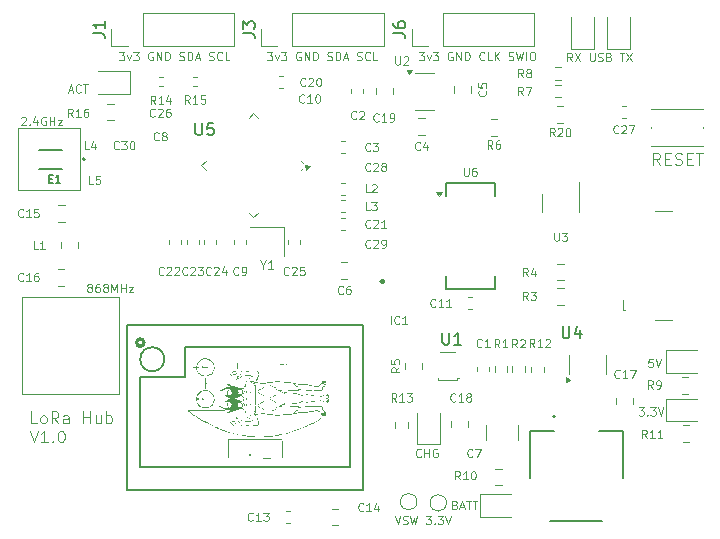
<source format=gbr>
%TF.GenerationSoftware,KiCad,Pcbnew,9.0.3*%
%TF.CreationDate,2025-07-17T21:10:23+02:00*%
%TF.ProjectId,LoRa_Project,4c6f5261-5f50-4726-9f6a-6563742e6b69,rev?*%
%TF.SameCoordinates,Original*%
%TF.FileFunction,Legend,Top*%
%TF.FilePolarity,Positive*%
%FSLAX46Y46*%
G04 Gerber Fmt 4.6, Leading zero omitted, Abs format (unit mm)*
G04 Created by KiCad (PCBNEW 9.0.3) date 2025-07-17 21:10:23*
%MOMM*%
%LPD*%
G01*
G04 APERTURE LIST*
%ADD10C,0.100000*%
%ADD11C,0.150000*%
%ADD12C,0.120000*%
%ADD13C,0.000000*%
%ADD14C,0.127000*%
%ADD15C,0.250000*%
%ADD16C,0.200000*%
G04 APERTURE END LIST*
D10*
X190700000Y-62900000D02*
X196000000Y-62900000D01*
X196000000Y-68100000D01*
X190700000Y-68100000D01*
X190700000Y-62900000D01*
X227715789Y-94767466D02*
X227815789Y-94800800D01*
X227815789Y-94800800D02*
X227849122Y-94834133D01*
X227849122Y-94834133D02*
X227882455Y-94900800D01*
X227882455Y-94900800D02*
X227882455Y-95000800D01*
X227882455Y-95000800D02*
X227849122Y-95067466D01*
X227849122Y-95067466D02*
X227815789Y-95100800D01*
X227815789Y-95100800D02*
X227749122Y-95134133D01*
X227749122Y-95134133D02*
X227482455Y-95134133D01*
X227482455Y-95134133D02*
X227482455Y-94434133D01*
X227482455Y-94434133D02*
X227715789Y-94434133D01*
X227715789Y-94434133D02*
X227782455Y-94467466D01*
X227782455Y-94467466D02*
X227815789Y-94500800D01*
X227815789Y-94500800D02*
X227849122Y-94567466D01*
X227849122Y-94567466D02*
X227849122Y-94634133D01*
X227849122Y-94634133D02*
X227815789Y-94700800D01*
X227815789Y-94700800D02*
X227782455Y-94734133D01*
X227782455Y-94734133D02*
X227715789Y-94767466D01*
X227715789Y-94767466D02*
X227482455Y-94767466D01*
X228149122Y-94934133D02*
X228482455Y-94934133D01*
X228082455Y-95134133D02*
X228315789Y-94434133D01*
X228315789Y-94434133D02*
X228549122Y-95134133D01*
X228682455Y-94434133D02*
X229082455Y-94434133D01*
X228882455Y-95134133D02*
X228882455Y-94434133D01*
X229215788Y-94434133D02*
X229615788Y-94434133D01*
X229415788Y-95134133D02*
X229415788Y-94434133D01*
X225265789Y-95709133D02*
X225699122Y-95709133D01*
X225699122Y-95709133D02*
X225465789Y-95975800D01*
X225465789Y-95975800D02*
X225565789Y-95975800D01*
X225565789Y-95975800D02*
X225632455Y-96009133D01*
X225632455Y-96009133D02*
X225665789Y-96042466D01*
X225665789Y-96042466D02*
X225699122Y-96109133D01*
X225699122Y-96109133D02*
X225699122Y-96275800D01*
X225699122Y-96275800D02*
X225665789Y-96342466D01*
X225665789Y-96342466D02*
X225632455Y-96375800D01*
X225632455Y-96375800D02*
X225565789Y-96409133D01*
X225565789Y-96409133D02*
X225365789Y-96409133D01*
X225365789Y-96409133D02*
X225299122Y-96375800D01*
X225299122Y-96375800D02*
X225265789Y-96342466D01*
X225999122Y-96342466D02*
X226032456Y-96375800D01*
X226032456Y-96375800D02*
X225999122Y-96409133D01*
X225999122Y-96409133D02*
X225965789Y-96375800D01*
X225965789Y-96375800D02*
X225999122Y-96342466D01*
X225999122Y-96342466D02*
X225999122Y-96409133D01*
X226265789Y-95709133D02*
X226699122Y-95709133D01*
X226699122Y-95709133D02*
X226465789Y-95975800D01*
X226465789Y-95975800D02*
X226565789Y-95975800D01*
X226565789Y-95975800D02*
X226632455Y-96009133D01*
X226632455Y-96009133D02*
X226665789Y-96042466D01*
X226665789Y-96042466D02*
X226699122Y-96109133D01*
X226699122Y-96109133D02*
X226699122Y-96275800D01*
X226699122Y-96275800D02*
X226665789Y-96342466D01*
X226665789Y-96342466D02*
X226632455Y-96375800D01*
X226632455Y-96375800D02*
X226565789Y-96409133D01*
X226565789Y-96409133D02*
X226365789Y-96409133D01*
X226365789Y-96409133D02*
X226299122Y-96375800D01*
X226299122Y-96375800D02*
X226265789Y-96342466D01*
X226899122Y-95709133D02*
X227132456Y-96409133D01*
X227132456Y-96409133D02*
X227365789Y-95709133D01*
X237632455Y-57209133D02*
X237399122Y-56875800D01*
X237232455Y-57209133D02*
X237232455Y-56509133D01*
X237232455Y-56509133D02*
X237499122Y-56509133D01*
X237499122Y-56509133D02*
X237565789Y-56542466D01*
X237565789Y-56542466D02*
X237599122Y-56575800D01*
X237599122Y-56575800D02*
X237632455Y-56642466D01*
X237632455Y-56642466D02*
X237632455Y-56742466D01*
X237632455Y-56742466D02*
X237599122Y-56809133D01*
X237599122Y-56809133D02*
X237565789Y-56842466D01*
X237565789Y-56842466D02*
X237499122Y-56875800D01*
X237499122Y-56875800D02*
X237232455Y-56875800D01*
X237865789Y-56509133D02*
X238332455Y-57209133D01*
X238332455Y-56509133D02*
X237865789Y-57209133D01*
X239132455Y-56509133D02*
X239132455Y-57075800D01*
X239132455Y-57075800D02*
X239165789Y-57142466D01*
X239165789Y-57142466D02*
X239199122Y-57175800D01*
X239199122Y-57175800D02*
X239265789Y-57209133D01*
X239265789Y-57209133D02*
X239399122Y-57209133D01*
X239399122Y-57209133D02*
X239465789Y-57175800D01*
X239465789Y-57175800D02*
X239499122Y-57142466D01*
X239499122Y-57142466D02*
X239532455Y-57075800D01*
X239532455Y-57075800D02*
X239532455Y-56509133D01*
X239832455Y-57175800D02*
X239932455Y-57209133D01*
X239932455Y-57209133D02*
X240099122Y-57209133D01*
X240099122Y-57209133D02*
X240165788Y-57175800D01*
X240165788Y-57175800D02*
X240199122Y-57142466D01*
X240199122Y-57142466D02*
X240232455Y-57075800D01*
X240232455Y-57075800D02*
X240232455Y-57009133D01*
X240232455Y-57009133D02*
X240199122Y-56942466D01*
X240199122Y-56942466D02*
X240165788Y-56909133D01*
X240165788Y-56909133D02*
X240099122Y-56875800D01*
X240099122Y-56875800D02*
X239965788Y-56842466D01*
X239965788Y-56842466D02*
X239899122Y-56809133D01*
X239899122Y-56809133D02*
X239865788Y-56775800D01*
X239865788Y-56775800D02*
X239832455Y-56709133D01*
X239832455Y-56709133D02*
X239832455Y-56642466D01*
X239832455Y-56642466D02*
X239865788Y-56575800D01*
X239865788Y-56575800D02*
X239899122Y-56542466D01*
X239899122Y-56542466D02*
X239965788Y-56509133D01*
X239965788Y-56509133D02*
X240132455Y-56509133D01*
X240132455Y-56509133D02*
X240232455Y-56542466D01*
X240765789Y-56842466D02*
X240865789Y-56875800D01*
X240865789Y-56875800D02*
X240899122Y-56909133D01*
X240899122Y-56909133D02*
X240932455Y-56975800D01*
X240932455Y-56975800D02*
X240932455Y-57075800D01*
X240932455Y-57075800D02*
X240899122Y-57142466D01*
X240899122Y-57142466D02*
X240865789Y-57175800D01*
X240865789Y-57175800D02*
X240799122Y-57209133D01*
X240799122Y-57209133D02*
X240532455Y-57209133D01*
X240532455Y-57209133D02*
X240532455Y-56509133D01*
X240532455Y-56509133D02*
X240765789Y-56509133D01*
X240765789Y-56509133D02*
X240832455Y-56542466D01*
X240832455Y-56542466D02*
X240865789Y-56575800D01*
X240865789Y-56575800D02*
X240899122Y-56642466D01*
X240899122Y-56642466D02*
X240899122Y-56709133D01*
X240899122Y-56709133D02*
X240865789Y-56775800D01*
X240865789Y-56775800D02*
X240832455Y-56809133D01*
X240832455Y-56809133D02*
X240765789Y-56842466D01*
X240765789Y-56842466D02*
X240532455Y-56842466D01*
X241665788Y-56509133D02*
X242065788Y-56509133D01*
X241865788Y-57209133D02*
X241865788Y-56509133D01*
X242232455Y-56509133D02*
X242699121Y-57209133D01*
X242699121Y-56509133D02*
X242232455Y-57209133D01*
X222632455Y-95709133D02*
X222865789Y-96409133D01*
X222865789Y-96409133D02*
X223099122Y-95709133D01*
X223299122Y-96375800D02*
X223399122Y-96409133D01*
X223399122Y-96409133D02*
X223565789Y-96409133D01*
X223565789Y-96409133D02*
X223632455Y-96375800D01*
X223632455Y-96375800D02*
X223665789Y-96342466D01*
X223665789Y-96342466D02*
X223699122Y-96275800D01*
X223699122Y-96275800D02*
X223699122Y-96209133D01*
X223699122Y-96209133D02*
X223665789Y-96142466D01*
X223665789Y-96142466D02*
X223632455Y-96109133D01*
X223632455Y-96109133D02*
X223565789Y-96075800D01*
X223565789Y-96075800D02*
X223432455Y-96042466D01*
X223432455Y-96042466D02*
X223365789Y-96009133D01*
X223365789Y-96009133D02*
X223332455Y-95975800D01*
X223332455Y-95975800D02*
X223299122Y-95909133D01*
X223299122Y-95909133D02*
X223299122Y-95842466D01*
X223299122Y-95842466D02*
X223332455Y-95775800D01*
X223332455Y-95775800D02*
X223365789Y-95742466D01*
X223365789Y-95742466D02*
X223432455Y-95709133D01*
X223432455Y-95709133D02*
X223599122Y-95709133D01*
X223599122Y-95709133D02*
X223699122Y-95742466D01*
X223932456Y-95709133D02*
X224099122Y-96409133D01*
X224099122Y-96409133D02*
X224232456Y-95909133D01*
X224232456Y-95909133D02*
X224365789Y-96409133D01*
X224365789Y-96409133D02*
X224532456Y-95709133D01*
X190999122Y-61975800D02*
X191032455Y-61942466D01*
X191032455Y-61942466D02*
X191099122Y-61909133D01*
X191099122Y-61909133D02*
X191265789Y-61909133D01*
X191265789Y-61909133D02*
X191332455Y-61942466D01*
X191332455Y-61942466D02*
X191365789Y-61975800D01*
X191365789Y-61975800D02*
X191399122Y-62042466D01*
X191399122Y-62042466D02*
X191399122Y-62109133D01*
X191399122Y-62109133D02*
X191365789Y-62209133D01*
X191365789Y-62209133D02*
X190965789Y-62609133D01*
X190965789Y-62609133D02*
X191399122Y-62609133D01*
X191699122Y-62542466D02*
X191732456Y-62575800D01*
X191732456Y-62575800D02*
X191699122Y-62609133D01*
X191699122Y-62609133D02*
X191665789Y-62575800D01*
X191665789Y-62575800D02*
X191699122Y-62542466D01*
X191699122Y-62542466D02*
X191699122Y-62609133D01*
X192332455Y-62142466D02*
X192332455Y-62609133D01*
X192165789Y-61875800D02*
X191999122Y-62375800D01*
X191999122Y-62375800D02*
X192432455Y-62375800D01*
X193065789Y-61942466D02*
X192999122Y-61909133D01*
X192999122Y-61909133D02*
X192899122Y-61909133D01*
X192899122Y-61909133D02*
X192799122Y-61942466D01*
X192799122Y-61942466D02*
X192732456Y-62009133D01*
X192732456Y-62009133D02*
X192699122Y-62075800D01*
X192699122Y-62075800D02*
X192665789Y-62209133D01*
X192665789Y-62209133D02*
X192665789Y-62309133D01*
X192665789Y-62309133D02*
X192699122Y-62442466D01*
X192699122Y-62442466D02*
X192732456Y-62509133D01*
X192732456Y-62509133D02*
X192799122Y-62575800D01*
X192799122Y-62575800D02*
X192899122Y-62609133D01*
X192899122Y-62609133D02*
X192965789Y-62609133D01*
X192965789Y-62609133D02*
X193065789Y-62575800D01*
X193065789Y-62575800D02*
X193099122Y-62542466D01*
X193099122Y-62542466D02*
X193099122Y-62309133D01*
X193099122Y-62309133D02*
X192965789Y-62309133D01*
X193399122Y-62609133D02*
X193399122Y-61909133D01*
X193399122Y-62242466D02*
X193799122Y-62242466D01*
X193799122Y-62609133D02*
X193799122Y-61909133D01*
X194065789Y-62142466D02*
X194432455Y-62142466D01*
X194432455Y-62142466D02*
X194065789Y-62609133D01*
X194065789Y-62609133D02*
X194432455Y-62609133D01*
X192330074Y-87862475D02*
X191853884Y-87862475D01*
X191853884Y-87862475D02*
X191853884Y-86862475D01*
X192806265Y-87862475D02*
X192711027Y-87814856D01*
X192711027Y-87814856D02*
X192663408Y-87767236D01*
X192663408Y-87767236D02*
X192615789Y-87671998D01*
X192615789Y-87671998D02*
X192615789Y-87386284D01*
X192615789Y-87386284D02*
X192663408Y-87291046D01*
X192663408Y-87291046D02*
X192711027Y-87243427D01*
X192711027Y-87243427D02*
X192806265Y-87195808D01*
X192806265Y-87195808D02*
X192949122Y-87195808D01*
X192949122Y-87195808D02*
X193044360Y-87243427D01*
X193044360Y-87243427D02*
X193091979Y-87291046D01*
X193091979Y-87291046D02*
X193139598Y-87386284D01*
X193139598Y-87386284D02*
X193139598Y-87671998D01*
X193139598Y-87671998D02*
X193091979Y-87767236D01*
X193091979Y-87767236D02*
X193044360Y-87814856D01*
X193044360Y-87814856D02*
X192949122Y-87862475D01*
X192949122Y-87862475D02*
X192806265Y-87862475D01*
X194139598Y-87862475D02*
X193806265Y-87386284D01*
X193568170Y-87862475D02*
X193568170Y-86862475D01*
X193568170Y-86862475D02*
X193949122Y-86862475D01*
X193949122Y-86862475D02*
X194044360Y-86910094D01*
X194044360Y-86910094D02*
X194091979Y-86957713D01*
X194091979Y-86957713D02*
X194139598Y-87052951D01*
X194139598Y-87052951D02*
X194139598Y-87195808D01*
X194139598Y-87195808D02*
X194091979Y-87291046D01*
X194091979Y-87291046D02*
X194044360Y-87338665D01*
X194044360Y-87338665D02*
X193949122Y-87386284D01*
X193949122Y-87386284D02*
X193568170Y-87386284D01*
X194996741Y-87862475D02*
X194996741Y-87338665D01*
X194996741Y-87338665D02*
X194949122Y-87243427D01*
X194949122Y-87243427D02*
X194853884Y-87195808D01*
X194853884Y-87195808D02*
X194663408Y-87195808D01*
X194663408Y-87195808D02*
X194568170Y-87243427D01*
X194996741Y-87814856D02*
X194901503Y-87862475D01*
X194901503Y-87862475D02*
X194663408Y-87862475D01*
X194663408Y-87862475D02*
X194568170Y-87814856D01*
X194568170Y-87814856D02*
X194520551Y-87719617D01*
X194520551Y-87719617D02*
X194520551Y-87624379D01*
X194520551Y-87624379D02*
X194568170Y-87529141D01*
X194568170Y-87529141D02*
X194663408Y-87481522D01*
X194663408Y-87481522D02*
X194901503Y-87481522D01*
X194901503Y-87481522D02*
X194996741Y-87433903D01*
X196234837Y-87862475D02*
X196234837Y-86862475D01*
X196234837Y-87338665D02*
X196806265Y-87338665D01*
X196806265Y-87862475D02*
X196806265Y-86862475D01*
X197711027Y-87195808D02*
X197711027Y-87862475D01*
X197282456Y-87195808D02*
X197282456Y-87719617D01*
X197282456Y-87719617D02*
X197330075Y-87814856D01*
X197330075Y-87814856D02*
X197425313Y-87862475D01*
X197425313Y-87862475D02*
X197568170Y-87862475D01*
X197568170Y-87862475D02*
X197663408Y-87814856D01*
X197663408Y-87814856D02*
X197711027Y-87767236D01*
X198187218Y-87862475D02*
X198187218Y-86862475D01*
X198187218Y-87243427D02*
X198282456Y-87195808D01*
X198282456Y-87195808D02*
X198472932Y-87195808D01*
X198472932Y-87195808D02*
X198568170Y-87243427D01*
X198568170Y-87243427D02*
X198615789Y-87291046D01*
X198615789Y-87291046D02*
X198663408Y-87386284D01*
X198663408Y-87386284D02*
X198663408Y-87671998D01*
X198663408Y-87671998D02*
X198615789Y-87767236D01*
X198615789Y-87767236D02*
X198568170Y-87814856D01*
X198568170Y-87814856D02*
X198472932Y-87862475D01*
X198472932Y-87862475D02*
X198282456Y-87862475D01*
X198282456Y-87862475D02*
X198187218Y-87814856D01*
X191711027Y-88472419D02*
X192044360Y-89472419D01*
X192044360Y-89472419D02*
X192377693Y-88472419D01*
X193234836Y-89472419D02*
X192663408Y-89472419D01*
X192949122Y-89472419D02*
X192949122Y-88472419D01*
X192949122Y-88472419D02*
X192853884Y-88615276D01*
X192853884Y-88615276D02*
X192758646Y-88710514D01*
X192758646Y-88710514D02*
X192663408Y-88758133D01*
X193663408Y-89377180D02*
X193711027Y-89424800D01*
X193711027Y-89424800D02*
X193663408Y-89472419D01*
X193663408Y-89472419D02*
X193615789Y-89424800D01*
X193615789Y-89424800D02*
X193663408Y-89377180D01*
X193663408Y-89377180D02*
X193663408Y-89472419D01*
X194330074Y-88472419D02*
X194425312Y-88472419D01*
X194425312Y-88472419D02*
X194520550Y-88520038D01*
X194520550Y-88520038D02*
X194568169Y-88567657D01*
X194568169Y-88567657D02*
X194615788Y-88662895D01*
X194615788Y-88662895D02*
X194663407Y-88853371D01*
X194663407Y-88853371D02*
X194663407Y-89091466D01*
X194663407Y-89091466D02*
X194615788Y-89281942D01*
X194615788Y-89281942D02*
X194568169Y-89377180D01*
X194568169Y-89377180D02*
X194520550Y-89424800D01*
X194520550Y-89424800D02*
X194425312Y-89472419D01*
X194425312Y-89472419D02*
X194330074Y-89472419D01*
X194330074Y-89472419D02*
X194234836Y-89424800D01*
X194234836Y-89424800D02*
X194187217Y-89377180D01*
X194187217Y-89377180D02*
X194139598Y-89281942D01*
X194139598Y-89281942D02*
X194091979Y-89091466D01*
X194091979Y-89091466D02*
X194091979Y-88853371D01*
X194091979Y-88853371D02*
X194139598Y-88662895D01*
X194139598Y-88662895D02*
X194187217Y-88567657D01*
X194187217Y-88567657D02*
X194234836Y-88520038D01*
X194234836Y-88520038D02*
X194330074Y-88472419D01*
X224665789Y-56434133D02*
X225099122Y-56434133D01*
X225099122Y-56434133D02*
X224865789Y-56700800D01*
X224865789Y-56700800D02*
X224965789Y-56700800D01*
X224965789Y-56700800D02*
X225032455Y-56734133D01*
X225032455Y-56734133D02*
X225065789Y-56767466D01*
X225065789Y-56767466D02*
X225099122Y-56834133D01*
X225099122Y-56834133D02*
X225099122Y-57000800D01*
X225099122Y-57000800D02*
X225065789Y-57067466D01*
X225065789Y-57067466D02*
X225032455Y-57100800D01*
X225032455Y-57100800D02*
X224965789Y-57134133D01*
X224965789Y-57134133D02*
X224765789Y-57134133D01*
X224765789Y-57134133D02*
X224699122Y-57100800D01*
X224699122Y-57100800D02*
X224665789Y-57067466D01*
X225332456Y-56667466D02*
X225499122Y-57134133D01*
X225499122Y-57134133D02*
X225665789Y-56667466D01*
X225865789Y-56434133D02*
X226299122Y-56434133D01*
X226299122Y-56434133D02*
X226065789Y-56700800D01*
X226065789Y-56700800D02*
X226165789Y-56700800D01*
X226165789Y-56700800D02*
X226232455Y-56734133D01*
X226232455Y-56734133D02*
X226265789Y-56767466D01*
X226265789Y-56767466D02*
X226299122Y-56834133D01*
X226299122Y-56834133D02*
X226299122Y-57000800D01*
X226299122Y-57000800D02*
X226265789Y-57067466D01*
X226265789Y-57067466D02*
X226232455Y-57100800D01*
X226232455Y-57100800D02*
X226165789Y-57134133D01*
X226165789Y-57134133D02*
X225965789Y-57134133D01*
X225965789Y-57134133D02*
X225899122Y-57100800D01*
X225899122Y-57100800D02*
X225865789Y-57067466D01*
X227499122Y-56467466D02*
X227432455Y-56434133D01*
X227432455Y-56434133D02*
X227332455Y-56434133D01*
X227332455Y-56434133D02*
X227232455Y-56467466D01*
X227232455Y-56467466D02*
X227165789Y-56534133D01*
X227165789Y-56534133D02*
X227132455Y-56600800D01*
X227132455Y-56600800D02*
X227099122Y-56734133D01*
X227099122Y-56734133D02*
X227099122Y-56834133D01*
X227099122Y-56834133D02*
X227132455Y-56967466D01*
X227132455Y-56967466D02*
X227165789Y-57034133D01*
X227165789Y-57034133D02*
X227232455Y-57100800D01*
X227232455Y-57100800D02*
X227332455Y-57134133D01*
X227332455Y-57134133D02*
X227399122Y-57134133D01*
X227399122Y-57134133D02*
X227499122Y-57100800D01*
X227499122Y-57100800D02*
X227532455Y-57067466D01*
X227532455Y-57067466D02*
X227532455Y-56834133D01*
X227532455Y-56834133D02*
X227399122Y-56834133D01*
X227832455Y-57134133D02*
X227832455Y-56434133D01*
X227832455Y-56434133D02*
X228232455Y-57134133D01*
X228232455Y-57134133D02*
X228232455Y-56434133D01*
X228565788Y-57134133D02*
X228565788Y-56434133D01*
X228565788Y-56434133D02*
X228732455Y-56434133D01*
X228732455Y-56434133D02*
X228832455Y-56467466D01*
X228832455Y-56467466D02*
X228899122Y-56534133D01*
X228899122Y-56534133D02*
X228932455Y-56600800D01*
X228932455Y-56600800D02*
X228965788Y-56734133D01*
X228965788Y-56734133D02*
X228965788Y-56834133D01*
X228965788Y-56834133D02*
X228932455Y-56967466D01*
X228932455Y-56967466D02*
X228899122Y-57034133D01*
X228899122Y-57034133D02*
X228832455Y-57100800D01*
X228832455Y-57100800D02*
X228732455Y-57134133D01*
X228732455Y-57134133D02*
X228565788Y-57134133D01*
X230199121Y-57067466D02*
X230165788Y-57100800D01*
X230165788Y-57100800D02*
X230065788Y-57134133D01*
X230065788Y-57134133D02*
X229999121Y-57134133D01*
X229999121Y-57134133D02*
X229899121Y-57100800D01*
X229899121Y-57100800D02*
X229832455Y-57034133D01*
X229832455Y-57034133D02*
X229799121Y-56967466D01*
X229799121Y-56967466D02*
X229765788Y-56834133D01*
X229765788Y-56834133D02*
X229765788Y-56734133D01*
X229765788Y-56734133D02*
X229799121Y-56600800D01*
X229799121Y-56600800D02*
X229832455Y-56534133D01*
X229832455Y-56534133D02*
X229899121Y-56467466D01*
X229899121Y-56467466D02*
X229999121Y-56434133D01*
X229999121Y-56434133D02*
X230065788Y-56434133D01*
X230065788Y-56434133D02*
X230165788Y-56467466D01*
X230165788Y-56467466D02*
X230199121Y-56500800D01*
X230832455Y-57134133D02*
X230499121Y-57134133D01*
X230499121Y-57134133D02*
X230499121Y-56434133D01*
X231065788Y-57134133D02*
X231065788Y-56434133D01*
X231465788Y-57134133D02*
X231165788Y-56734133D01*
X231465788Y-56434133D02*
X231065788Y-56834133D01*
X232265788Y-57100800D02*
X232365788Y-57134133D01*
X232365788Y-57134133D02*
X232532455Y-57134133D01*
X232532455Y-57134133D02*
X232599121Y-57100800D01*
X232599121Y-57100800D02*
X232632455Y-57067466D01*
X232632455Y-57067466D02*
X232665788Y-57000800D01*
X232665788Y-57000800D02*
X232665788Y-56934133D01*
X232665788Y-56934133D02*
X232632455Y-56867466D01*
X232632455Y-56867466D02*
X232599121Y-56834133D01*
X232599121Y-56834133D02*
X232532455Y-56800800D01*
X232532455Y-56800800D02*
X232399121Y-56767466D01*
X232399121Y-56767466D02*
X232332455Y-56734133D01*
X232332455Y-56734133D02*
X232299121Y-56700800D01*
X232299121Y-56700800D02*
X232265788Y-56634133D01*
X232265788Y-56634133D02*
X232265788Y-56567466D01*
X232265788Y-56567466D02*
X232299121Y-56500800D01*
X232299121Y-56500800D02*
X232332455Y-56467466D01*
X232332455Y-56467466D02*
X232399121Y-56434133D01*
X232399121Y-56434133D02*
X232565788Y-56434133D01*
X232565788Y-56434133D02*
X232665788Y-56467466D01*
X232899122Y-56434133D02*
X233065788Y-57134133D01*
X233065788Y-57134133D02*
X233199122Y-56634133D01*
X233199122Y-56634133D02*
X233332455Y-57134133D01*
X233332455Y-57134133D02*
X233499122Y-56434133D01*
X233765788Y-57134133D02*
X233765788Y-56434133D01*
X234232455Y-56434133D02*
X234365788Y-56434133D01*
X234365788Y-56434133D02*
X234432455Y-56467466D01*
X234432455Y-56467466D02*
X234499121Y-56534133D01*
X234499121Y-56534133D02*
X234532455Y-56667466D01*
X234532455Y-56667466D02*
X234532455Y-56900800D01*
X234532455Y-56900800D02*
X234499121Y-57034133D01*
X234499121Y-57034133D02*
X234432455Y-57100800D01*
X234432455Y-57100800D02*
X234365788Y-57134133D01*
X234365788Y-57134133D02*
X234232455Y-57134133D01*
X234232455Y-57134133D02*
X234165788Y-57100800D01*
X234165788Y-57100800D02*
X234099121Y-57034133D01*
X234099121Y-57034133D02*
X234065788Y-56900800D01*
X234065788Y-56900800D02*
X234065788Y-56667466D01*
X234065788Y-56667466D02*
X234099121Y-56534133D01*
X234099121Y-56534133D02*
X234165788Y-56467466D01*
X234165788Y-56467466D02*
X234232455Y-56434133D01*
X243265789Y-86509133D02*
X243699122Y-86509133D01*
X243699122Y-86509133D02*
X243465789Y-86775800D01*
X243465789Y-86775800D02*
X243565789Y-86775800D01*
X243565789Y-86775800D02*
X243632455Y-86809133D01*
X243632455Y-86809133D02*
X243665789Y-86842466D01*
X243665789Y-86842466D02*
X243699122Y-86909133D01*
X243699122Y-86909133D02*
X243699122Y-87075800D01*
X243699122Y-87075800D02*
X243665789Y-87142466D01*
X243665789Y-87142466D02*
X243632455Y-87175800D01*
X243632455Y-87175800D02*
X243565789Y-87209133D01*
X243565789Y-87209133D02*
X243365789Y-87209133D01*
X243365789Y-87209133D02*
X243299122Y-87175800D01*
X243299122Y-87175800D02*
X243265789Y-87142466D01*
X243999122Y-87142466D02*
X244032456Y-87175800D01*
X244032456Y-87175800D02*
X243999122Y-87209133D01*
X243999122Y-87209133D02*
X243965789Y-87175800D01*
X243965789Y-87175800D02*
X243999122Y-87142466D01*
X243999122Y-87142466D02*
X243999122Y-87209133D01*
X244265789Y-86509133D02*
X244699122Y-86509133D01*
X244699122Y-86509133D02*
X244465789Y-86775800D01*
X244465789Y-86775800D02*
X244565789Y-86775800D01*
X244565789Y-86775800D02*
X244632455Y-86809133D01*
X244632455Y-86809133D02*
X244665789Y-86842466D01*
X244665789Y-86842466D02*
X244699122Y-86909133D01*
X244699122Y-86909133D02*
X244699122Y-87075800D01*
X244699122Y-87075800D02*
X244665789Y-87142466D01*
X244665789Y-87142466D02*
X244632455Y-87175800D01*
X244632455Y-87175800D02*
X244565789Y-87209133D01*
X244565789Y-87209133D02*
X244365789Y-87209133D01*
X244365789Y-87209133D02*
X244299122Y-87175800D01*
X244299122Y-87175800D02*
X244265789Y-87142466D01*
X244899122Y-86509133D02*
X245132456Y-87209133D01*
X245132456Y-87209133D02*
X245365789Y-86509133D01*
X224832455Y-90642466D02*
X224799122Y-90675800D01*
X224799122Y-90675800D02*
X224699122Y-90709133D01*
X224699122Y-90709133D02*
X224632455Y-90709133D01*
X224632455Y-90709133D02*
X224532455Y-90675800D01*
X224532455Y-90675800D02*
X224465789Y-90609133D01*
X224465789Y-90609133D02*
X224432455Y-90542466D01*
X224432455Y-90542466D02*
X224399122Y-90409133D01*
X224399122Y-90409133D02*
X224399122Y-90309133D01*
X224399122Y-90309133D02*
X224432455Y-90175800D01*
X224432455Y-90175800D02*
X224465789Y-90109133D01*
X224465789Y-90109133D02*
X224532455Y-90042466D01*
X224532455Y-90042466D02*
X224632455Y-90009133D01*
X224632455Y-90009133D02*
X224699122Y-90009133D01*
X224699122Y-90009133D02*
X224799122Y-90042466D01*
X224799122Y-90042466D02*
X224832455Y-90075800D01*
X225132455Y-90709133D02*
X225132455Y-90009133D01*
X225132455Y-90342466D02*
X225532455Y-90342466D01*
X225532455Y-90709133D02*
X225532455Y-90009133D01*
X226232455Y-90042466D02*
X226165788Y-90009133D01*
X226165788Y-90009133D02*
X226065788Y-90009133D01*
X226065788Y-90009133D02*
X225965788Y-90042466D01*
X225965788Y-90042466D02*
X225899122Y-90109133D01*
X225899122Y-90109133D02*
X225865788Y-90175800D01*
X225865788Y-90175800D02*
X225832455Y-90309133D01*
X225832455Y-90309133D02*
X225832455Y-90409133D01*
X225832455Y-90409133D02*
X225865788Y-90542466D01*
X225865788Y-90542466D02*
X225899122Y-90609133D01*
X225899122Y-90609133D02*
X225965788Y-90675800D01*
X225965788Y-90675800D02*
X226065788Y-90709133D01*
X226065788Y-90709133D02*
X226132455Y-90709133D01*
X226132455Y-90709133D02*
X226232455Y-90675800D01*
X226232455Y-90675800D02*
X226265788Y-90642466D01*
X226265788Y-90642466D02*
X226265788Y-90409133D01*
X226265788Y-90409133D02*
X226132455Y-90409133D01*
X199290789Y-56434133D02*
X199724122Y-56434133D01*
X199724122Y-56434133D02*
X199490789Y-56700800D01*
X199490789Y-56700800D02*
X199590789Y-56700800D01*
X199590789Y-56700800D02*
X199657455Y-56734133D01*
X199657455Y-56734133D02*
X199690789Y-56767466D01*
X199690789Y-56767466D02*
X199724122Y-56834133D01*
X199724122Y-56834133D02*
X199724122Y-57000800D01*
X199724122Y-57000800D02*
X199690789Y-57067466D01*
X199690789Y-57067466D02*
X199657455Y-57100800D01*
X199657455Y-57100800D02*
X199590789Y-57134133D01*
X199590789Y-57134133D02*
X199390789Y-57134133D01*
X199390789Y-57134133D02*
X199324122Y-57100800D01*
X199324122Y-57100800D02*
X199290789Y-57067466D01*
X199957456Y-56667466D02*
X200124122Y-57134133D01*
X200124122Y-57134133D02*
X200290789Y-56667466D01*
X200490789Y-56434133D02*
X200924122Y-56434133D01*
X200924122Y-56434133D02*
X200690789Y-56700800D01*
X200690789Y-56700800D02*
X200790789Y-56700800D01*
X200790789Y-56700800D02*
X200857455Y-56734133D01*
X200857455Y-56734133D02*
X200890789Y-56767466D01*
X200890789Y-56767466D02*
X200924122Y-56834133D01*
X200924122Y-56834133D02*
X200924122Y-57000800D01*
X200924122Y-57000800D02*
X200890789Y-57067466D01*
X200890789Y-57067466D02*
X200857455Y-57100800D01*
X200857455Y-57100800D02*
X200790789Y-57134133D01*
X200790789Y-57134133D02*
X200590789Y-57134133D01*
X200590789Y-57134133D02*
X200524122Y-57100800D01*
X200524122Y-57100800D02*
X200490789Y-57067466D01*
X202124122Y-56467466D02*
X202057455Y-56434133D01*
X202057455Y-56434133D02*
X201957455Y-56434133D01*
X201957455Y-56434133D02*
X201857455Y-56467466D01*
X201857455Y-56467466D02*
X201790789Y-56534133D01*
X201790789Y-56534133D02*
X201757455Y-56600800D01*
X201757455Y-56600800D02*
X201724122Y-56734133D01*
X201724122Y-56734133D02*
X201724122Y-56834133D01*
X201724122Y-56834133D02*
X201757455Y-56967466D01*
X201757455Y-56967466D02*
X201790789Y-57034133D01*
X201790789Y-57034133D02*
X201857455Y-57100800D01*
X201857455Y-57100800D02*
X201957455Y-57134133D01*
X201957455Y-57134133D02*
X202024122Y-57134133D01*
X202024122Y-57134133D02*
X202124122Y-57100800D01*
X202124122Y-57100800D02*
X202157455Y-57067466D01*
X202157455Y-57067466D02*
X202157455Y-56834133D01*
X202157455Y-56834133D02*
X202024122Y-56834133D01*
X202457455Y-57134133D02*
X202457455Y-56434133D01*
X202457455Y-56434133D02*
X202857455Y-57134133D01*
X202857455Y-57134133D02*
X202857455Y-56434133D01*
X203190788Y-57134133D02*
X203190788Y-56434133D01*
X203190788Y-56434133D02*
X203357455Y-56434133D01*
X203357455Y-56434133D02*
X203457455Y-56467466D01*
X203457455Y-56467466D02*
X203524122Y-56534133D01*
X203524122Y-56534133D02*
X203557455Y-56600800D01*
X203557455Y-56600800D02*
X203590788Y-56734133D01*
X203590788Y-56734133D02*
X203590788Y-56834133D01*
X203590788Y-56834133D02*
X203557455Y-56967466D01*
X203557455Y-56967466D02*
X203524122Y-57034133D01*
X203524122Y-57034133D02*
X203457455Y-57100800D01*
X203457455Y-57100800D02*
X203357455Y-57134133D01*
X203357455Y-57134133D02*
X203190788Y-57134133D01*
X204390788Y-57100800D02*
X204490788Y-57134133D01*
X204490788Y-57134133D02*
X204657455Y-57134133D01*
X204657455Y-57134133D02*
X204724121Y-57100800D01*
X204724121Y-57100800D02*
X204757455Y-57067466D01*
X204757455Y-57067466D02*
X204790788Y-57000800D01*
X204790788Y-57000800D02*
X204790788Y-56934133D01*
X204790788Y-56934133D02*
X204757455Y-56867466D01*
X204757455Y-56867466D02*
X204724121Y-56834133D01*
X204724121Y-56834133D02*
X204657455Y-56800800D01*
X204657455Y-56800800D02*
X204524121Y-56767466D01*
X204524121Y-56767466D02*
X204457455Y-56734133D01*
X204457455Y-56734133D02*
X204424121Y-56700800D01*
X204424121Y-56700800D02*
X204390788Y-56634133D01*
X204390788Y-56634133D02*
X204390788Y-56567466D01*
X204390788Y-56567466D02*
X204424121Y-56500800D01*
X204424121Y-56500800D02*
X204457455Y-56467466D01*
X204457455Y-56467466D02*
X204524121Y-56434133D01*
X204524121Y-56434133D02*
X204690788Y-56434133D01*
X204690788Y-56434133D02*
X204790788Y-56467466D01*
X205090788Y-57134133D02*
X205090788Y-56434133D01*
X205090788Y-56434133D02*
X205257455Y-56434133D01*
X205257455Y-56434133D02*
X205357455Y-56467466D01*
X205357455Y-56467466D02*
X205424122Y-56534133D01*
X205424122Y-56534133D02*
X205457455Y-56600800D01*
X205457455Y-56600800D02*
X205490788Y-56734133D01*
X205490788Y-56734133D02*
X205490788Y-56834133D01*
X205490788Y-56834133D02*
X205457455Y-56967466D01*
X205457455Y-56967466D02*
X205424122Y-57034133D01*
X205424122Y-57034133D02*
X205357455Y-57100800D01*
X205357455Y-57100800D02*
X205257455Y-57134133D01*
X205257455Y-57134133D02*
X205090788Y-57134133D01*
X205757455Y-56934133D02*
X206090788Y-56934133D01*
X205690788Y-57134133D02*
X205924122Y-56434133D01*
X205924122Y-56434133D02*
X206157455Y-57134133D01*
X206890788Y-57100800D02*
X206990788Y-57134133D01*
X206990788Y-57134133D02*
X207157455Y-57134133D01*
X207157455Y-57134133D02*
X207224121Y-57100800D01*
X207224121Y-57100800D02*
X207257455Y-57067466D01*
X207257455Y-57067466D02*
X207290788Y-57000800D01*
X207290788Y-57000800D02*
X207290788Y-56934133D01*
X207290788Y-56934133D02*
X207257455Y-56867466D01*
X207257455Y-56867466D02*
X207224121Y-56834133D01*
X207224121Y-56834133D02*
X207157455Y-56800800D01*
X207157455Y-56800800D02*
X207024121Y-56767466D01*
X207024121Y-56767466D02*
X206957455Y-56734133D01*
X206957455Y-56734133D02*
X206924121Y-56700800D01*
X206924121Y-56700800D02*
X206890788Y-56634133D01*
X206890788Y-56634133D02*
X206890788Y-56567466D01*
X206890788Y-56567466D02*
X206924121Y-56500800D01*
X206924121Y-56500800D02*
X206957455Y-56467466D01*
X206957455Y-56467466D02*
X207024121Y-56434133D01*
X207024121Y-56434133D02*
X207190788Y-56434133D01*
X207190788Y-56434133D02*
X207290788Y-56467466D01*
X207990788Y-57067466D02*
X207957455Y-57100800D01*
X207957455Y-57100800D02*
X207857455Y-57134133D01*
X207857455Y-57134133D02*
X207790788Y-57134133D01*
X207790788Y-57134133D02*
X207690788Y-57100800D01*
X207690788Y-57100800D02*
X207624122Y-57034133D01*
X207624122Y-57034133D02*
X207590788Y-56967466D01*
X207590788Y-56967466D02*
X207557455Y-56834133D01*
X207557455Y-56834133D02*
X207557455Y-56734133D01*
X207557455Y-56734133D02*
X207590788Y-56600800D01*
X207590788Y-56600800D02*
X207624122Y-56534133D01*
X207624122Y-56534133D02*
X207690788Y-56467466D01*
X207690788Y-56467466D02*
X207790788Y-56434133D01*
X207790788Y-56434133D02*
X207857455Y-56434133D01*
X207857455Y-56434133D02*
X207957455Y-56467466D01*
X207957455Y-56467466D02*
X207990788Y-56500800D01*
X208624122Y-57134133D02*
X208290788Y-57134133D01*
X208290788Y-57134133D02*
X208290788Y-56434133D01*
X244465789Y-82409133D02*
X244132455Y-82409133D01*
X244132455Y-82409133D02*
X244099122Y-82742466D01*
X244099122Y-82742466D02*
X244132455Y-82709133D01*
X244132455Y-82709133D02*
X244199122Y-82675800D01*
X244199122Y-82675800D02*
X244365789Y-82675800D01*
X244365789Y-82675800D02*
X244432455Y-82709133D01*
X244432455Y-82709133D02*
X244465789Y-82742466D01*
X244465789Y-82742466D02*
X244499122Y-82809133D01*
X244499122Y-82809133D02*
X244499122Y-82975800D01*
X244499122Y-82975800D02*
X244465789Y-83042466D01*
X244465789Y-83042466D02*
X244432455Y-83075800D01*
X244432455Y-83075800D02*
X244365789Y-83109133D01*
X244365789Y-83109133D02*
X244199122Y-83109133D01*
X244199122Y-83109133D02*
X244132455Y-83075800D01*
X244132455Y-83075800D02*
X244099122Y-83042466D01*
X244699122Y-82409133D02*
X244932456Y-83109133D01*
X244932456Y-83109133D02*
X245165789Y-82409133D01*
X211815789Y-56434133D02*
X212249122Y-56434133D01*
X212249122Y-56434133D02*
X212015789Y-56700800D01*
X212015789Y-56700800D02*
X212115789Y-56700800D01*
X212115789Y-56700800D02*
X212182455Y-56734133D01*
X212182455Y-56734133D02*
X212215789Y-56767466D01*
X212215789Y-56767466D02*
X212249122Y-56834133D01*
X212249122Y-56834133D02*
X212249122Y-57000800D01*
X212249122Y-57000800D02*
X212215789Y-57067466D01*
X212215789Y-57067466D02*
X212182455Y-57100800D01*
X212182455Y-57100800D02*
X212115789Y-57134133D01*
X212115789Y-57134133D02*
X211915789Y-57134133D01*
X211915789Y-57134133D02*
X211849122Y-57100800D01*
X211849122Y-57100800D02*
X211815789Y-57067466D01*
X212482456Y-56667466D02*
X212649122Y-57134133D01*
X212649122Y-57134133D02*
X212815789Y-56667466D01*
X213015789Y-56434133D02*
X213449122Y-56434133D01*
X213449122Y-56434133D02*
X213215789Y-56700800D01*
X213215789Y-56700800D02*
X213315789Y-56700800D01*
X213315789Y-56700800D02*
X213382455Y-56734133D01*
X213382455Y-56734133D02*
X213415789Y-56767466D01*
X213415789Y-56767466D02*
X213449122Y-56834133D01*
X213449122Y-56834133D02*
X213449122Y-57000800D01*
X213449122Y-57000800D02*
X213415789Y-57067466D01*
X213415789Y-57067466D02*
X213382455Y-57100800D01*
X213382455Y-57100800D02*
X213315789Y-57134133D01*
X213315789Y-57134133D02*
X213115789Y-57134133D01*
X213115789Y-57134133D02*
X213049122Y-57100800D01*
X213049122Y-57100800D02*
X213015789Y-57067466D01*
X214649122Y-56467466D02*
X214582455Y-56434133D01*
X214582455Y-56434133D02*
X214482455Y-56434133D01*
X214482455Y-56434133D02*
X214382455Y-56467466D01*
X214382455Y-56467466D02*
X214315789Y-56534133D01*
X214315789Y-56534133D02*
X214282455Y-56600800D01*
X214282455Y-56600800D02*
X214249122Y-56734133D01*
X214249122Y-56734133D02*
X214249122Y-56834133D01*
X214249122Y-56834133D02*
X214282455Y-56967466D01*
X214282455Y-56967466D02*
X214315789Y-57034133D01*
X214315789Y-57034133D02*
X214382455Y-57100800D01*
X214382455Y-57100800D02*
X214482455Y-57134133D01*
X214482455Y-57134133D02*
X214549122Y-57134133D01*
X214549122Y-57134133D02*
X214649122Y-57100800D01*
X214649122Y-57100800D02*
X214682455Y-57067466D01*
X214682455Y-57067466D02*
X214682455Y-56834133D01*
X214682455Y-56834133D02*
X214549122Y-56834133D01*
X214982455Y-57134133D02*
X214982455Y-56434133D01*
X214982455Y-56434133D02*
X215382455Y-57134133D01*
X215382455Y-57134133D02*
X215382455Y-56434133D01*
X215715788Y-57134133D02*
X215715788Y-56434133D01*
X215715788Y-56434133D02*
X215882455Y-56434133D01*
X215882455Y-56434133D02*
X215982455Y-56467466D01*
X215982455Y-56467466D02*
X216049122Y-56534133D01*
X216049122Y-56534133D02*
X216082455Y-56600800D01*
X216082455Y-56600800D02*
X216115788Y-56734133D01*
X216115788Y-56734133D02*
X216115788Y-56834133D01*
X216115788Y-56834133D02*
X216082455Y-56967466D01*
X216082455Y-56967466D02*
X216049122Y-57034133D01*
X216049122Y-57034133D02*
X215982455Y-57100800D01*
X215982455Y-57100800D02*
X215882455Y-57134133D01*
X215882455Y-57134133D02*
X215715788Y-57134133D01*
X216915788Y-57100800D02*
X217015788Y-57134133D01*
X217015788Y-57134133D02*
X217182455Y-57134133D01*
X217182455Y-57134133D02*
X217249121Y-57100800D01*
X217249121Y-57100800D02*
X217282455Y-57067466D01*
X217282455Y-57067466D02*
X217315788Y-57000800D01*
X217315788Y-57000800D02*
X217315788Y-56934133D01*
X217315788Y-56934133D02*
X217282455Y-56867466D01*
X217282455Y-56867466D02*
X217249121Y-56834133D01*
X217249121Y-56834133D02*
X217182455Y-56800800D01*
X217182455Y-56800800D02*
X217049121Y-56767466D01*
X217049121Y-56767466D02*
X216982455Y-56734133D01*
X216982455Y-56734133D02*
X216949121Y-56700800D01*
X216949121Y-56700800D02*
X216915788Y-56634133D01*
X216915788Y-56634133D02*
X216915788Y-56567466D01*
X216915788Y-56567466D02*
X216949121Y-56500800D01*
X216949121Y-56500800D02*
X216982455Y-56467466D01*
X216982455Y-56467466D02*
X217049121Y-56434133D01*
X217049121Y-56434133D02*
X217215788Y-56434133D01*
X217215788Y-56434133D02*
X217315788Y-56467466D01*
X217615788Y-57134133D02*
X217615788Y-56434133D01*
X217615788Y-56434133D02*
X217782455Y-56434133D01*
X217782455Y-56434133D02*
X217882455Y-56467466D01*
X217882455Y-56467466D02*
X217949122Y-56534133D01*
X217949122Y-56534133D02*
X217982455Y-56600800D01*
X217982455Y-56600800D02*
X218015788Y-56734133D01*
X218015788Y-56734133D02*
X218015788Y-56834133D01*
X218015788Y-56834133D02*
X217982455Y-56967466D01*
X217982455Y-56967466D02*
X217949122Y-57034133D01*
X217949122Y-57034133D02*
X217882455Y-57100800D01*
X217882455Y-57100800D02*
X217782455Y-57134133D01*
X217782455Y-57134133D02*
X217615788Y-57134133D01*
X218282455Y-56934133D02*
X218615788Y-56934133D01*
X218215788Y-57134133D02*
X218449122Y-56434133D01*
X218449122Y-56434133D02*
X218682455Y-57134133D01*
X219415788Y-57100800D02*
X219515788Y-57134133D01*
X219515788Y-57134133D02*
X219682455Y-57134133D01*
X219682455Y-57134133D02*
X219749121Y-57100800D01*
X219749121Y-57100800D02*
X219782455Y-57067466D01*
X219782455Y-57067466D02*
X219815788Y-57000800D01*
X219815788Y-57000800D02*
X219815788Y-56934133D01*
X219815788Y-56934133D02*
X219782455Y-56867466D01*
X219782455Y-56867466D02*
X219749121Y-56834133D01*
X219749121Y-56834133D02*
X219682455Y-56800800D01*
X219682455Y-56800800D02*
X219549121Y-56767466D01*
X219549121Y-56767466D02*
X219482455Y-56734133D01*
X219482455Y-56734133D02*
X219449121Y-56700800D01*
X219449121Y-56700800D02*
X219415788Y-56634133D01*
X219415788Y-56634133D02*
X219415788Y-56567466D01*
X219415788Y-56567466D02*
X219449121Y-56500800D01*
X219449121Y-56500800D02*
X219482455Y-56467466D01*
X219482455Y-56467466D02*
X219549121Y-56434133D01*
X219549121Y-56434133D02*
X219715788Y-56434133D01*
X219715788Y-56434133D02*
X219815788Y-56467466D01*
X220515788Y-57067466D02*
X220482455Y-57100800D01*
X220482455Y-57100800D02*
X220382455Y-57134133D01*
X220382455Y-57134133D02*
X220315788Y-57134133D01*
X220315788Y-57134133D02*
X220215788Y-57100800D01*
X220215788Y-57100800D02*
X220149122Y-57034133D01*
X220149122Y-57034133D02*
X220115788Y-56967466D01*
X220115788Y-56967466D02*
X220082455Y-56834133D01*
X220082455Y-56834133D02*
X220082455Y-56734133D01*
X220082455Y-56734133D02*
X220115788Y-56600800D01*
X220115788Y-56600800D02*
X220149122Y-56534133D01*
X220149122Y-56534133D02*
X220215788Y-56467466D01*
X220215788Y-56467466D02*
X220315788Y-56434133D01*
X220315788Y-56434133D02*
X220382455Y-56434133D01*
X220382455Y-56434133D02*
X220482455Y-56467466D01*
X220482455Y-56467466D02*
X220515788Y-56500800D01*
X221149122Y-57134133D02*
X220815788Y-57134133D01*
X220815788Y-57134133D02*
X220815788Y-56434133D01*
X245075312Y-65972419D02*
X244741979Y-65496228D01*
X244503884Y-65972419D02*
X244503884Y-64972419D01*
X244503884Y-64972419D02*
X244884836Y-64972419D01*
X244884836Y-64972419D02*
X244980074Y-65020038D01*
X244980074Y-65020038D02*
X245027693Y-65067657D01*
X245027693Y-65067657D02*
X245075312Y-65162895D01*
X245075312Y-65162895D02*
X245075312Y-65305752D01*
X245075312Y-65305752D02*
X245027693Y-65400990D01*
X245027693Y-65400990D02*
X244980074Y-65448609D01*
X244980074Y-65448609D02*
X244884836Y-65496228D01*
X244884836Y-65496228D02*
X244503884Y-65496228D01*
X245503884Y-65448609D02*
X245837217Y-65448609D01*
X245980074Y-65972419D02*
X245503884Y-65972419D01*
X245503884Y-65972419D02*
X245503884Y-64972419D01*
X245503884Y-64972419D02*
X245980074Y-64972419D01*
X246361027Y-65924800D02*
X246503884Y-65972419D01*
X246503884Y-65972419D02*
X246741979Y-65972419D01*
X246741979Y-65972419D02*
X246837217Y-65924800D01*
X246837217Y-65924800D02*
X246884836Y-65877180D01*
X246884836Y-65877180D02*
X246932455Y-65781942D01*
X246932455Y-65781942D02*
X246932455Y-65686704D01*
X246932455Y-65686704D02*
X246884836Y-65591466D01*
X246884836Y-65591466D02*
X246837217Y-65543847D01*
X246837217Y-65543847D02*
X246741979Y-65496228D01*
X246741979Y-65496228D02*
X246551503Y-65448609D01*
X246551503Y-65448609D02*
X246456265Y-65400990D01*
X246456265Y-65400990D02*
X246408646Y-65353371D01*
X246408646Y-65353371D02*
X246361027Y-65258133D01*
X246361027Y-65258133D02*
X246361027Y-65162895D01*
X246361027Y-65162895D02*
X246408646Y-65067657D01*
X246408646Y-65067657D02*
X246456265Y-65020038D01*
X246456265Y-65020038D02*
X246551503Y-64972419D01*
X246551503Y-64972419D02*
X246789598Y-64972419D01*
X246789598Y-64972419D02*
X246932455Y-65020038D01*
X247361027Y-65448609D02*
X247694360Y-65448609D01*
X247837217Y-65972419D02*
X247361027Y-65972419D01*
X247361027Y-65972419D02*
X247361027Y-64972419D01*
X247361027Y-64972419D02*
X247837217Y-64972419D01*
X248122932Y-64972419D02*
X248694360Y-64972419D01*
X248408646Y-65972419D02*
X248408646Y-64972419D01*
X196732455Y-76359133D02*
X196665789Y-76325800D01*
X196665789Y-76325800D02*
X196632455Y-76292466D01*
X196632455Y-76292466D02*
X196599122Y-76225800D01*
X196599122Y-76225800D02*
X196599122Y-76192466D01*
X196599122Y-76192466D02*
X196632455Y-76125800D01*
X196632455Y-76125800D02*
X196665789Y-76092466D01*
X196665789Y-76092466D02*
X196732455Y-76059133D01*
X196732455Y-76059133D02*
X196865789Y-76059133D01*
X196865789Y-76059133D02*
X196932455Y-76092466D01*
X196932455Y-76092466D02*
X196965789Y-76125800D01*
X196965789Y-76125800D02*
X196999122Y-76192466D01*
X196999122Y-76192466D02*
X196999122Y-76225800D01*
X196999122Y-76225800D02*
X196965789Y-76292466D01*
X196965789Y-76292466D02*
X196932455Y-76325800D01*
X196932455Y-76325800D02*
X196865789Y-76359133D01*
X196865789Y-76359133D02*
X196732455Y-76359133D01*
X196732455Y-76359133D02*
X196665789Y-76392466D01*
X196665789Y-76392466D02*
X196632455Y-76425800D01*
X196632455Y-76425800D02*
X196599122Y-76492466D01*
X196599122Y-76492466D02*
X196599122Y-76625800D01*
X196599122Y-76625800D02*
X196632455Y-76692466D01*
X196632455Y-76692466D02*
X196665789Y-76725800D01*
X196665789Y-76725800D02*
X196732455Y-76759133D01*
X196732455Y-76759133D02*
X196865789Y-76759133D01*
X196865789Y-76759133D02*
X196932455Y-76725800D01*
X196932455Y-76725800D02*
X196965789Y-76692466D01*
X196965789Y-76692466D02*
X196999122Y-76625800D01*
X196999122Y-76625800D02*
X196999122Y-76492466D01*
X196999122Y-76492466D02*
X196965789Y-76425800D01*
X196965789Y-76425800D02*
X196932455Y-76392466D01*
X196932455Y-76392466D02*
X196865789Y-76359133D01*
X197599122Y-76059133D02*
X197465789Y-76059133D01*
X197465789Y-76059133D02*
X197399122Y-76092466D01*
X197399122Y-76092466D02*
X197365789Y-76125800D01*
X197365789Y-76125800D02*
X197299122Y-76225800D01*
X197299122Y-76225800D02*
X197265789Y-76359133D01*
X197265789Y-76359133D02*
X197265789Y-76625800D01*
X197265789Y-76625800D02*
X197299122Y-76692466D01*
X197299122Y-76692466D02*
X197332456Y-76725800D01*
X197332456Y-76725800D02*
X197399122Y-76759133D01*
X197399122Y-76759133D02*
X197532456Y-76759133D01*
X197532456Y-76759133D02*
X197599122Y-76725800D01*
X197599122Y-76725800D02*
X197632456Y-76692466D01*
X197632456Y-76692466D02*
X197665789Y-76625800D01*
X197665789Y-76625800D02*
X197665789Y-76459133D01*
X197665789Y-76459133D02*
X197632456Y-76392466D01*
X197632456Y-76392466D02*
X197599122Y-76359133D01*
X197599122Y-76359133D02*
X197532456Y-76325800D01*
X197532456Y-76325800D02*
X197399122Y-76325800D01*
X197399122Y-76325800D02*
X197332456Y-76359133D01*
X197332456Y-76359133D02*
X197299122Y-76392466D01*
X197299122Y-76392466D02*
X197265789Y-76459133D01*
X198065789Y-76359133D02*
X197999123Y-76325800D01*
X197999123Y-76325800D02*
X197965789Y-76292466D01*
X197965789Y-76292466D02*
X197932456Y-76225800D01*
X197932456Y-76225800D02*
X197932456Y-76192466D01*
X197932456Y-76192466D02*
X197965789Y-76125800D01*
X197965789Y-76125800D02*
X197999123Y-76092466D01*
X197999123Y-76092466D02*
X198065789Y-76059133D01*
X198065789Y-76059133D02*
X198199123Y-76059133D01*
X198199123Y-76059133D02*
X198265789Y-76092466D01*
X198265789Y-76092466D02*
X198299123Y-76125800D01*
X198299123Y-76125800D02*
X198332456Y-76192466D01*
X198332456Y-76192466D02*
X198332456Y-76225800D01*
X198332456Y-76225800D02*
X198299123Y-76292466D01*
X198299123Y-76292466D02*
X198265789Y-76325800D01*
X198265789Y-76325800D02*
X198199123Y-76359133D01*
X198199123Y-76359133D02*
X198065789Y-76359133D01*
X198065789Y-76359133D02*
X197999123Y-76392466D01*
X197999123Y-76392466D02*
X197965789Y-76425800D01*
X197965789Y-76425800D02*
X197932456Y-76492466D01*
X197932456Y-76492466D02*
X197932456Y-76625800D01*
X197932456Y-76625800D02*
X197965789Y-76692466D01*
X197965789Y-76692466D02*
X197999123Y-76725800D01*
X197999123Y-76725800D02*
X198065789Y-76759133D01*
X198065789Y-76759133D02*
X198199123Y-76759133D01*
X198199123Y-76759133D02*
X198265789Y-76725800D01*
X198265789Y-76725800D02*
X198299123Y-76692466D01*
X198299123Y-76692466D02*
X198332456Y-76625800D01*
X198332456Y-76625800D02*
X198332456Y-76492466D01*
X198332456Y-76492466D02*
X198299123Y-76425800D01*
X198299123Y-76425800D02*
X198265789Y-76392466D01*
X198265789Y-76392466D02*
X198199123Y-76359133D01*
X198632456Y-76759133D02*
X198632456Y-76059133D01*
X198632456Y-76059133D02*
X198865790Y-76559133D01*
X198865790Y-76559133D02*
X199099123Y-76059133D01*
X199099123Y-76059133D02*
X199099123Y-76759133D01*
X199432456Y-76759133D02*
X199432456Y-76059133D01*
X199432456Y-76392466D02*
X199832456Y-76392466D01*
X199832456Y-76759133D02*
X199832456Y-76059133D01*
X200099123Y-76292466D02*
X200465789Y-76292466D01*
X200465789Y-76292466D02*
X200099123Y-76759133D01*
X200099123Y-76759133D02*
X200465789Y-76759133D01*
X194999122Y-59669133D02*
X195332455Y-59669133D01*
X194932455Y-59869133D02*
X195165789Y-59169133D01*
X195165789Y-59169133D02*
X195399122Y-59869133D01*
X196032455Y-59802466D02*
X195999122Y-59835800D01*
X195999122Y-59835800D02*
X195899122Y-59869133D01*
X195899122Y-59869133D02*
X195832455Y-59869133D01*
X195832455Y-59869133D02*
X195732455Y-59835800D01*
X195732455Y-59835800D02*
X195665789Y-59769133D01*
X195665789Y-59769133D02*
X195632455Y-59702466D01*
X195632455Y-59702466D02*
X195599122Y-59569133D01*
X195599122Y-59569133D02*
X195599122Y-59469133D01*
X195599122Y-59469133D02*
X195632455Y-59335800D01*
X195632455Y-59335800D02*
X195665789Y-59269133D01*
X195665789Y-59269133D02*
X195732455Y-59202466D01*
X195732455Y-59202466D02*
X195832455Y-59169133D01*
X195832455Y-59169133D02*
X195899122Y-59169133D01*
X195899122Y-59169133D02*
X195999122Y-59202466D01*
X195999122Y-59202466D02*
X196032455Y-59235800D01*
X196232455Y-59169133D02*
X196632455Y-59169133D01*
X196432455Y-59869133D02*
X196432455Y-59169133D01*
X191149999Y-70351966D02*
X191116666Y-70385300D01*
X191116666Y-70385300D02*
X191016666Y-70418633D01*
X191016666Y-70418633D02*
X190949999Y-70418633D01*
X190949999Y-70418633D02*
X190849999Y-70385300D01*
X190849999Y-70385300D02*
X190783333Y-70318633D01*
X190783333Y-70318633D02*
X190749999Y-70251966D01*
X190749999Y-70251966D02*
X190716666Y-70118633D01*
X190716666Y-70118633D02*
X190716666Y-70018633D01*
X190716666Y-70018633D02*
X190749999Y-69885300D01*
X190749999Y-69885300D02*
X190783333Y-69818633D01*
X190783333Y-69818633D02*
X190849999Y-69751966D01*
X190849999Y-69751966D02*
X190949999Y-69718633D01*
X190949999Y-69718633D02*
X191016666Y-69718633D01*
X191016666Y-69718633D02*
X191116666Y-69751966D01*
X191116666Y-69751966D02*
X191149999Y-69785300D01*
X191816666Y-70418633D02*
X191416666Y-70418633D01*
X191616666Y-70418633D02*
X191616666Y-69718633D01*
X191616666Y-69718633D02*
X191549999Y-69818633D01*
X191549999Y-69818633D02*
X191483333Y-69885300D01*
X191483333Y-69885300D02*
X191416666Y-69918633D01*
X192450000Y-69718633D02*
X192116666Y-69718633D01*
X192116666Y-69718633D02*
X192083333Y-70051966D01*
X192083333Y-70051966D02*
X192116666Y-70018633D01*
X192116666Y-70018633D02*
X192183333Y-69985300D01*
X192183333Y-69985300D02*
X192350000Y-69985300D01*
X192350000Y-69985300D02*
X192416666Y-70018633D01*
X192416666Y-70018633D02*
X192450000Y-70051966D01*
X192450000Y-70051966D02*
X192483333Y-70118633D01*
X192483333Y-70118633D02*
X192483333Y-70285300D01*
X192483333Y-70285300D02*
X192450000Y-70351966D01*
X192450000Y-70351966D02*
X192416666Y-70385300D01*
X192416666Y-70385300D02*
X192350000Y-70418633D01*
X192350000Y-70418633D02*
X192183333Y-70418633D01*
X192183333Y-70418633D02*
X192116666Y-70385300D01*
X192116666Y-70385300D02*
X192083333Y-70351966D01*
D11*
X209764819Y-54833333D02*
X210479104Y-54833333D01*
X210479104Y-54833333D02*
X210621961Y-54880952D01*
X210621961Y-54880952D02*
X210717200Y-54976190D01*
X210717200Y-54976190D02*
X210764819Y-55119047D01*
X210764819Y-55119047D02*
X210764819Y-55214285D01*
X209764819Y-54452380D02*
X209764819Y-53833333D01*
X209764819Y-53833333D02*
X210145771Y-54166666D01*
X210145771Y-54166666D02*
X210145771Y-54023809D01*
X210145771Y-54023809D02*
X210193390Y-53928571D01*
X210193390Y-53928571D02*
X210241009Y-53880952D01*
X210241009Y-53880952D02*
X210336247Y-53833333D01*
X210336247Y-53833333D02*
X210574342Y-53833333D01*
X210574342Y-53833333D02*
X210669580Y-53880952D01*
X210669580Y-53880952D02*
X210717200Y-53928571D01*
X210717200Y-53928571D02*
X210764819Y-54023809D01*
X210764819Y-54023809D02*
X210764819Y-54309523D01*
X210764819Y-54309523D02*
X210717200Y-54404761D01*
X210717200Y-54404761D02*
X210669580Y-54452380D01*
X236838095Y-79654819D02*
X236838095Y-80464342D01*
X236838095Y-80464342D02*
X236885714Y-80559580D01*
X236885714Y-80559580D02*
X236933333Y-80607200D01*
X236933333Y-80607200D02*
X237028571Y-80654819D01*
X237028571Y-80654819D02*
X237219047Y-80654819D01*
X237219047Y-80654819D02*
X237314285Y-80607200D01*
X237314285Y-80607200D02*
X237361904Y-80559580D01*
X237361904Y-80559580D02*
X237409523Y-80464342D01*
X237409523Y-80464342D02*
X237409523Y-79654819D01*
X238314285Y-79988152D02*
X238314285Y-80654819D01*
X238076190Y-79607200D02*
X237838095Y-80321485D01*
X237838095Y-80321485D02*
X238457142Y-80321485D01*
D10*
X241549999Y-63251966D02*
X241516666Y-63285300D01*
X241516666Y-63285300D02*
X241416666Y-63318633D01*
X241416666Y-63318633D02*
X241349999Y-63318633D01*
X241349999Y-63318633D02*
X241249999Y-63285300D01*
X241249999Y-63285300D02*
X241183333Y-63218633D01*
X241183333Y-63218633D02*
X241149999Y-63151966D01*
X241149999Y-63151966D02*
X241116666Y-63018633D01*
X241116666Y-63018633D02*
X241116666Y-62918633D01*
X241116666Y-62918633D02*
X241149999Y-62785300D01*
X241149999Y-62785300D02*
X241183333Y-62718633D01*
X241183333Y-62718633D02*
X241249999Y-62651966D01*
X241249999Y-62651966D02*
X241349999Y-62618633D01*
X241349999Y-62618633D02*
X241416666Y-62618633D01*
X241416666Y-62618633D02*
X241516666Y-62651966D01*
X241516666Y-62651966D02*
X241549999Y-62685300D01*
X241816666Y-62685300D02*
X241849999Y-62651966D01*
X241849999Y-62651966D02*
X241916666Y-62618633D01*
X241916666Y-62618633D02*
X242083333Y-62618633D01*
X242083333Y-62618633D02*
X242149999Y-62651966D01*
X242149999Y-62651966D02*
X242183333Y-62685300D01*
X242183333Y-62685300D02*
X242216666Y-62751966D01*
X242216666Y-62751966D02*
X242216666Y-62818633D01*
X242216666Y-62818633D02*
X242183333Y-62918633D01*
X242183333Y-62918633D02*
X241783333Y-63318633D01*
X241783333Y-63318633D02*
X242216666Y-63318633D01*
X242450000Y-62618633D02*
X242916666Y-62618633D01*
X242916666Y-62618633D02*
X242616666Y-63318633D01*
X192383333Y-73118633D02*
X192049999Y-73118633D01*
X192049999Y-73118633D02*
X192049999Y-72418633D01*
X192983333Y-73118633D02*
X192583333Y-73118633D01*
X192783333Y-73118633D02*
X192783333Y-72418633D01*
X192783333Y-72418633D02*
X192716666Y-72518633D01*
X192716666Y-72518633D02*
X192650000Y-72585300D01*
X192650000Y-72585300D02*
X192583333Y-72618633D01*
X214949999Y-60651966D02*
X214916666Y-60685300D01*
X214916666Y-60685300D02*
X214816666Y-60718633D01*
X214816666Y-60718633D02*
X214749999Y-60718633D01*
X214749999Y-60718633D02*
X214649999Y-60685300D01*
X214649999Y-60685300D02*
X214583333Y-60618633D01*
X214583333Y-60618633D02*
X214549999Y-60551966D01*
X214549999Y-60551966D02*
X214516666Y-60418633D01*
X214516666Y-60418633D02*
X214516666Y-60318633D01*
X214516666Y-60318633D02*
X214549999Y-60185300D01*
X214549999Y-60185300D02*
X214583333Y-60118633D01*
X214583333Y-60118633D02*
X214649999Y-60051966D01*
X214649999Y-60051966D02*
X214749999Y-60018633D01*
X214749999Y-60018633D02*
X214816666Y-60018633D01*
X214816666Y-60018633D02*
X214916666Y-60051966D01*
X214916666Y-60051966D02*
X214949999Y-60085300D01*
X215616666Y-60718633D02*
X215216666Y-60718633D01*
X215416666Y-60718633D02*
X215416666Y-60018633D01*
X215416666Y-60018633D02*
X215349999Y-60118633D01*
X215349999Y-60118633D02*
X215283333Y-60185300D01*
X215283333Y-60185300D02*
X215216666Y-60218633D01*
X216050000Y-60018633D02*
X216116666Y-60018633D01*
X216116666Y-60018633D02*
X216183333Y-60051966D01*
X216183333Y-60051966D02*
X216216666Y-60085300D01*
X216216666Y-60085300D02*
X216250000Y-60151966D01*
X216250000Y-60151966D02*
X216283333Y-60285300D01*
X216283333Y-60285300D02*
X216283333Y-60451966D01*
X216283333Y-60451966D02*
X216250000Y-60585300D01*
X216250000Y-60585300D02*
X216216666Y-60651966D01*
X216216666Y-60651966D02*
X216183333Y-60685300D01*
X216183333Y-60685300D02*
X216116666Y-60718633D01*
X216116666Y-60718633D02*
X216050000Y-60718633D01*
X216050000Y-60718633D02*
X215983333Y-60685300D01*
X215983333Y-60685300D02*
X215950000Y-60651966D01*
X215950000Y-60651966D02*
X215916666Y-60585300D01*
X215916666Y-60585300D02*
X215883333Y-60451966D01*
X215883333Y-60451966D02*
X215883333Y-60285300D01*
X215883333Y-60285300D02*
X215916666Y-60151966D01*
X215916666Y-60151966D02*
X215950000Y-60085300D01*
X215950000Y-60085300D02*
X215983333Y-60051966D01*
X215983333Y-60051966D02*
X216050000Y-60018633D01*
X230314466Y-59716666D02*
X230347800Y-59749999D01*
X230347800Y-59749999D02*
X230381133Y-59849999D01*
X230381133Y-59849999D02*
X230381133Y-59916666D01*
X230381133Y-59916666D02*
X230347800Y-60016666D01*
X230347800Y-60016666D02*
X230281133Y-60083333D01*
X230281133Y-60083333D02*
X230214466Y-60116666D01*
X230214466Y-60116666D02*
X230081133Y-60149999D01*
X230081133Y-60149999D02*
X229981133Y-60149999D01*
X229981133Y-60149999D02*
X229847800Y-60116666D01*
X229847800Y-60116666D02*
X229781133Y-60083333D01*
X229781133Y-60083333D02*
X229714466Y-60016666D01*
X229714466Y-60016666D02*
X229681133Y-59916666D01*
X229681133Y-59916666D02*
X229681133Y-59849999D01*
X229681133Y-59849999D02*
X229714466Y-59749999D01*
X229714466Y-59749999D02*
X229747800Y-59716666D01*
X229681133Y-59083333D02*
X229681133Y-59416666D01*
X229681133Y-59416666D02*
X230014466Y-59449999D01*
X230014466Y-59449999D02*
X229981133Y-59416666D01*
X229981133Y-59416666D02*
X229947800Y-59349999D01*
X229947800Y-59349999D02*
X229947800Y-59183333D01*
X229947800Y-59183333D02*
X229981133Y-59116666D01*
X229981133Y-59116666D02*
X230014466Y-59083333D01*
X230014466Y-59083333D02*
X230081133Y-59049999D01*
X230081133Y-59049999D02*
X230247800Y-59049999D01*
X230247800Y-59049999D02*
X230314466Y-59083333D01*
X230314466Y-59083333D02*
X230347800Y-59116666D01*
X230347800Y-59116666D02*
X230381133Y-59183333D01*
X230381133Y-59183333D02*
X230381133Y-59349999D01*
X230381133Y-59349999D02*
X230347800Y-59416666D01*
X230347800Y-59416666D02*
X230314466Y-59449999D01*
X202633333Y-63851966D02*
X202600000Y-63885300D01*
X202600000Y-63885300D02*
X202500000Y-63918633D01*
X202500000Y-63918633D02*
X202433333Y-63918633D01*
X202433333Y-63918633D02*
X202333333Y-63885300D01*
X202333333Y-63885300D02*
X202266667Y-63818633D01*
X202266667Y-63818633D02*
X202233333Y-63751966D01*
X202233333Y-63751966D02*
X202200000Y-63618633D01*
X202200000Y-63618633D02*
X202200000Y-63518633D01*
X202200000Y-63518633D02*
X202233333Y-63385300D01*
X202233333Y-63385300D02*
X202266667Y-63318633D01*
X202266667Y-63318633D02*
X202333333Y-63251966D01*
X202333333Y-63251966D02*
X202433333Y-63218633D01*
X202433333Y-63218633D02*
X202500000Y-63218633D01*
X202500000Y-63218633D02*
X202600000Y-63251966D01*
X202600000Y-63251966D02*
X202633333Y-63285300D01*
X203033333Y-63518633D02*
X202966667Y-63485300D01*
X202966667Y-63485300D02*
X202933333Y-63451966D01*
X202933333Y-63451966D02*
X202900000Y-63385300D01*
X202900000Y-63385300D02*
X202900000Y-63351966D01*
X202900000Y-63351966D02*
X202933333Y-63285300D01*
X202933333Y-63285300D02*
X202966667Y-63251966D01*
X202966667Y-63251966D02*
X203033333Y-63218633D01*
X203033333Y-63218633D02*
X203166667Y-63218633D01*
X203166667Y-63218633D02*
X203233333Y-63251966D01*
X203233333Y-63251966D02*
X203266667Y-63285300D01*
X203266667Y-63285300D02*
X203300000Y-63351966D01*
X203300000Y-63351966D02*
X203300000Y-63385300D01*
X203300000Y-63385300D02*
X203266667Y-63451966D01*
X203266667Y-63451966D02*
X203233333Y-63485300D01*
X203233333Y-63485300D02*
X203166667Y-63518633D01*
X203166667Y-63518633D02*
X203033333Y-63518633D01*
X203033333Y-63518633D02*
X202966667Y-63551966D01*
X202966667Y-63551966D02*
X202933333Y-63585300D01*
X202933333Y-63585300D02*
X202900000Y-63651966D01*
X202900000Y-63651966D02*
X202900000Y-63785300D01*
X202900000Y-63785300D02*
X202933333Y-63851966D01*
X202933333Y-63851966D02*
X202966667Y-63885300D01*
X202966667Y-63885300D02*
X203033333Y-63918633D01*
X203033333Y-63918633D02*
X203166667Y-63918633D01*
X203166667Y-63918633D02*
X203233333Y-63885300D01*
X203233333Y-63885300D02*
X203266667Y-63851966D01*
X203266667Y-63851966D02*
X203300000Y-63785300D01*
X203300000Y-63785300D02*
X203300000Y-63651966D01*
X203300000Y-63651966D02*
X203266667Y-63585300D01*
X203266667Y-63585300D02*
X203233333Y-63551966D01*
X203233333Y-63551966D02*
X203166667Y-63518633D01*
X205247499Y-60808633D02*
X205014166Y-60475300D01*
X204847499Y-60808633D02*
X204847499Y-60108633D01*
X204847499Y-60108633D02*
X205114166Y-60108633D01*
X205114166Y-60108633D02*
X205180833Y-60141966D01*
X205180833Y-60141966D02*
X205214166Y-60175300D01*
X205214166Y-60175300D02*
X205247499Y-60241966D01*
X205247499Y-60241966D02*
X205247499Y-60341966D01*
X205247499Y-60341966D02*
X205214166Y-60408633D01*
X205214166Y-60408633D02*
X205180833Y-60441966D01*
X205180833Y-60441966D02*
X205114166Y-60475300D01*
X205114166Y-60475300D02*
X204847499Y-60475300D01*
X205914166Y-60808633D02*
X205514166Y-60808633D01*
X205714166Y-60808633D02*
X205714166Y-60108633D01*
X205714166Y-60108633D02*
X205647499Y-60208633D01*
X205647499Y-60208633D02*
X205580833Y-60275300D01*
X205580833Y-60275300D02*
X205514166Y-60308633D01*
X206547500Y-60108633D02*
X206214166Y-60108633D01*
X206214166Y-60108633D02*
X206180833Y-60441966D01*
X206180833Y-60441966D02*
X206214166Y-60408633D01*
X206214166Y-60408633D02*
X206280833Y-60375300D01*
X206280833Y-60375300D02*
X206447500Y-60375300D01*
X206447500Y-60375300D02*
X206514166Y-60408633D01*
X206514166Y-60408633D02*
X206547500Y-60441966D01*
X206547500Y-60441966D02*
X206580833Y-60508633D01*
X206580833Y-60508633D02*
X206580833Y-60675300D01*
X206580833Y-60675300D02*
X206547500Y-60741966D01*
X206547500Y-60741966D02*
X206514166Y-60775300D01*
X206514166Y-60775300D02*
X206447500Y-60808633D01*
X206447500Y-60808633D02*
X206280833Y-60808633D01*
X206280833Y-60808633D02*
X206214166Y-60775300D01*
X206214166Y-60775300D02*
X206180833Y-60741966D01*
D11*
X226652295Y-80192318D02*
X226652295Y-81001841D01*
X226652295Y-81001841D02*
X226699914Y-81097079D01*
X226699914Y-81097079D02*
X226747533Y-81144699D01*
X226747533Y-81144699D02*
X226842771Y-81192318D01*
X226842771Y-81192318D02*
X227033247Y-81192318D01*
X227033247Y-81192318D02*
X227128485Y-81144699D01*
X227128485Y-81144699D02*
X227176104Y-81097079D01*
X227176104Y-81097079D02*
X227223723Y-81001841D01*
X227223723Y-81001841D02*
X227223723Y-80192318D01*
X228223723Y-81192318D02*
X227652295Y-81192318D01*
X227938009Y-81192318D02*
X227938009Y-80192318D01*
X227938009Y-80192318D02*
X227842771Y-80335175D01*
X227842771Y-80335175D02*
X227747533Y-80430413D01*
X227747533Y-80430413D02*
X227652295Y-80478032D01*
D10*
X218233333Y-76851966D02*
X218200000Y-76885300D01*
X218200000Y-76885300D02*
X218100000Y-76918633D01*
X218100000Y-76918633D02*
X218033333Y-76918633D01*
X218033333Y-76918633D02*
X217933333Y-76885300D01*
X217933333Y-76885300D02*
X217866667Y-76818633D01*
X217866667Y-76818633D02*
X217833333Y-76751966D01*
X217833333Y-76751966D02*
X217800000Y-76618633D01*
X217800000Y-76618633D02*
X217800000Y-76518633D01*
X217800000Y-76518633D02*
X217833333Y-76385300D01*
X217833333Y-76385300D02*
X217866667Y-76318633D01*
X217866667Y-76318633D02*
X217933333Y-76251966D01*
X217933333Y-76251966D02*
X218033333Y-76218633D01*
X218033333Y-76218633D02*
X218100000Y-76218633D01*
X218100000Y-76218633D02*
X218200000Y-76251966D01*
X218200000Y-76251966D02*
X218233333Y-76285300D01*
X218833333Y-76218633D02*
X218700000Y-76218633D01*
X218700000Y-76218633D02*
X218633333Y-76251966D01*
X218633333Y-76251966D02*
X218600000Y-76285300D01*
X218600000Y-76285300D02*
X218533333Y-76385300D01*
X218533333Y-76385300D02*
X218500000Y-76518633D01*
X218500000Y-76518633D02*
X218500000Y-76785300D01*
X218500000Y-76785300D02*
X218533333Y-76851966D01*
X218533333Y-76851966D02*
X218566667Y-76885300D01*
X218566667Y-76885300D02*
X218633333Y-76918633D01*
X218633333Y-76918633D02*
X218766667Y-76918633D01*
X218766667Y-76918633D02*
X218833333Y-76885300D01*
X218833333Y-76885300D02*
X218866667Y-76851966D01*
X218866667Y-76851966D02*
X218900000Y-76785300D01*
X218900000Y-76785300D02*
X218900000Y-76618633D01*
X218900000Y-76618633D02*
X218866667Y-76551966D01*
X218866667Y-76551966D02*
X218833333Y-76518633D01*
X218833333Y-76518633D02*
X218766667Y-76485300D01*
X218766667Y-76485300D02*
X218633333Y-76485300D01*
X218633333Y-76485300D02*
X218566667Y-76518633D01*
X218566667Y-76518633D02*
X218533333Y-76551966D01*
X218533333Y-76551966D02*
X218500000Y-76618633D01*
X220549999Y-71251966D02*
X220516666Y-71285300D01*
X220516666Y-71285300D02*
X220416666Y-71318633D01*
X220416666Y-71318633D02*
X220349999Y-71318633D01*
X220349999Y-71318633D02*
X220249999Y-71285300D01*
X220249999Y-71285300D02*
X220183333Y-71218633D01*
X220183333Y-71218633D02*
X220149999Y-71151966D01*
X220149999Y-71151966D02*
X220116666Y-71018633D01*
X220116666Y-71018633D02*
X220116666Y-70918633D01*
X220116666Y-70918633D02*
X220149999Y-70785300D01*
X220149999Y-70785300D02*
X220183333Y-70718633D01*
X220183333Y-70718633D02*
X220249999Y-70651966D01*
X220249999Y-70651966D02*
X220349999Y-70618633D01*
X220349999Y-70618633D02*
X220416666Y-70618633D01*
X220416666Y-70618633D02*
X220516666Y-70651966D01*
X220516666Y-70651966D02*
X220549999Y-70685300D01*
X220816666Y-70685300D02*
X220849999Y-70651966D01*
X220849999Y-70651966D02*
X220916666Y-70618633D01*
X220916666Y-70618633D02*
X221083333Y-70618633D01*
X221083333Y-70618633D02*
X221149999Y-70651966D01*
X221149999Y-70651966D02*
X221183333Y-70685300D01*
X221183333Y-70685300D02*
X221216666Y-70751966D01*
X221216666Y-70751966D02*
X221216666Y-70818633D01*
X221216666Y-70818633D02*
X221183333Y-70918633D01*
X221183333Y-70918633D02*
X220783333Y-71318633D01*
X220783333Y-71318633D02*
X221216666Y-71318633D01*
X221883333Y-71318633D02*
X221483333Y-71318633D01*
X221683333Y-71318633D02*
X221683333Y-70618633D01*
X221683333Y-70618633D02*
X221616666Y-70718633D01*
X221616666Y-70718633D02*
X221550000Y-70785300D01*
X221550000Y-70785300D02*
X221483333Y-70818633D01*
X228149999Y-92618633D02*
X227916666Y-92285300D01*
X227749999Y-92618633D02*
X227749999Y-91918633D01*
X227749999Y-91918633D02*
X228016666Y-91918633D01*
X228016666Y-91918633D02*
X228083333Y-91951966D01*
X228083333Y-91951966D02*
X228116666Y-91985300D01*
X228116666Y-91985300D02*
X228149999Y-92051966D01*
X228149999Y-92051966D02*
X228149999Y-92151966D01*
X228149999Y-92151966D02*
X228116666Y-92218633D01*
X228116666Y-92218633D02*
X228083333Y-92251966D01*
X228083333Y-92251966D02*
X228016666Y-92285300D01*
X228016666Y-92285300D02*
X227749999Y-92285300D01*
X228816666Y-92618633D02*
X228416666Y-92618633D01*
X228616666Y-92618633D02*
X228616666Y-91918633D01*
X228616666Y-91918633D02*
X228549999Y-92018633D01*
X228549999Y-92018633D02*
X228483333Y-92085300D01*
X228483333Y-92085300D02*
X228416666Y-92118633D01*
X229250000Y-91918633D02*
X229316666Y-91918633D01*
X229316666Y-91918633D02*
X229383333Y-91951966D01*
X229383333Y-91951966D02*
X229416666Y-91985300D01*
X229416666Y-91985300D02*
X229450000Y-92051966D01*
X229450000Y-92051966D02*
X229483333Y-92185300D01*
X229483333Y-92185300D02*
X229483333Y-92351966D01*
X229483333Y-92351966D02*
X229450000Y-92485300D01*
X229450000Y-92485300D02*
X229416666Y-92551966D01*
X229416666Y-92551966D02*
X229383333Y-92585300D01*
X229383333Y-92585300D02*
X229316666Y-92618633D01*
X229316666Y-92618633D02*
X229250000Y-92618633D01*
X229250000Y-92618633D02*
X229183333Y-92585300D01*
X229183333Y-92585300D02*
X229150000Y-92551966D01*
X229150000Y-92551966D02*
X229116666Y-92485300D01*
X229116666Y-92485300D02*
X229083333Y-92351966D01*
X229083333Y-92351966D02*
X229083333Y-92185300D01*
X229083333Y-92185300D02*
X229116666Y-92051966D01*
X229116666Y-92051966D02*
X229150000Y-91985300D01*
X229150000Y-91985300D02*
X229183333Y-91951966D01*
X229183333Y-91951966D02*
X229250000Y-91918633D01*
X223018633Y-83116666D02*
X222685300Y-83349999D01*
X223018633Y-83516666D02*
X222318633Y-83516666D01*
X222318633Y-83516666D02*
X222318633Y-83249999D01*
X222318633Y-83249999D02*
X222351966Y-83183333D01*
X222351966Y-83183333D02*
X222385300Y-83149999D01*
X222385300Y-83149999D02*
X222451966Y-83116666D01*
X222451966Y-83116666D02*
X222551966Y-83116666D01*
X222551966Y-83116666D02*
X222618633Y-83149999D01*
X222618633Y-83149999D02*
X222651966Y-83183333D01*
X222651966Y-83183333D02*
X222685300Y-83249999D01*
X222685300Y-83249999D02*
X222685300Y-83516666D01*
X222318633Y-82483333D02*
X222318633Y-82816666D01*
X222318633Y-82816666D02*
X222651966Y-82849999D01*
X222651966Y-82849999D02*
X222618633Y-82816666D01*
X222618633Y-82816666D02*
X222585300Y-82749999D01*
X222585300Y-82749999D02*
X222585300Y-82583333D01*
X222585300Y-82583333D02*
X222618633Y-82516666D01*
X222618633Y-82516666D02*
X222651966Y-82483333D01*
X222651966Y-82483333D02*
X222718633Y-82449999D01*
X222718633Y-82449999D02*
X222885300Y-82449999D01*
X222885300Y-82449999D02*
X222951966Y-82483333D01*
X222951966Y-82483333D02*
X222985300Y-82516666D01*
X222985300Y-82516666D02*
X223018633Y-82583333D01*
X223018633Y-82583333D02*
X223018633Y-82749999D01*
X223018633Y-82749999D02*
X222985300Y-82816666D01*
X222985300Y-82816666D02*
X222951966Y-82849999D01*
X219949999Y-95251966D02*
X219916666Y-95285300D01*
X219916666Y-95285300D02*
X219816666Y-95318633D01*
X219816666Y-95318633D02*
X219749999Y-95318633D01*
X219749999Y-95318633D02*
X219649999Y-95285300D01*
X219649999Y-95285300D02*
X219583333Y-95218633D01*
X219583333Y-95218633D02*
X219549999Y-95151966D01*
X219549999Y-95151966D02*
X219516666Y-95018633D01*
X219516666Y-95018633D02*
X219516666Y-94918633D01*
X219516666Y-94918633D02*
X219549999Y-94785300D01*
X219549999Y-94785300D02*
X219583333Y-94718633D01*
X219583333Y-94718633D02*
X219649999Y-94651966D01*
X219649999Y-94651966D02*
X219749999Y-94618633D01*
X219749999Y-94618633D02*
X219816666Y-94618633D01*
X219816666Y-94618633D02*
X219916666Y-94651966D01*
X219916666Y-94651966D02*
X219949999Y-94685300D01*
X220616666Y-95318633D02*
X220216666Y-95318633D01*
X220416666Y-95318633D02*
X220416666Y-94618633D01*
X220416666Y-94618633D02*
X220349999Y-94718633D01*
X220349999Y-94718633D02*
X220283333Y-94785300D01*
X220283333Y-94785300D02*
X220216666Y-94818633D01*
X221216666Y-94851966D02*
X221216666Y-95318633D01*
X221050000Y-94585300D02*
X220883333Y-95085300D01*
X220883333Y-95085300D02*
X221316666Y-95085300D01*
X222749999Y-86018633D02*
X222516666Y-85685300D01*
X222349999Y-86018633D02*
X222349999Y-85318633D01*
X222349999Y-85318633D02*
X222616666Y-85318633D01*
X222616666Y-85318633D02*
X222683333Y-85351966D01*
X222683333Y-85351966D02*
X222716666Y-85385300D01*
X222716666Y-85385300D02*
X222749999Y-85451966D01*
X222749999Y-85451966D02*
X222749999Y-85551966D01*
X222749999Y-85551966D02*
X222716666Y-85618633D01*
X222716666Y-85618633D02*
X222683333Y-85651966D01*
X222683333Y-85651966D02*
X222616666Y-85685300D01*
X222616666Y-85685300D02*
X222349999Y-85685300D01*
X223416666Y-86018633D02*
X223016666Y-86018633D01*
X223216666Y-86018633D02*
X223216666Y-85318633D01*
X223216666Y-85318633D02*
X223149999Y-85418633D01*
X223149999Y-85418633D02*
X223083333Y-85485300D01*
X223083333Y-85485300D02*
X223016666Y-85518633D01*
X223650000Y-85318633D02*
X224083333Y-85318633D01*
X224083333Y-85318633D02*
X223850000Y-85585300D01*
X223850000Y-85585300D02*
X223950000Y-85585300D01*
X223950000Y-85585300D02*
X224016666Y-85618633D01*
X224016666Y-85618633D02*
X224050000Y-85651966D01*
X224050000Y-85651966D02*
X224083333Y-85718633D01*
X224083333Y-85718633D02*
X224083333Y-85885300D01*
X224083333Y-85885300D02*
X224050000Y-85951966D01*
X224050000Y-85951966D02*
X224016666Y-85985300D01*
X224016666Y-85985300D02*
X223950000Y-86018633D01*
X223950000Y-86018633D02*
X223750000Y-86018633D01*
X223750000Y-86018633D02*
X223683333Y-85985300D01*
X223683333Y-85985300D02*
X223650000Y-85951966D01*
X211466667Y-74435301D02*
X211466667Y-74768634D01*
X211233333Y-74068634D02*
X211466667Y-74435301D01*
X211466667Y-74435301D02*
X211700000Y-74068634D01*
X212300000Y-74768634D02*
X211900000Y-74768634D01*
X212100000Y-74768634D02*
X212100000Y-74068634D01*
X212100000Y-74068634D02*
X212033333Y-74168634D01*
X212033333Y-74168634D02*
X211966667Y-74235301D01*
X211966667Y-74235301D02*
X211900000Y-74268634D01*
X229983333Y-81351966D02*
X229950000Y-81385300D01*
X229950000Y-81385300D02*
X229850000Y-81418633D01*
X229850000Y-81418633D02*
X229783333Y-81418633D01*
X229783333Y-81418633D02*
X229683333Y-81385300D01*
X229683333Y-81385300D02*
X229616667Y-81318633D01*
X229616667Y-81318633D02*
X229583333Y-81251966D01*
X229583333Y-81251966D02*
X229550000Y-81118633D01*
X229550000Y-81118633D02*
X229550000Y-81018633D01*
X229550000Y-81018633D02*
X229583333Y-80885300D01*
X229583333Y-80885300D02*
X229616667Y-80818633D01*
X229616667Y-80818633D02*
X229683333Y-80751966D01*
X229683333Y-80751966D02*
X229783333Y-80718633D01*
X229783333Y-80718633D02*
X229850000Y-80718633D01*
X229850000Y-80718633D02*
X229950000Y-80751966D01*
X229950000Y-80751966D02*
X229983333Y-80785300D01*
X230650000Y-81418633D02*
X230250000Y-81418633D01*
X230450000Y-81418633D02*
X230450000Y-80718633D01*
X230450000Y-80718633D02*
X230383333Y-80818633D01*
X230383333Y-80818633D02*
X230316667Y-80885300D01*
X230316667Y-80885300D02*
X230250000Y-80918633D01*
X232983333Y-81443633D02*
X232750000Y-81110300D01*
X232583333Y-81443633D02*
X232583333Y-80743633D01*
X232583333Y-80743633D02*
X232850000Y-80743633D01*
X232850000Y-80743633D02*
X232916667Y-80776966D01*
X232916667Y-80776966D02*
X232950000Y-80810300D01*
X232950000Y-80810300D02*
X232983333Y-80876966D01*
X232983333Y-80876966D02*
X232983333Y-80976966D01*
X232983333Y-80976966D02*
X232950000Y-81043633D01*
X232950000Y-81043633D02*
X232916667Y-81076966D01*
X232916667Y-81076966D02*
X232850000Y-81110300D01*
X232850000Y-81110300D02*
X232583333Y-81110300D01*
X233250000Y-80810300D02*
X233283333Y-80776966D01*
X233283333Y-80776966D02*
X233350000Y-80743633D01*
X233350000Y-80743633D02*
X233516667Y-80743633D01*
X233516667Y-80743633D02*
X233583333Y-80776966D01*
X233583333Y-80776966D02*
X233616667Y-80810300D01*
X233616667Y-80810300D02*
X233650000Y-80876966D01*
X233650000Y-80876966D02*
X233650000Y-80943633D01*
X233650000Y-80943633D02*
X233616667Y-81043633D01*
X233616667Y-81043633D02*
X233216667Y-81443633D01*
X233216667Y-81443633D02*
X233650000Y-81443633D01*
X236116667Y-71718633D02*
X236116667Y-72285300D01*
X236116667Y-72285300D02*
X236150001Y-72351966D01*
X236150001Y-72351966D02*
X236183334Y-72385300D01*
X236183334Y-72385300D02*
X236250001Y-72418633D01*
X236250001Y-72418633D02*
X236383334Y-72418633D01*
X236383334Y-72418633D02*
X236450001Y-72385300D01*
X236450001Y-72385300D02*
X236483334Y-72351966D01*
X236483334Y-72351966D02*
X236516667Y-72285300D01*
X236516667Y-72285300D02*
X236516667Y-71718633D01*
X236783334Y-71718633D02*
X237216667Y-71718633D01*
X237216667Y-71718633D02*
X236983334Y-71985300D01*
X236983334Y-71985300D02*
X237083334Y-71985300D01*
X237083334Y-71985300D02*
X237150000Y-72018633D01*
X237150000Y-72018633D02*
X237183334Y-72051966D01*
X237183334Y-72051966D02*
X237216667Y-72118633D01*
X237216667Y-72118633D02*
X237216667Y-72285300D01*
X237216667Y-72285300D02*
X237183334Y-72351966D01*
X237183334Y-72351966D02*
X237150000Y-72385300D01*
X237150000Y-72385300D02*
X237083334Y-72418633D01*
X237083334Y-72418633D02*
X236883334Y-72418633D01*
X236883334Y-72418633D02*
X236816667Y-72385300D01*
X236816667Y-72385300D02*
X236783334Y-72351966D01*
X195349999Y-61918633D02*
X195116666Y-61585300D01*
X194949999Y-61918633D02*
X194949999Y-61218633D01*
X194949999Y-61218633D02*
X195216666Y-61218633D01*
X195216666Y-61218633D02*
X195283333Y-61251966D01*
X195283333Y-61251966D02*
X195316666Y-61285300D01*
X195316666Y-61285300D02*
X195349999Y-61351966D01*
X195349999Y-61351966D02*
X195349999Y-61451966D01*
X195349999Y-61451966D02*
X195316666Y-61518633D01*
X195316666Y-61518633D02*
X195283333Y-61551966D01*
X195283333Y-61551966D02*
X195216666Y-61585300D01*
X195216666Y-61585300D02*
X194949999Y-61585300D01*
X196016666Y-61918633D02*
X195616666Y-61918633D01*
X195816666Y-61918633D02*
X195816666Y-61218633D01*
X195816666Y-61218633D02*
X195749999Y-61318633D01*
X195749999Y-61318633D02*
X195683333Y-61385300D01*
X195683333Y-61385300D02*
X195616666Y-61418633D01*
X196616666Y-61218633D02*
X196483333Y-61218633D01*
X196483333Y-61218633D02*
X196416666Y-61251966D01*
X196416666Y-61251966D02*
X196383333Y-61285300D01*
X196383333Y-61285300D02*
X196316666Y-61385300D01*
X196316666Y-61385300D02*
X196283333Y-61518633D01*
X196283333Y-61518633D02*
X196283333Y-61785300D01*
X196283333Y-61785300D02*
X196316666Y-61851966D01*
X196316666Y-61851966D02*
X196350000Y-61885300D01*
X196350000Y-61885300D02*
X196416666Y-61918633D01*
X196416666Y-61918633D02*
X196550000Y-61918633D01*
X196550000Y-61918633D02*
X196616666Y-61885300D01*
X196616666Y-61885300D02*
X196650000Y-61851966D01*
X196650000Y-61851966D02*
X196683333Y-61785300D01*
X196683333Y-61785300D02*
X196683333Y-61618633D01*
X196683333Y-61618633D02*
X196650000Y-61551966D01*
X196650000Y-61551966D02*
X196616666Y-61518633D01*
X196616666Y-61518633D02*
X196550000Y-61485300D01*
X196550000Y-61485300D02*
X196416666Y-61485300D01*
X196416666Y-61485300D02*
X196350000Y-61518633D01*
X196350000Y-61518633D02*
X196316666Y-61551966D01*
X196316666Y-61551966D02*
X196283333Y-61618633D01*
X191149999Y-75751966D02*
X191116666Y-75785300D01*
X191116666Y-75785300D02*
X191016666Y-75818633D01*
X191016666Y-75818633D02*
X190949999Y-75818633D01*
X190949999Y-75818633D02*
X190849999Y-75785300D01*
X190849999Y-75785300D02*
X190783333Y-75718633D01*
X190783333Y-75718633D02*
X190749999Y-75651966D01*
X190749999Y-75651966D02*
X190716666Y-75518633D01*
X190716666Y-75518633D02*
X190716666Y-75418633D01*
X190716666Y-75418633D02*
X190749999Y-75285300D01*
X190749999Y-75285300D02*
X190783333Y-75218633D01*
X190783333Y-75218633D02*
X190849999Y-75151966D01*
X190849999Y-75151966D02*
X190949999Y-75118633D01*
X190949999Y-75118633D02*
X191016666Y-75118633D01*
X191016666Y-75118633D02*
X191116666Y-75151966D01*
X191116666Y-75151966D02*
X191149999Y-75185300D01*
X191816666Y-75818633D02*
X191416666Y-75818633D01*
X191616666Y-75818633D02*
X191616666Y-75118633D01*
X191616666Y-75118633D02*
X191549999Y-75218633D01*
X191549999Y-75218633D02*
X191483333Y-75285300D01*
X191483333Y-75285300D02*
X191416666Y-75318633D01*
X192416666Y-75118633D02*
X192283333Y-75118633D01*
X192283333Y-75118633D02*
X192216666Y-75151966D01*
X192216666Y-75151966D02*
X192183333Y-75185300D01*
X192183333Y-75185300D02*
X192116666Y-75285300D01*
X192116666Y-75285300D02*
X192083333Y-75418633D01*
X192083333Y-75418633D02*
X192083333Y-75685300D01*
X192083333Y-75685300D02*
X192116666Y-75751966D01*
X192116666Y-75751966D02*
X192150000Y-75785300D01*
X192150000Y-75785300D02*
X192216666Y-75818633D01*
X192216666Y-75818633D02*
X192350000Y-75818633D01*
X192350000Y-75818633D02*
X192416666Y-75785300D01*
X192416666Y-75785300D02*
X192450000Y-75751966D01*
X192450000Y-75751966D02*
X192483333Y-75685300D01*
X192483333Y-75685300D02*
X192483333Y-75518633D01*
X192483333Y-75518633D02*
X192450000Y-75451966D01*
X192450000Y-75451966D02*
X192416666Y-75418633D01*
X192416666Y-75418633D02*
X192350000Y-75385300D01*
X192350000Y-75385300D02*
X192216666Y-75385300D01*
X192216666Y-75385300D02*
X192150000Y-75418633D01*
X192150000Y-75418633D02*
X192116666Y-75451966D01*
X192116666Y-75451966D02*
X192083333Y-75518633D01*
X220549999Y-66451966D02*
X220516666Y-66485300D01*
X220516666Y-66485300D02*
X220416666Y-66518633D01*
X220416666Y-66518633D02*
X220349999Y-66518633D01*
X220349999Y-66518633D02*
X220249999Y-66485300D01*
X220249999Y-66485300D02*
X220183333Y-66418633D01*
X220183333Y-66418633D02*
X220149999Y-66351966D01*
X220149999Y-66351966D02*
X220116666Y-66218633D01*
X220116666Y-66218633D02*
X220116666Y-66118633D01*
X220116666Y-66118633D02*
X220149999Y-65985300D01*
X220149999Y-65985300D02*
X220183333Y-65918633D01*
X220183333Y-65918633D02*
X220249999Y-65851966D01*
X220249999Y-65851966D02*
X220349999Y-65818633D01*
X220349999Y-65818633D02*
X220416666Y-65818633D01*
X220416666Y-65818633D02*
X220516666Y-65851966D01*
X220516666Y-65851966D02*
X220549999Y-65885300D01*
X220816666Y-65885300D02*
X220849999Y-65851966D01*
X220849999Y-65851966D02*
X220916666Y-65818633D01*
X220916666Y-65818633D02*
X221083333Y-65818633D01*
X221083333Y-65818633D02*
X221149999Y-65851966D01*
X221149999Y-65851966D02*
X221183333Y-65885300D01*
X221183333Y-65885300D02*
X221216666Y-65951966D01*
X221216666Y-65951966D02*
X221216666Y-66018633D01*
X221216666Y-66018633D02*
X221183333Y-66118633D01*
X221183333Y-66118633D02*
X220783333Y-66518633D01*
X220783333Y-66518633D02*
X221216666Y-66518633D01*
X221616666Y-66118633D02*
X221550000Y-66085300D01*
X221550000Y-66085300D02*
X221516666Y-66051966D01*
X221516666Y-66051966D02*
X221483333Y-65985300D01*
X221483333Y-65985300D02*
X221483333Y-65951966D01*
X221483333Y-65951966D02*
X221516666Y-65885300D01*
X221516666Y-65885300D02*
X221550000Y-65851966D01*
X221550000Y-65851966D02*
X221616666Y-65818633D01*
X221616666Y-65818633D02*
X221750000Y-65818633D01*
X221750000Y-65818633D02*
X221816666Y-65851966D01*
X221816666Y-65851966D02*
X221850000Y-65885300D01*
X221850000Y-65885300D02*
X221883333Y-65951966D01*
X221883333Y-65951966D02*
X221883333Y-65985300D01*
X221883333Y-65985300D02*
X221850000Y-66051966D01*
X221850000Y-66051966D02*
X221816666Y-66085300D01*
X221816666Y-66085300D02*
X221750000Y-66118633D01*
X221750000Y-66118633D02*
X221616666Y-66118633D01*
X221616666Y-66118633D02*
X221550000Y-66151966D01*
X221550000Y-66151966D02*
X221516666Y-66185300D01*
X221516666Y-66185300D02*
X221483333Y-66251966D01*
X221483333Y-66251966D02*
X221483333Y-66385300D01*
X221483333Y-66385300D02*
X221516666Y-66451966D01*
X221516666Y-66451966D02*
X221550000Y-66485300D01*
X221550000Y-66485300D02*
X221616666Y-66518633D01*
X221616666Y-66518633D02*
X221750000Y-66518633D01*
X221750000Y-66518633D02*
X221816666Y-66485300D01*
X221816666Y-66485300D02*
X221850000Y-66451966D01*
X221850000Y-66451966D02*
X221883333Y-66385300D01*
X221883333Y-66385300D02*
X221883333Y-66251966D01*
X221883333Y-66251966D02*
X221850000Y-66185300D01*
X221850000Y-66185300D02*
X221816666Y-66151966D01*
X221816666Y-66151966D02*
X221750000Y-66118633D01*
X243949999Y-89118633D02*
X243716666Y-88785300D01*
X243549999Y-89118633D02*
X243549999Y-88418633D01*
X243549999Y-88418633D02*
X243816666Y-88418633D01*
X243816666Y-88418633D02*
X243883333Y-88451966D01*
X243883333Y-88451966D02*
X243916666Y-88485300D01*
X243916666Y-88485300D02*
X243949999Y-88551966D01*
X243949999Y-88551966D02*
X243949999Y-88651966D01*
X243949999Y-88651966D02*
X243916666Y-88718633D01*
X243916666Y-88718633D02*
X243883333Y-88751966D01*
X243883333Y-88751966D02*
X243816666Y-88785300D01*
X243816666Y-88785300D02*
X243549999Y-88785300D01*
X244616666Y-89118633D02*
X244216666Y-89118633D01*
X244416666Y-89118633D02*
X244416666Y-88418633D01*
X244416666Y-88418633D02*
X244349999Y-88518633D01*
X244349999Y-88518633D02*
X244283333Y-88585300D01*
X244283333Y-88585300D02*
X244216666Y-88618633D01*
X245283333Y-89118633D02*
X244883333Y-89118633D01*
X245083333Y-89118633D02*
X245083333Y-88418633D01*
X245083333Y-88418633D02*
X245016666Y-88518633D01*
X245016666Y-88518633D02*
X244950000Y-88585300D01*
X244950000Y-88585300D02*
X244883333Y-88618633D01*
X222666666Y-56793633D02*
X222666666Y-57360300D01*
X222666666Y-57360300D02*
X222700000Y-57426966D01*
X222700000Y-57426966D02*
X222733333Y-57460300D01*
X222733333Y-57460300D02*
X222800000Y-57493633D01*
X222800000Y-57493633D02*
X222933333Y-57493633D01*
X222933333Y-57493633D02*
X223000000Y-57460300D01*
X223000000Y-57460300D02*
X223033333Y-57426966D01*
X223033333Y-57426966D02*
X223066666Y-57360300D01*
X223066666Y-57360300D02*
X223066666Y-56793633D01*
X223366666Y-56860300D02*
X223399999Y-56826966D01*
X223399999Y-56826966D02*
X223466666Y-56793633D01*
X223466666Y-56793633D02*
X223633333Y-56793633D01*
X223633333Y-56793633D02*
X223699999Y-56826966D01*
X223699999Y-56826966D02*
X223733333Y-56860300D01*
X223733333Y-56860300D02*
X223766666Y-56926966D01*
X223766666Y-56926966D02*
X223766666Y-56993633D01*
X223766666Y-56993633D02*
X223733333Y-57093633D01*
X223733333Y-57093633D02*
X223333333Y-57493633D01*
X223333333Y-57493633D02*
X223766666Y-57493633D01*
X228466666Y-66218632D02*
X228466666Y-66785299D01*
X228466666Y-66785299D02*
X228500000Y-66851965D01*
X228500000Y-66851965D02*
X228533333Y-66885299D01*
X228533333Y-66885299D02*
X228600000Y-66918632D01*
X228600000Y-66918632D02*
X228733333Y-66918632D01*
X228733333Y-66918632D02*
X228800000Y-66885299D01*
X228800000Y-66885299D02*
X228833333Y-66851965D01*
X228833333Y-66851965D02*
X228866666Y-66785299D01*
X228866666Y-66785299D02*
X228866666Y-66218632D01*
X229499999Y-66218632D02*
X229366666Y-66218632D01*
X229366666Y-66218632D02*
X229299999Y-66251965D01*
X229299999Y-66251965D02*
X229266666Y-66285299D01*
X229266666Y-66285299D02*
X229199999Y-66385299D01*
X229199999Y-66385299D02*
X229166666Y-66518632D01*
X229166666Y-66518632D02*
X229166666Y-66785299D01*
X229166666Y-66785299D02*
X229199999Y-66851965D01*
X229199999Y-66851965D02*
X229233333Y-66885299D01*
X229233333Y-66885299D02*
X229299999Y-66918632D01*
X229299999Y-66918632D02*
X229433333Y-66918632D01*
X229433333Y-66918632D02*
X229499999Y-66885299D01*
X229499999Y-66885299D02*
X229533333Y-66851965D01*
X229533333Y-66851965D02*
X229566666Y-66785299D01*
X229566666Y-66785299D02*
X229566666Y-66618632D01*
X229566666Y-66618632D02*
X229533333Y-66551965D01*
X229533333Y-66551965D02*
X229499999Y-66518632D01*
X229499999Y-66518632D02*
X229433333Y-66485299D01*
X229433333Y-66485299D02*
X229299999Y-66485299D01*
X229299999Y-66485299D02*
X229233333Y-66518632D01*
X229233333Y-66518632D02*
X229199999Y-66551965D01*
X229199999Y-66551965D02*
X229166666Y-66618632D01*
X234449999Y-81418633D02*
X234216666Y-81085300D01*
X234049999Y-81418633D02*
X234049999Y-80718633D01*
X234049999Y-80718633D02*
X234316666Y-80718633D01*
X234316666Y-80718633D02*
X234383333Y-80751966D01*
X234383333Y-80751966D02*
X234416666Y-80785300D01*
X234416666Y-80785300D02*
X234449999Y-80851966D01*
X234449999Y-80851966D02*
X234449999Y-80951966D01*
X234449999Y-80951966D02*
X234416666Y-81018633D01*
X234416666Y-81018633D02*
X234383333Y-81051966D01*
X234383333Y-81051966D02*
X234316666Y-81085300D01*
X234316666Y-81085300D02*
X234049999Y-81085300D01*
X235116666Y-81418633D02*
X234716666Y-81418633D01*
X234916666Y-81418633D02*
X234916666Y-80718633D01*
X234916666Y-80718633D02*
X234849999Y-80818633D01*
X234849999Y-80818633D02*
X234783333Y-80885300D01*
X234783333Y-80885300D02*
X234716666Y-80918633D01*
X235383333Y-80785300D02*
X235416666Y-80751966D01*
X235416666Y-80751966D02*
X235483333Y-80718633D01*
X235483333Y-80718633D02*
X235650000Y-80718633D01*
X235650000Y-80718633D02*
X235716666Y-80751966D01*
X235716666Y-80751966D02*
X235750000Y-80785300D01*
X235750000Y-80785300D02*
X235783333Y-80851966D01*
X235783333Y-80851966D02*
X235783333Y-80918633D01*
X235783333Y-80918633D02*
X235750000Y-81018633D01*
X235750000Y-81018633D02*
X235350000Y-81418633D01*
X235350000Y-81418633D02*
X235783333Y-81418633D01*
X222266666Y-79468633D02*
X222266666Y-78768633D01*
X222999999Y-79401966D02*
X222966666Y-79435300D01*
X222966666Y-79435300D02*
X222866666Y-79468633D01*
X222866666Y-79468633D02*
X222799999Y-79468633D01*
X222799999Y-79468633D02*
X222699999Y-79435300D01*
X222699999Y-79435300D02*
X222633333Y-79368633D01*
X222633333Y-79368633D02*
X222599999Y-79301966D01*
X222599999Y-79301966D02*
X222566666Y-79168633D01*
X222566666Y-79168633D02*
X222566666Y-79068633D01*
X222566666Y-79068633D02*
X222599999Y-78935300D01*
X222599999Y-78935300D02*
X222633333Y-78868633D01*
X222633333Y-78868633D02*
X222699999Y-78801966D01*
X222699999Y-78801966D02*
X222799999Y-78768633D01*
X222799999Y-78768633D02*
X222866666Y-78768633D01*
X222866666Y-78768633D02*
X222966666Y-78801966D01*
X222966666Y-78801966D02*
X222999999Y-78835300D01*
X223666666Y-79468633D02*
X223266666Y-79468633D01*
X223466666Y-79468633D02*
X223466666Y-78768633D01*
X223466666Y-78768633D02*
X223399999Y-78868633D01*
X223399999Y-78868633D02*
X223333333Y-78935300D01*
X223333333Y-78935300D02*
X223266666Y-78968633D01*
D11*
X205738095Y-62454820D02*
X205738095Y-63264343D01*
X205738095Y-63264343D02*
X205785714Y-63359581D01*
X205785714Y-63359581D02*
X205833333Y-63407201D01*
X205833333Y-63407201D02*
X205928571Y-63454820D01*
X205928571Y-63454820D02*
X206119047Y-63454820D01*
X206119047Y-63454820D02*
X206214285Y-63407201D01*
X206214285Y-63407201D02*
X206261904Y-63359581D01*
X206261904Y-63359581D02*
X206309523Y-63264343D01*
X206309523Y-63264343D02*
X206309523Y-62454820D01*
X207261904Y-62454820D02*
X206785714Y-62454820D01*
X206785714Y-62454820D02*
X206738095Y-62931010D01*
X206738095Y-62931010D02*
X206785714Y-62883391D01*
X206785714Y-62883391D02*
X206880952Y-62835772D01*
X206880952Y-62835772D02*
X207119047Y-62835772D01*
X207119047Y-62835772D02*
X207214285Y-62883391D01*
X207214285Y-62883391D02*
X207261904Y-62931010D01*
X207261904Y-62931010D02*
X207309523Y-63026248D01*
X207309523Y-63026248D02*
X207309523Y-63264343D01*
X207309523Y-63264343D02*
X207261904Y-63359581D01*
X207261904Y-63359581D02*
X207214285Y-63407201D01*
X207214285Y-63407201D02*
X207119047Y-63454820D01*
X207119047Y-63454820D02*
X206880952Y-63454820D01*
X206880952Y-63454820D02*
X206785714Y-63407201D01*
X206785714Y-63407201D02*
X206738095Y-63359581D01*
D10*
X233483333Y-58568633D02*
X233250000Y-58235300D01*
X233083333Y-58568633D02*
X233083333Y-57868633D01*
X233083333Y-57868633D02*
X233350000Y-57868633D01*
X233350000Y-57868633D02*
X233416667Y-57901966D01*
X233416667Y-57901966D02*
X233450000Y-57935300D01*
X233450000Y-57935300D02*
X233483333Y-58001966D01*
X233483333Y-58001966D02*
X233483333Y-58101966D01*
X233483333Y-58101966D02*
X233450000Y-58168633D01*
X233450000Y-58168633D02*
X233416667Y-58201966D01*
X233416667Y-58201966D02*
X233350000Y-58235300D01*
X233350000Y-58235300D02*
X233083333Y-58235300D01*
X233883333Y-58168633D02*
X233816667Y-58135300D01*
X233816667Y-58135300D02*
X233783333Y-58101966D01*
X233783333Y-58101966D02*
X233750000Y-58035300D01*
X233750000Y-58035300D02*
X233750000Y-58001966D01*
X233750000Y-58001966D02*
X233783333Y-57935300D01*
X233783333Y-57935300D02*
X233816667Y-57901966D01*
X233816667Y-57901966D02*
X233883333Y-57868633D01*
X233883333Y-57868633D02*
X234016667Y-57868633D01*
X234016667Y-57868633D02*
X234083333Y-57901966D01*
X234083333Y-57901966D02*
X234116667Y-57935300D01*
X234116667Y-57935300D02*
X234150000Y-58001966D01*
X234150000Y-58001966D02*
X234150000Y-58035300D01*
X234150000Y-58035300D02*
X234116667Y-58101966D01*
X234116667Y-58101966D02*
X234083333Y-58135300D01*
X234083333Y-58135300D02*
X234016667Y-58168633D01*
X234016667Y-58168633D02*
X233883333Y-58168633D01*
X233883333Y-58168633D02*
X233816667Y-58201966D01*
X233816667Y-58201966D02*
X233783333Y-58235300D01*
X233783333Y-58235300D02*
X233750000Y-58301966D01*
X233750000Y-58301966D02*
X233750000Y-58435300D01*
X233750000Y-58435300D02*
X233783333Y-58501966D01*
X233783333Y-58501966D02*
X233816667Y-58535300D01*
X233816667Y-58535300D02*
X233883333Y-58568633D01*
X233883333Y-58568633D02*
X234016667Y-58568633D01*
X234016667Y-58568633D02*
X234083333Y-58535300D01*
X234083333Y-58535300D02*
X234116667Y-58501966D01*
X234116667Y-58501966D02*
X234150000Y-58435300D01*
X234150000Y-58435300D02*
X234150000Y-58301966D01*
X234150000Y-58301966D02*
X234116667Y-58235300D01*
X234116667Y-58235300D02*
X234083333Y-58201966D01*
X234083333Y-58201966D02*
X234016667Y-58168633D01*
X197083333Y-67618633D02*
X196749999Y-67618633D01*
X196749999Y-67618633D02*
X196749999Y-66918633D01*
X197650000Y-66918633D02*
X197316666Y-66918633D01*
X197316666Y-66918633D02*
X197283333Y-67251966D01*
X197283333Y-67251966D02*
X197316666Y-67218633D01*
X197316666Y-67218633D02*
X197383333Y-67185300D01*
X197383333Y-67185300D02*
X197550000Y-67185300D01*
X197550000Y-67185300D02*
X197616666Y-67218633D01*
X197616666Y-67218633D02*
X197650000Y-67251966D01*
X197650000Y-67251966D02*
X197683333Y-67318633D01*
X197683333Y-67318633D02*
X197683333Y-67485300D01*
X197683333Y-67485300D02*
X197650000Y-67551966D01*
X197650000Y-67551966D02*
X197616666Y-67585300D01*
X197616666Y-67585300D02*
X197550000Y-67618633D01*
X197550000Y-67618633D02*
X197383333Y-67618633D01*
X197383333Y-67618633D02*
X197316666Y-67585300D01*
X197316666Y-67585300D02*
X197283333Y-67551966D01*
X202299999Y-61851966D02*
X202266666Y-61885300D01*
X202266666Y-61885300D02*
X202166666Y-61918633D01*
X202166666Y-61918633D02*
X202099999Y-61918633D01*
X202099999Y-61918633D02*
X201999999Y-61885300D01*
X201999999Y-61885300D02*
X201933333Y-61818633D01*
X201933333Y-61818633D02*
X201899999Y-61751966D01*
X201899999Y-61751966D02*
X201866666Y-61618633D01*
X201866666Y-61618633D02*
X201866666Y-61518633D01*
X201866666Y-61518633D02*
X201899999Y-61385300D01*
X201899999Y-61385300D02*
X201933333Y-61318633D01*
X201933333Y-61318633D02*
X201999999Y-61251966D01*
X201999999Y-61251966D02*
X202099999Y-61218633D01*
X202099999Y-61218633D02*
X202166666Y-61218633D01*
X202166666Y-61218633D02*
X202266666Y-61251966D01*
X202266666Y-61251966D02*
X202299999Y-61285300D01*
X202566666Y-61285300D02*
X202599999Y-61251966D01*
X202599999Y-61251966D02*
X202666666Y-61218633D01*
X202666666Y-61218633D02*
X202833333Y-61218633D01*
X202833333Y-61218633D02*
X202899999Y-61251966D01*
X202899999Y-61251966D02*
X202933333Y-61285300D01*
X202933333Y-61285300D02*
X202966666Y-61351966D01*
X202966666Y-61351966D02*
X202966666Y-61418633D01*
X202966666Y-61418633D02*
X202933333Y-61518633D01*
X202933333Y-61518633D02*
X202533333Y-61918633D01*
X202533333Y-61918633D02*
X202966666Y-61918633D01*
X203566666Y-61218633D02*
X203433333Y-61218633D01*
X203433333Y-61218633D02*
X203366666Y-61251966D01*
X203366666Y-61251966D02*
X203333333Y-61285300D01*
X203333333Y-61285300D02*
X203266666Y-61385300D01*
X203266666Y-61385300D02*
X203233333Y-61518633D01*
X203233333Y-61518633D02*
X203233333Y-61785300D01*
X203233333Y-61785300D02*
X203266666Y-61851966D01*
X203266666Y-61851966D02*
X203300000Y-61885300D01*
X203300000Y-61885300D02*
X203366666Y-61918633D01*
X203366666Y-61918633D02*
X203500000Y-61918633D01*
X203500000Y-61918633D02*
X203566666Y-61885300D01*
X203566666Y-61885300D02*
X203600000Y-61851966D01*
X203600000Y-61851966D02*
X203633333Y-61785300D01*
X203633333Y-61785300D02*
X203633333Y-61618633D01*
X203633333Y-61618633D02*
X203600000Y-61551966D01*
X203600000Y-61551966D02*
X203566666Y-61518633D01*
X203566666Y-61518633D02*
X203500000Y-61485300D01*
X203500000Y-61485300D02*
X203366666Y-61485300D01*
X203366666Y-61485300D02*
X203300000Y-61518633D01*
X203300000Y-61518633D02*
X203266666Y-61551966D01*
X203266666Y-61551966D02*
X203233333Y-61618633D01*
X236149999Y-63568633D02*
X235916666Y-63235300D01*
X235749999Y-63568633D02*
X235749999Y-62868633D01*
X235749999Y-62868633D02*
X236016666Y-62868633D01*
X236016666Y-62868633D02*
X236083333Y-62901966D01*
X236083333Y-62901966D02*
X236116666Y-62935300D01*
X236116666Y-62935300D02*
X236149999Y-63001966D01*
X236149999Y-63001966D02*
X236149999Y-63101966D01*
X236149999Y-63101966D02*
X236116666Y-63168633D01*
X236116666Y-63168633D02*
X236083333Y-63201966D01*
X236083333Y-63201966D02*
X236016666Y-63235300D01*
X236016666Y-63235300D02*
X235749999Y-63235300D01*
X236416666Y-62935300D02*
X236449999Y-62901966D01*
X236449999Y-62901966D02*
X236516666Y-62868633D01*
X236516666Y-62868633D02*
X236683333Y-62868633D01*
X236683333Y-62868633D02*
X236749999Y-62901966D01*
X236749999Y-62901966D02*
X236783333Y-62935300D01*
X236783333Y-62935300D02*
X236816666Y-63001966D01*
X236816666Y-63001966D02*
X236816666Y-63068633D01*
X236816666Y-63068633D02*
X236783333Y-63168633D01*
X236783333Y-63168633D02*
X236383333Y-63568633D01*
X236383333Y-63568633D02*
X236816666Y-63568633D01*
X237250000Y-62868633D02*
X237316666Y-62868633D01*
X237316666Y-62868633D02*
X237383333Y-62901966D01*
X237383333Y-62901966D02*
X237416666Y-62935300D01*
X237416666Y-62935300D02*
X237450000Y-63001966D01*
X237450000Y-63001966D02*
X237483333Y-63135300D01*
X237483333Y-63135300D02*
X237483333Y-63301966D01*
X237483333Y-63301966D02*
X237450000Y-63435300D01*
X237450000Y-63435300D02*
X237416666Y-63501966D01*
X237416666Y-63501966D02*
X237383333Y-63535300D01*
X237383333Y-63535300D02*
X237316666Y-63568633D01*
X237316666Y-63568633D02*
X237250000Y-63568633D01*
X237250000Y-63568633D02*
X237183333Y-63535300D01*
X237183333Y-63535300D02*
X237150000Y-63501966D01*
X237150000Y-63501966D02*
X237116666Y-63435300D01*
X237116666Y-63435300D02*
X237083333Y-63301966D01*
X237083333Y-63301966D02*
X237083333Y-63135300D01*
X237083333Y-63135300D02*
X237116666Y-63001966D01*
X237116666Y-63001966D02*
X237150000Y-62935300D01*
X237150000Y-62935300D02*
X237183333Y-62901966D01*
X237183333Y-62901966D02*
X237250000Y-62868633D01*
D11*
X222494820Y-54833333D02*
X223209105Y-54833333D01*
X223209105Y-54833333D02*
X223351962Y-54880952D01*
X223351962Y-54880952D02*
X223447201Y-54976190D01*
X223447201Y-54976190D02*
X223494820Y-55119047D01*
X223494820Y-55119047D02*
X223494820Y-55214285D01*
X222494820Y-53928571D02*
X222494820Y-54119047D01*
X222494820Y-54119047D02*
X222542439Y-54214285D01*
X222542439Y-54214285D02*
X222590058Y-54261904D01*
X222590058Y-54261904D02*
X222732915Y-54357142D01*
X222732915Y-54357142D02*
X222923391Y-54404761D01*
X222923391Y-54404761D02*
X223304343Y-54404761D01*
X223304343Y-54404761D02*
X223399581Y-54357142D01*
X223399581Y-54357142D02*
X223447201Y-54309523D01*
X223447201Y-54309523D02*
X223494820Y-54214285D01*
X223494820Y-54214285D02*
X223494820Y-54023809D01*
X223494820Y-54023809D02*
X223447201Y-53928571D01*
X223447201Y-53928571D02*
X223399581Y-53880952D01*
X223399581Y-53880952D02*
X223304343Y-53833333D01*
X223304343Y-53833333D02*
X223066248Y-53833333D01*
X223066248Y-53833333D02*
X222971010Y-53880952D01*
X222971010Y-53880952D02*
X222923391Y-53928571D01*
X222923391Y-53928571D02*
X222875772Y-54023809D01*
X222875772Y-54023809D02*
X222875772Y-54214285D01*
X222875772Y-54214285D02*
X222923391Y-54309523D01*
X222923391Y-54309523D02*
X222971010Y-54357142D01*
X222971010Y-54357142D02*
X223066248Y-54404761D01*
D10*
X207049999Y-75251966D02*
X207016666Y-75285300D01*
X207016666Y-75285300D02*
X206916666Y-75318633D01*
X206916666Y-75318633D02*
X206849999Y-75318633D01*
X206849999Y-75318633D02*
X206749999Y-75285300D01*
X206749999Y-75285300D02*
X206683333Y-75218633D01*
X206683333Y-75218633D02*
X206649999Y-75151966D01*
X206649999Y-75151966D02*
X206616666Y-75018633D01*
X206616666Y-75018633D02*
X206616666Y-74918633D01*
X206616666Y-74918633D02*
X206649999Y-74785300D01*
X206649999Y-74785300D02*
X206683333Y-74718633D01*
X206683333Y-74718633D02*
X206749999Y-74651966D01*
X206749999Y-74651966D02*
X206849999Y-74618633D01*
X206849999Y-74618633D02*
X206916666Y-74618633D01*
X206916666Y-74618633D02*
X207016666Y-74651966D01*
X207016666Y-74651966D02*
X207049999Y-74685300D01*
X207316666Y-74685300D02*
X207349999Y-74651966D01*
X207349999Y-74651966D02*
X207416666Y-74618633D01*
X207416666Y-74618633D02*
X207583333Y-74618633D01*
X207583333Y-74618633D02*
X207649999Y-74651966D01*
X207649999Y-74651966D02*
X207683333Y-74685300D01*
X207683333Y-74685300D02*
X207716666Y-74751966D01*
X207716666Y-74751966D02*
X207716666Y-74818633D01*
X207716666Y-74818633D02*
X207683333Y-74918633D01*
X207683333Y-74918633D02*
X207283333Y-75318633D01*
X207283333Y-75318633D02*
X207716666Y-75318633D01*
X208316666Y-74851966D02*
X208316666Y-75318633D01*
X208150000Y-74585300D02*
X207983333Y-75085300D01*
X207983333Y-75085300D02*
X208416666Y-75085300D01*
X233883333Y-77418633D02*
X233650000Y-77085300D01*
X233483333Y-77418633D02*
X233483333Y-76718633D01*
X233483333Y-76718633D02*
X233750000Y-76718633D01*
X233750000Y-76718633D02*
X233816667Y-76751966D01*
X233816667Y-76751966D02*
X233850000Y-76785300D01*
X233850000Y-76785300D02*
X233883333Y-76851966D01*
X233883333Y-76851966D02*
X233883333Y-76951966D01*
X233883333Y-76951966D02*
X233850000Y-77018633D01*
X233850000Y-77018633D02*
X233816667Y-77051966D01*
X233816667Y-77051966D02*
X233750000Y-77085300D01*
X233750000Y-77085300D02*
X233483333Y-77085300D01*
X234116667Y-76718633D02*
X234550000Y-76718633D01*
X234550000Y-76718633D02*
X234316667Y-76985300D01*
X234316667Y-76985300D02*
X234416667Y-76985300D01*
X234416667Y-76985300D02*
X234483333Y-77018633D01*
X234483333Y-77018633D02*
X234516667Y-77051966D01*
X234516667Y-77051966D02*
X234550000Y-77118633D01*
X234550000Y-77118633D02*
X234550000Y-77285300D01*
X234550000Y-77285300D02*
X234516667Y-77351966D01*
X234516667Y-77351966D02*
X234483333Y-77385300D01*
X234483333Y-77385300D02*
X234416667Y-77418633D01*
X234416667Y-77418633D02*
X234216667Y-77418633D01*
X234216667Y-77418633D02*
X234150000Y-77385300D01*
X234150000Y-77385300D02*
X234116667Y-77351966D01*
X220483333Y-69818633D02*
X220149999Y-69818633D01*
X220149999Y-69818633D02*
X220149999Y-69118633D01*
X220650000Y-69118633D02*
X221083333Y-69118633D01*
X221083333Y-69118633D02*
X220850000Y-69385300D01*
X220850000Y-69385300D02*
X220950000Y-69385300D01*
X220950000Y-69385300D02*
X221016666Y-69418633D01*
X221016666Y-69418633D02*
X221050000Y-69451966D01*
X221050000Y-69451966D02*
X221083333Y-69518633D01*
X221083333Y-69518633D02*
X221083333Y-69685300D01*
X221083333Y-69685300D02*
X221050000Y-69751966D01*
X221050000Y-69751966D02*
X221016666Y-69785300D01*
X221016666Y-69785300D02*
X220950000Y-69818633D01*
X220950000Y-69818633D02*
X220750000Y-69818633D01*
X220750000Y-69818633D02*
X220683333Y-69785300D01*
X220683333Y-69785300D02*
X220650000Y-69751966D01*
X226062498Y-77951966D02*
X226029165Y-77985300D01*
X226029165Y-77985300D02*
X225929165Y-78018633D01*
X225929165Y-78018633D02*
X225862498Y-78018633D01*
X225862498Y-78018633D02*
X225762498Y-77985300D01*
X225762498Y-77985300D02*
X225695832Y-77918633D01*
X225695832Y-77918633D02*
X225662498Y-77851966D01*
X225662498Y-77851966D02*
X225629165Y-77718633D01*
X225629165Y-77718633D02*
X225629165Y-77618633D01*
X225629165Y-77618633D02*
X225662498Y-77485300D01*
X225662498Y-77485300D02*
X225695832Y-77418633D01*
X225695832Y-77418633D02*
X225762498Y-77351966D01*
X225762498Y-77351966D02*
X225862498Y-77318633D01*
X225862498Y-77318633D02*
X225929165Y-77318633D01*
X225929165Y-77318633D02*
X226029165Y-77351966D01*
X226029165Y-77351966D02*
X226062498Y-77385300D01*
X226729165Y-78018633D02*
X226329165Y-78018633D01*
X226529165Y-78018633D02*
X226529165Y-77318633D01*
X226529165Y-77318633D02*
X226462498Y-77418633D01*
X226462498Y-77418633D02*
X226395832Y-77485300D01*
X226395832Y-77485300D02*
X226329165Y-77518633D01*
X227395832Y-78018633D02*
X226995832Y-78018633D01*
X227195832Y-78018633D02*
X227195832Y-77318633D01*
X227195832Y-77318633D02*
X227129165Y-77418633D01*
X227129165Y-77418633D02*
X227062499Y-77485300D01*
X227062499Y-77485300D02*
X226995832Y-77518633D01*
X213649999Y-75251966D02*
X213616666Y-75285300D01*
X213616666Y-75285300D02*
X213516666Y-75318633D01*
X213516666Y-75318633D02*
X213449999Y-75318633D01*
X213449999Y-75318633D02*
X213349999Y-75285300D01*
X213349999Y-75285300D02*
X213283333Y-75218633D01*
X213283333Y-75218633D02*
X213249999Y-75151966D01*
X213249999Y-75151966D02*
X213216666Y-75018633D01*
X213216666Y-75018633D02*
X213216666Y-74918633D01*
X213216666Y-74918633D02*
X213249999Y-74785300D01*
X213249999Y-74785300D02*
X213283333Y-74718633D01*
X213283333Y-74718633D02*
X213349999Y-74651966D01*
X213349999Y-74651966D02*
X213449999Y-74618633D01*
X213449999Y-74618633D02*
X213516666Y-74618633D01*
X213516666Y-74618633D02*
X213616666Y-74651966D01*
X213616666Y-74651966D02*
X213649999Y-74685300D01*
X213916666Y-74685300D02*
X213949999Y-74651966D01*
X213949999Y-74651966D02*
X214016666Y-74618633D01*
X214016666Y-74618633D02*
X214183333Y-74618633D01*
X214183333Y-74618633D02*
X214249999Y-74651966D01*
X214249999Y-74651966D02*
X214283333Y-74685300D01*
X214283333Y-74685300D02*
X214316666Y-74751966D01*
X214316666Y-74751966D02*
X214316666Y-74818633D01*
X214316666Y-74818633D02*
X214283333Y-74918633D01*
X214283333Y-74918633D02*
X213883333Y-75318633D01*
X213883333Y-75318633D02*
X214316666Y-75318633D01*
X214950000Y-74618633D02*
X214616666Y-74618633D01*
X214616666Y-74618633D02*
X214583333Y-74951966D01*
X214583333Y-74951966D02*
X214616666Y-74918633D01*
X214616666Y-74918633D02*
X214683333Y-74885300D01*
X214683333Y-74885300D02*
X214850000Y-74885300D01*
X214850000Y-74885300D02*
X214916666Y-74918633D01*
X214916666Y-74918633D02*
X214950000Y-74951966D01*
X214950000Y-74951966D02*
X214983333Y-75018633D01*
X214983333Y-75018633D02*
X214983333Y-75185300D01*
X214983333Y-75185300D02*
X214950000Y-75251966D01*
X214950000Y-75251966D02*
X214916666Y-75285300D01*
X214916666Y-75285300D02*
X214850000Y-75318633D01*
X214850000Y-75318633D02*
X214683333Y-75318633D01*
X214683333Y-75318633D02*
X214616666Y-75285300D01*
X214616666Y-75285300D02*
X214583333Y-75251966D01*
X205049999Y-75251966D02*
X205016666Y-75285300D01*
X205016666Y-75285300D02*
X204916666Y-75318633D01*
X204916666Y-75318633D02*
X204849999Y-75318633D01*
X204849999Y-75318633D02*
X204749999Y-75285300D01*
X204749999Y-75285300D02*
X204683333Y-75218633D01*
X204683333Y-75218633D02*
X204649999Y-75151966D01*
X204649999Y-75151966D02*
X204616666Y-75018633D01*
X204616666Y-75018633D02*
X204616666Y-74918633D01*
X204616666Y-74918633D02*
X204649999Y-74785300D01*
X204649999Y-74785300D02*
X204683333Y-74718633D01*
X204683333Y-74718633D02*
X204749999Y-74651966D01*
X204749999Y-74651966D02*
X204849999Y-74618633D01*
X204849999Y-74618633D02*
X204916666Y-74618633D01*
X204916666Y-74618633D02*
X205016666Y-74651966D01*
X205016666Y-74651966D02*
X205049999Y-74685300D01*
X205316666Y-74685300D02*
X205349999Y-74651966D01*
X205349999Y-74651966D02*
X205416666Y-74618633D01*
X205416666Y-74618633D02*
X205583333Y-74618633D01*
X205583333Y-74618633D02*
X205649999Y-74651966D01*
X205649999Y-74651966D02*
X205683333Y-74685300D01*
X205683333Y-74685300D02*
X205716666Y-74751966D01*
X205716666Y-74751966D02*
X205716666Y-74818633D01*
X205716666Y-74818633D02*
X205683333Y-74918633D01*
X205683333Y-74918633D02*
X205283333Y-75318633D01*
X205283333Y-75318633D02*
X205716666Y-75318633D01*
X205950000Y-74618633D02*
X206383333Y-74618633D01*
X206383333Y-74618633D02*
X206150000Y-74885300D01*
X206150000Y-74885300D02*
X206250000Y-74885300D01*
X206250000Y-74885300D02*
X206316666Y-74918633D01*
X206316666Y-74918633D02*
X206350000Y-74951966D01*
X206350000Y-74951966D02*
X206383333Y-75018633D01*
X206383333Y-75018633D02*
X206383333Y-75185300D01*
X206383333Y-75185300D02*
X206350000Y-75251966D01*
X206350000Y-75251966D02*
X206316666Y-75285300D01*
X206316666Y-75285300D02*
X206250000Y-75318633D01*
X206250000Y-75318633D02*
X206050000Y-75318633D01*
X206050000Y-75318633D02*
X205983333Y-75285300D01*
X205983333Y-75285300D02*
X205950000Y-75251966D01*
X220483333Y-68318633D02*
X220149999Y-68318633D01*
X220149999Y-68318633D02*
X220149999Y-67618633D01*
X220683333Y-67685300D02*
X220716666Y-67651966D01*
X220716666Y-67651966D02*
X220783333Y-67618633D01*
X220783333Y-67618633D02*
X220950000Y-67618633D01*
X220950000Y-67618633D02*
X221016666Y-67651966D01*
X221016666Y-67651966D02*
X221050000Y-67685300D01*
X221050000Y-67685300D02*
X221083333Y-67751966D01*
X221083333Y-67751966D02*
X221083333Y-67818633D01*
X221083333Y-67818633D02*
X221050000Y-67918633D01*
X221050000Y-67918633D02*
X220650000Y-68318633D01*
X220650000Y-68318633D02*
X221083333Y-68318633D01*
X215049999Y-59251966D02*
X215016666Y-59285300D01*
X215016666Y-59285300D02*
X214916666Y-59318633D01*
X214916666Y-59318633D02*
X214849999Y-59318633D01*
X214849999Y-59318633D02*
X214749999Y-59285300D01*
X214749999Y-59285300D02*
X214683333Y-59218633D01*
X214683333Y-59218633D02*
X214649999Y-59151966D01*
X214649999Y-59151966D02*
X214616666Y-59018633D01*
X214616666Y-59018633D02*
X214616666Y-58918633D01*
X214616666Y-58918633D02*
X214649999Y-58785300D01*
X214649999Y-58785300D02*
X214683333Y-58718633D01*
X214683333Y-58718633D02*
X214749999Y-58651966D01*
X214749999Y-58651966D02*
X214849999Y-58618633D01*
X214849999Y-58618633D02*
X214916666Y-58618633D01*
X214916666Y-58618633D02*
X215016666Y-58651966D01*
X215016666Y-58651966D02*
X215049999Y-58685300D01*
X215316666Y-58685300D02*
X215349999Y-58651966D01*
X215349999Y-58651966D02*
X215416666Y-58618633D01*
X215416666Y-58618633D02*
X215583333Y-58618633D01*
X215583333Y-58618633D02*
X215649999Y-58651966D01*
X215649999Y-58651966D02*
X215683333Y-58685300D01*
X215683333Y-58685300D02*
X215716666Y-58751966D01*
X215716666Y-58751966D02*
X215716666Y-58818633D01*
X215716666Y-58818633D02*
X215683333Y-58918633D01*
X215683333Y-58918633D02*
X215283333Y-59318633D01*
X215283333Y-59318633D02*
X215716666Y-59318633D01*
X216150000Y-58618633D02*
X216216666Y-58618633D01*
X216216666Y-58618633D02*
X216283333Y-58651966D01*
X216283333Y-58651966D02*
X216316666Y-58685300D01*
X216316666Y-58685300D02*
X216350000Y-58751966D01*
X216350000Y-58751966D02*
X216383333Y-58885300D01*
X216383333Y-58885300D02*
X216383333Y-59051966D01*
X216383333Y-59051966D02*
X216350000Y-59185300D01*
X216350000Y-59185300D02*
X216316666Y-59251966D01*
X216316666Y-59251966D02*
X216283333Y-59285300D01*
X216283333Y-59285300D02*
X216216666Y-59318633D01*
X216216666Y-59318633D02*
X216150000Y-59318633D01*
X216150000Y-59318633D02*
X216083333Y-59285300D01*
X216083333Y-59285300D02*
X216050000Y-59251966D01*
X216050000Y-59251966D02*
X216016666Y-59185300D01*
X216016666Y-59185300D02*
X215983333Y-59051966D01*
X215983333Y-59051966D02*
X215983333Y-58885300D01*
X215983333Y-58885300D02*
X216016666Y-58751966D01*
X216016666Y-58751966D02*
X216050000Y-58685300D01*
X216050000Y-58685300D02*
X216083333Y-58651966D01*
X216083333Y-58651966D02*
X216150000Y-58618633D01*
X231483333Y-81443633D02*
X231250000Y-81110300D01*
X231083333Y-81443633D02*
X231083333Y-80743633D01*
X231083333Y-80743633D02*
X231350000Y-80743633D01*
X231350000Y-80743633D02*
X231416667Y-80776966D01*
X231416667Y-80776966D02*
X231450000Y-80810300D01*
X231450000Y-80810300D02*
X231483333Y-80876966D01*
X231483333Y-80876966D02*
X231483333Y-80976966D01*
X231483333Y-80976966D02*
X231450000Y-81043633D01*
X231450000Y-81043633D02*
X231416667Y-81076966D01*
X231416667Y-81076966D02*
X231350000Y-81110300D01*
X231350000Y-81110300D02*
X231083333Y-81110300D01*
X232150000Y-81443633D02*
X231750000Y-81443633D01*
X231950000Y-81443633D02*
X231950000Y-80743633D01*
X231950000Y-80743633D02*
X231883333Y-80843633D01*
X231883333Y-80843633D02*
X231816667Y-80910300D01*
X231816667Y-80910300D02*
X231750000Y-80943633D01*
X196698333Y-64668633D02*
X196364999Y-64668633D01*
X196364999Y-64668633D02*
X196364999Y-63968633D01*
X197231666Y-64201966D02*
X197231666Y-64668633D01*
X197065000Y-63935300D02*
X196898333Y-64435300D01*
X196898333Y-64435300D02*
X197331666Y-64435300D01*
X233483333Y-60068633D02*
X233250000Y-59735300D01*
X233083333Y-60068633D02*
X233083333Y-59368633D01*
X233083333Y-59368633D02*
X233350000Y-59368633D01*
X233350000Y-59368633D02*
X233416667Y-59401966D01*
X233416667Y-59401966D02*
X233450000Y-59435300D01*
X233450000Y-59435300D02*
X233483333Y-59501966D01*
X233483333Y-59501966D02*
X233483333Y-59601966D01*
X233483333Y-59601966D02*
X233450000Y-59668633D01*
X233450000Y-59668633D02*
X233416667Y-59701966D01*
X233416667Y-59701966D02*
X233350000Y-59735300D01*
X233350000Y-59735300D02*
X233083333Y-59735300D01*
X233716667Y-59368633D02*
X234183333Y-59368633D01*
X234183333Y-59368633D02*
X233883333Y-60068633D01*
X221249999Y-62251966D02*
X221216666Y-62285300D01*
X221216666Y-62285300D02*
X221116666Y-62318633D01*
X221116666Y-62318633D02*
X221049999Y-62318633D01*
X221049999Y-62318633D02*
X220949999Y-62285300D01*
X220949999Y-62285300D02*
X220883333Y-62218633D01*
X220883333Y-62218633D02*
X220849999Y-62151966D01*
X220849999Y-62151966D02*
X220816666Y-62018633D01*
X220816666Y-62018633D02*
X220816666Y-61918633D01*
X220816666Y-61918633D02*
X220849999Y-61785300D01*
X220849999Y-61785300D02*
X220883333Y-61718633D01*
X220883333Y-61718633D02*
X220949999Y-61651966D01*
X220949999Y-61651966D02*
X221049999Y-61618633D01*
X221049999Y-61618633D02*
X221116666Y-61618633D01*
X221116666Y-61618633D02*
X221216666Y-61651966D01*
X221216666Y-61651966D02*
X221249999Y-61685300D01*
X221916666Y-62318633D02*
X221516666Y-62318633D01*
X221716666Y-62318633D02*
X221716666Y-61618633D01*
X221716666Y-61618633D02*
X221649999Y-61718633D01*
X221649999Y-61718633D02*
X221583333Y-61785300D01*
X221583333Y-61785300D02*
X221516666Y-61818633D01*
X222250000Y-62318633D02*
X222383333Y-62318633D01*
X222383333Y-62318633D02*
X222450000Y-62285300D01*
X222450000Y-62285300D02*
X222483333Y-62251966D01*
X222483333Y-62251966D02*
X222550000Y-62151966D01*
X222550000Y-62151966D02*
X222583333Y-62018633D01*
X222583333Y-62018633D02*
X222583333Y-61751966D01*
X222583333Y-61751966D02*
X222550000Y-61685300D01*
X222550000Y-61685300D02*
X222516666Y-61651966D01*
X222516666Y-61651966D02*
X222450000Y-61618633D01*
X222450000Y-61618633D02*
X222316666Y-61618633D01*
X222316666Y-61618633D02*
X222250000Y-61651966D01*
X222250000Y-61651966D02*
X222216666Y-61685300D01*
X222216666Y-61685300D02*
X222183333Y-61751966D01*
X222183333Y-61751966D02*
X222183333Y-61918633D01*
X222183333Y-61918633D02*
X222216666Y-61985300D01*
X222216666Y-61985300D02*
X222250000Y-62018633D01*
X222250000Y-62018633D02*
X222316666Y-62051966D01*
X222316666Y-62051966D02*
X222450000Y-62051966D01*
X222450000Y-62051966D02*
X222516666Y-62018633D01*
X222516666Y-62018633D02*
X222550000Y-61985300D01*
X222550000Y-61985300D02*
X222583333Y-61918633D01*
X220549999Y-72951966D02*
X220516666Y-72985300D01*
X220516666Y-72985300D02*
X220416666Y-73018633D01*
X220416666Y-73018633D02*
X220349999Y-73018633D01*
X220349999Y-73018633D02*
X220249999Y-72985300D01*
X220249999Y-72985300D02*
X220183333Y-72918633D01*
X220183333Y-72918633D02*
X220149999Y-72851966D01*
X220149999Y-72851966D02*
X220116666Y-72718633D01*
X220116666Y-72718633D02*
X220116666Y-72618633D01*
X220116666Y-72618633D02*
X220149999Y-72485300D01*
X220149999Y-72485300D02*
X220183333Y-72418633D01*
X220183333Y-72418633D02*
X220249999Y-72351966D01*
X220249999Y-72351966D02*
X220349999Y-72318633D01*
X220349999Y-72318633D02*
X220416666Y-72318633D01*
X220416666Y-72318633D02*
X220516666Y-72351966D01*
X220516666Y-72351966D02*
X220549999Y-72385300D01*
X220816666Y-72385300D02*
X220849999Y-72351966D01*
X220849999Y-72351966D02*
X220916666Y-72318633D01*
X220916666Y-72318633D02*
X221083333Y-72318633D01*
X221083333Y-72318633D02*
X221149999Y-72351966D01*
X221149999Y-72351966D02*
X221183333Y-72385300D01*
X221183333Y-72385300D02*
X221216666Y-72451966D01*
X221216666Y-72451966D02*
X221216666Y-72518633D01*
X221216666Y-72518633D02*
X221183333Y-72618633D01*
X221183333Y-72618633D02*
X220783333Y-73018633D01*
X220783333Y-73018633D02*
X221216666Y-73018633D01*
X221550000Y-73018633D02*
X221683333Y-73018633D01*
X221683333Y-73018633D02*
X221750000Y-72985300D01*
X221750000Y-72985300D02*
X221783333Y-72951966D01*
X221783333Y-72951966D02*
X221850000Y-72851966D01*
X221850000Y-72851966D02*
X221883333Y-72718633D01*
X221883333Y-72718633D02*
X221883333Y-72451966D01*
X221883333Y-72451966D02*
X221850000Y-72385300D01*
X221850000Y-72385300D02*
X221816666Y-72351966D01*
X221816666Y-72351966D02*
X221750000Y-72318633D01*
X221750000Y-72318633D02*
X221616666Y-72318633D01*
X221616666Y-72318633D02*
X221550000Y-72351966D01*
X221550000Y-72351966D02*
X221516666Y-72385300D01*
X221516666Y-72385300D02*
X221483333Y-72451966D01*
X221483333Y-72451966D02*
X221483333Y-72618633D01*
X221483333Y-72618633D02*
X221516666Y-72685300D01*
X221516666Y-72685300D02*
X221550000Y-72718633D01*
X221550000Y-72718633D02*
X221616666Y-72751966D01*
X221616666Y-72751966D02*
X221750000Y-72751966D01*
X221750000Y-72751966D02*
X221816666Y-72718633D01*
X221816666Y-72718633D02*
X221850000Y-72685300D01*
X221850000Y-72685300D02*
X221883333Y-72618633D01*
X202349999Y-60818633D02*
X202116666Y-60485300D01*
X201949999Y-60818633D02*
X201949999Y-60118633D01*
X201949999Y-60118633D02*
X202216666Y-60118633D01*
X202216666Y-60118633D02*
X202283333Y-60151966D01*
X202283333Y-60151966D02*
X202316666Y-60185300D01*
X202316666Y-60185300D02*
X202349999Y-60251966D01*
X202349999Y-60251966D02*
X202349999Y-60351966D01*
X202349999Y-60351966D02*
X202316666Y-60418633D01*
X202316666Y-60418633D02*
X202283333Y-60451966D01*
X202283333Y-60451966D02*
X202216666Y-60485300D01*
X202216666Y-60485300D02*
X201949999Y-60485300D01*
X203016666Y-60818633D02*
X202616666Y-60818633D01*
X202816666Y-60818633D02*
X202816666Y-60118633D01*
X202816666Y-60118633D02*
X202749999Y-60218633D01*
X202749999Y-60218633D02*
X202683333Y-60285300D01*
X202683333Y-60285300D02*
X202616666Y-60318633D01*
X203616666Y-60351966D02*
X203616666Y-60818633D01*
X203450000Y-60085300D02*
X203283333Y-60585300D01*
X203283333Y-60585300D02*
X203716666Y-60585300D01*
X203049999Y-75251966D02*
X203016666Y-75285300D01*
X203016666Y-75285300D02*
X202916666Y-75318633D01*
X202916666Y-75318633D02*
X202849999Y-75318633D01*
X202849999Y-75318633D02*
X202749999Y-75285300D01*
X202749999Y-75285300D02*
X202683333Y-75218633D01*
X202683333Y-75218633D02*
X202649999Y-75151966D01*
X202649999Y-75151966D02*
X202616666Y-75018633D01*
X202616666Y-75018633D02*
X202616666Y-74918633D01*
X202616666Y-74918633D02*
X202649999Y-74785300D01*
X202649999Y-74785300D02*
X202683333Y-74718633D01*
X202683333Y-74718633D02*
X202749999Y-74651966D01*
X202749999Y-74651966D02*
X202849999Y-74618633D01*
X202849999Y-74618633D02*
X202916666Y-74618633D01*
X202916666Y-74618633D02*
X203016666Y-74651966D01*
X203016666Y-74651966D02*
X203049999Y-74685300D01*
X203316666Y-74685300D02*
X203349999Y-74651966D01*
X203349999Y-74651966D02*
X203416666Y-74618633D01*
X203416666Y-74618633D02*
X203583333Y-74618633D01*
X203583333Y-74618633D02*
X203649999Y-74651966D01*
X203649999Y-74651966D02*
X203683333Y-74685300D01*
X203683333Y-74685300D02*
X203716666Y-74751966D01*
X203716666Y-74751966D02*
X203716666Y-74818633D01*
X203716666Y-74818633D02*
X203683333Y-74918633D01*
X203683333Y-74918633D02*
X203283333Y-75318633D01*
X203283333Y-75318633D02*
X203716666Y-75318633D01*
X203983333Y-74685300D02*
X204016666Y-74651966D01*
X204016666Y-74651966D02*
X204083333Y-74618633D01*
X204083333Y-74618633D02*
X204250000Y-74618633D01*
X204250000Y-74618633D02*
X204316666Y-74651966D01*
X204316666Y-74651966D02*
X204350000Y-74685300D01*
X204350000Y-74685300D02*
X204383333Y-74751966D01*
X204383333Y-74751966D02*
X204383333Y-74818633D01*
X204383333Y-74818633D02*
X204350000Y-74918633D01*
X204350000Y-74918633D02*
X203950000Y-75318633D01*
X203950000Y-75318633D02*
X204383333Y-75318633D01*
X229183333Y-90651966D02*
X229150000Y-90685300D01*
X229150000Y-90685300D02*
X229050000Y-90718633D01*
X229050000Y-90718633D02*
X228983333Y-90718633D01*
X228983333Y-90718633D02*
X228883333Y-90685300D01*
X228883333Y-90685300D02*
X228816667Y-90618633D01*
X228816667Y-90618633D02*
X228783333Y-90551966D01*
X228783333Y-90551966D02*
X228750000Y-90418633D01*
X228750000Y-90418633D02*
X228750000Y-90318633D01*
X228750000Y-90318633D02*
X228783333Y-90185300D01*
X228783333Y-90185300D02*
X228816667Y-90118633D01*
X228816667Y-90118633D02*
X228883333Y-90051966D01*
X228883333Y-90051966D02*
X228983333Y-90018633D01*
X228983333Y-90018633D02*
X229050000Y-90018633D01*
X229050000Y-90018633D02*
X229150000Y-90051966D01*
X229150000Y-90051966D02*
X229183333Y-90085300D01*
X229416667Y-90018633D02*
X229883333Y-90018633D01*
X229883333Y-90018633D02*
X229583333Y-90718633D01*
X210600000Y-96051966D02*
X210566667Y-96085300D01*
X210566667Y-96085300D02*
X210466667Y-96118633D01*
X210466667Y-96118633D02*
X210400000Y-96118633D01*
X210400000Y-96118633D02*
X210300000Y-96085300D01*
X210300000Y-96085300D02*
X210233334Y-96018633D01*
X210233334Y-96018633D02*
X210200000Y-95951966D01*
X210200000Y-95951966D02*
X210166667Y-95818633D01*
X210166667Y-95818633D02*
X210166667Y-95718633D01*
X210166667Y-95718633D02*
X210200000Y-95585300D01*
X210200000Y-95585300D02*
X210233334Y-95518633D01*
X210233334Y-95518633D02*
X210300000Y-95451966D01*
X210300000Y-95451966D02*
X210400000Y-95418633D01*
X210400000Y-95418633D02*
X210466667Y-95418633D01*
X210466667Y-95418633D02*
X210566667Y-95451966D01*
X210566667Y-95451966D02*
X210600000Y-95485300D01*
X211266667Y-96118633D02*
X210866667Y-96118633D01*
X211066667Y-96118633D02*
X211066667Y-95418633D01*
X211066667Y-95418633D02*
X211000000Y-95518633D01*
X211000000Y-95518633D02*
X210933334Y-95585300D01*
X210933334Y-95585300D02*
X210866667Y-95618633D01*
X211500001Y-95418633D02*
X211933334Y-95418633D01*
X211933334Y-95418633D02*
X211700001Y-95685300D01*
X211700001Y-95685300D02*
X211800001Y-95685300D01*
X211800001Y-95685300D02*
X211866667Y-95718633D01*
X211866667Y-95718633D02*
X211900001Y-95751966D01*
X211900001Y-95751966D02*
X211933334Y-95818633D01*
X211933334Y-95818633D02*
X211933334Y-95985300D01*
X211933334Y-95985300D02*
X211900001Y-96051966D01*
X211900001Y-96051966D02*
X211866667Y-96085300D01*
X211866667Y-96085300D02*
X211800001Y-96118633D01*
X211800001Y-96118633D02*
X211600001Y-96118633D01*
X211600001Y-96118633D02*
X211533334Y-96085300D01*
X211533334Y-96085300D02*
X211500001Y-96051966D01*
X227749999Y-85951966D02*
X227716666Y-85985300D01*
X227716666Y-85985300D02*
X227616666Y-86018633D01*
X227616666Y-86018633D02*
X227549999Y-86018633D01*
X227549999Y-86018633D02*
X227449999Y-85985300D01*
X227449999Y-85985300D02*
X227383333Y-85918633D01*
X227383333Y-85918633D02*
X227349999Y-85851966D01*
X227349999Y-85851966D02*
X227316666Y-85718633D01*
X227316666Y-85718633D02*
X227316666Y-85618633D01*
X227316666Y-85618633D02*
X227349999Y-85485300D01*
X227349999Y-85485300D02*
X227383333Y-85418633D01*
X227383333Y-85418633D02*
X227449999Y-85351966D01*
X227449999Y-85351966D02*
X227549999Y-85318633D01*
X227549999Y-85318633D02*
X227616666Y-85318633D01*
X227616666Y-85318633D02*
X227716666Y-85351966D01*
X227716666Y-85351966D02*
X227749999Y-85385300D01*
X228416666Y-86018633D02*
X228016666Y-86018633D01*
X228216666Y-86018633D02*
X228216666Y-85318633D01*
X228216666Y-85318633D02*
X228149999Y-85418633D01*
X228149999Y-85418633D02*
X228083333Y-85485300D01*
X228083333Y-85485300D02*
X228016666Y-85518633D01*
X228816666Y-85618633D02*
X228750000Y-85585300D01*
X228750000Y-85585300D02*
X228716666Y-85551966D01*
X228716666Y-85551966D02*
X228683333Y-85485300D01*
X228683333Y-85485300D02*
X228683333Y-85451966D01*
X228683333Y-85451966D02*
X228716666Y-85385300D01*
X228716666Y-85385300D02*
X228750000Y-85351966D01*
X228750000Y-85351966D02*
X228816666Y-85318633D01*
X228816666Y-85318633D02*
X228950000Y-85318633D01*
X228950000Y-85318633D02*
X229016666Y-85351966D01*
X229016666Y-85351966D02*
X229050000Y-85385300D01*
X229050000Y-85385300D02*
X229083333Y-85451966D01*
X229083333Y-85451966D02*
X229083333Y-85485300D01*
X229083333Y-85485300D02*
X229050000Y-85551966D01*
X229050000Y-85551966D02*
X229016666Y-85585300D01*
X229016666Y-85585300D02*
X228950000Y-85618633D01*
X228950000Y-85618633D02*
X228816666Y-85618633D01*
X228816666Y-85618633D02*
X228750000Y-85651966D01*
X228750000Y-85651966D02*
X228716666Y-85685300D01*
X228716666Y-85685300D02*
X228683333Y-85751966D01*
X228683333Y-85751966D02*
X228683333Y-85885300D01*
X228683333Y-85885300D02*
X228716666Y-85951966D01*
X228716666Y-85951966D02*
X228750000Y-85985300D01*
X228750000Y-85985300D02*
X228816666Y-86018633D01*
X228816666Y-86018633D02*
X228950000Y-86018633D01*
X228950000Y-86018633D02*
X229016666Y-85985300D01*
X229016666Y-85985300D02*
X229050000Y-85951966D01*
X229050000Y-85951966D02*
X229083333Y-85885300D01*
X229083333Y-85885300D02*
X229083333Y-85751966D01*
X229083333Y-85751966D02*
X229050000Y-85685300D01*
X229050000Y-85685300D02*
X229016666Y-85651966D01*
X229016666Y-85651966D02*
X228950000Y-85618633D01*
D11*
X197074819Y-54833333D02*
X197789104Y-54833333D01*
X197789104Y-54833333D02*
X197931961Y-54880952D01*
X197931961Y-54880952D02*
X198027200Y-54976190D01*
X198027200Y-54976190D02*
X198074819Y-55119047D01*
X198074819Y-55119047D02*
X198074819Y-55214285D01*
X198074819Y-53833333D02*
X198074819Y-54404761D01*
X198074819Y-54119047D02*
X197074819Y-54119047D01*
X197074819Y-54119047D02*
X197217676Y-54214285D01*
X197217676Y-54214285D02*
X197312914Y-54309523D01*
X197312914Y-54309523D02*
X197360533Y-54404761D01*
D10*
X233883333Y-75418633D02*
X233650000Y-75085300D01*
X233483333Y-75418633D02*
X233483333Y-74718633D01*
X233483333Y-74718633D02*
X233750000Y-74718633D01*
X233750000Y-74718633D02*
X233816667Y-74751966D01*
X233816667Y-74751966D02*
X233850000Y-74785300D01*
X233850000Y-74785300D02*
X233883333Y-74851966D01*
X233883333Y-74851966D02*
X233883333Y-74951966D01*
X233883333Y-74951966D02*
X233850000Y-75018633D01*
X233850000Y-75018633D02*
X233816667Y-75051966D01*
X233816667Y-75051966D02*
X233750000Y-75085300D01*
X233750000Y-75085300D02*
X233483333Y-75085300D01*
X234483333Y-74951966D02*
X234483333Y-75418633D01*
X234316667Y-74685300D02*
X234150000Y-75185300D01*
X234150000Y-75185300D02*
X234583333Y-75185300D01*
X241649999Y-83951966D02*
X241616666Y-83985300D01*
X241616666Y-83985300D02*
X241516666Y-84018633D01*
X241516666Y-84018633D02*
X241449999Y-84018633D01*
X241449999Y-84018633D02*
X241349999Y-83985300D01*
X241349999Y-83985300D02*
X241283333Y-83918633D01*
X241283333Y-83918633D02*
X241249999Y-83851966D01*
X241249999Y-83851966D02*
X241216666Y-83718633D01*
X241216666Y-83718633D02*
X241216666Y-83618633D01*
X241216666Y-83618633D02*
X241249999Y-83485300D01*
X241249999Y-83485300D02*
X241283333Y-83418633D01*
X241283333Y-83418633D02*
X241349999Y-83351966D01*
X241349999Y-83351966D02*
X241449999Y-83318633D01*
X241449999Y-83318633D02*
X241516666Y-83318633D01*
X241516666Y-83318633D02*
X241616666Y-83351966D01*
X241616666Y-83351966D02*
X241649999Y-83385300D01*
X242316666Y-84018633D02*
X241916666Y-84018633D01*
X242116666Y-84018633D02*
X242116666Y-83318633D01*
X242116666Y-83318633D02*
X242049999Y-83418633D01*
X242049999Y-83418633D02*
X241983333Y-83485300D01*
X241983333Y-83485300D02*
X241916666Y-83518633D01*
X242550000Y-83318633D02*
X243016666Y-83318633D01*
X243016666Y-83318633D02*
X242716666Y-84018633D01*
X224770833Y-64676966D02*
X224737500Y-64710300D01*
X224737500Y-64710300D02*
X224637500Y-64743633D01*
X224637500Y-64743633D02*
X224570833Y-64743633D01*
X224570833Y-64743633D02*
X224470833Y-64710300D01*
X224470833Y-64710300D02*
X224404167Y-64643633D01*
X224404167Y-64643633D02*
X224370833Y-64576966D01*
X224370833Y-64576966D02*
X224337500Y-64443633D01*
X224337500Y-64443633D02*
X224337500Y-64343633D01*
X224337500Y-64343633D02*
X224370833Y-64210300D01*
X224370833Y-64210300D02*
X224404167Y-64143633D01*
X224404167Y-64143633D02*
X224470833Y-64076966D01*
X224470833Y-64076966D02*
X224570833Y-64043633D01*
X224570833Y-64043633D02*
X224637500Y-64043633D01*
X224637500Y-64043633D02*
X224737500Y-64076966D01*
X224737500Y-64076966D02*
X224770833Y-64110300D01*
X225370833Y-64276966D02*
X225370833Y-64743633D01*
X225204167Y-64010300D02*
X225037500Y-64510300D01*
X225037500Y-64510300D02*
X225470833Y-64510300D01*
X199249999Y-64601966D02*
X199216666Y-64635300D01*
X199216666Y-64635300D02*
X199116666Y-64668633D01*
X199116666Y-64668633D02*
X199049999Y-64668633D01*
X199049999Y-64668633D02*
X198949999Y-64635300D01*
X198949999Y-64635300D02*
X198883333Y-64568633D01*
X198883333Y-64568633D02*
X198849999Y-64501966D01*
X198849999Y-64501966D02*
X198816666Y-64368633D01*
X198816666Y-64368633D02*
X198816666Y-64268633D01*
X198816666Y-64268633D02*
X198849999Y-64135300D01*
X198849999Y-64135300D02*
X198883333Y-64068633D01*
X198883333Y-64068633D02*
X198949999Y-64001966D01*
X198949999Y-64001966D02*
X199049999Y-63968633D01*
X199049999Y-63968633D02*
X199116666Y-63968633D01*
X199116666Y-63968633D02*
X199216666Y-64001966D01*
X199216666Y-64001966D02*
X199249999Y-64035300D01*
X199483333Y-63968633D02*
X199916666Y-63968633D01*
X199916666Y-63968633D02*
X199683333Y-64235300D01*
X199683333Y-64235300D02*
X199783333Y-64235300D01*
X199783333Y-64235300D02*
X199849999Y-64268633D01*
X199849999Y-64268633D02*
X199883333Y-64301966D01*
X199883333Y-64301966D02*
X199916666Y-64368633D01*
X199916666Y-64368633D02*
X199916666Y-64535300D01*
X199916666Y-64535300D02*
X199883333Y-64601966D01*
X199883333Y-64601966D02*
X199849999Y-64635300D01*
X199849999Y-64635300D02*
X199783333Y-64668633D01*
X199783333Y-64668633D02*
X199583333Y-64668633D01*
X199583333Y-64668633D02*
X199516666Y-64635300D01*
X199516666Y-64635300D02*
X199483333Y-64601966D01*
X200350000Y-63968633D02*
X200416666Y-63968633D01*
X200416666Y-63968633D02*
X200483333Y-64001966D01*
X200483333Y-64001966D02*
X200516666Y-64035300D01*
X200516666Y-64035300D02*
X200550000Y-64101966D01*
X200550000Y-64101966D02*
X200583333Y-64235300D01*
X200583333Y-64235300D02*
X200583333Y-64401966D01*
X200583333Y-64401966D02*
X200550000Y-64535300D01*
X200550000Y-64535300D02*
X200516666Y-64601966D01*
X200516666Y-64601966D02*
X200483333Y-64635300D01*
X200483333Y-64635300D02*
X200416666Y-64668633D01*
X200416666Y-64668633D02*
X200350000Y-64668633D01*
X200350000Y-64668633D02*
X200283333Y-64635300D01*
X200283333Y-64635300D02*
X200250000Y-64601966D01*
X200250000Y-64601966D02*
X200216666Y-64535300D01*
X200216666Y-64535300D02*
X200183333Y-64401966D01*
X200183333Y-64401966D02*
X200183333Y-64235300D01*
X200183333Y-64235300D02*
X200216666Y-64101966D01*
X200216666Y-64101966D02*
X200250000Y-64035300D01*
X200250000Y-64035300D02*
X200283333Y-64001966D01*
X200283333Y-64001966D02*
X200350000Y-63968633D01*
X244483333Y-84918633D02*
X244250000Y-84585300D01*
X244083333Y-84918633D02*
X244083333Y-84218633D01*
X244083333Y-84218633D02*
X244350000Y-84218633D01*
X244350000Y-84218633D02*
X244416667Y-84251966D01*
X244416667Y-84251966D02*
X244450000Y-84285300D01*
X244450000Y-84285300D02*
X244483333Y-84351966D01*
X244483333Y-84351966D02*
X244483333Y-84451966D01*
X244483333Y-84451966D02*
X244450000Y-84518633D01*
X244450000Y-84518633D02*
X244416667Y-84551966D01*
X244416667Y-84551966D02*
X244350000Y-84585300D01*
X244350000Y-84585300D02*
X244083333Y-84585300D01*
X244816667Y-84918633D02*
X244950000Y-84918633D01*
X244950000Y-84918633D02*
X245016667Y-84885300D01*
X245016667Y-84885300D02*
X245050000Y-84851966D01*
X245050000Y-84851966D02*
X245116667Y-84751966D01*
X245116667Y-84751966D02*
X245150000Y-84618633D01*
X245150000Y-84618633D02*
X245150000Y-84351966D01*
X245150000Y-84351966D02*
X245116667Y-84285300D01*
X245116667Y-84285300D02*
X245083333Y-84251966D01*
X245083333Y-84251966D02*
X245016667Y-84218633D01*
X245016667Y-84218633D02*
X244883333Y-84218633D01*
X244883333Y-84218633D02*
X244816667Y-84251966D01*
X244816667Y-84251966D02*
X244783333Y-84285300D01*
X244783333Y-84285300D02*
X244750000Y-84351966D01*
X244750000Y-84351966D02*
X244750000Y-84518633D01*
X244750000Y-84518633D02*
X244783333Y-84585300D01*
X244783333Y-84585300D02*
X244816667Y-84618633D01*
X244816667Y-84618633D02*
X244883333Y-84651966D01*
X244883333Y-84651966D02*
X245016667Y-84651966D01*
X245016667Y-84651966D02*
X245083333Y-84618633D01*
X245083333Y-84618633D02*
X245116667Y-84585300D01*
X245116667Y-84585300D02*
X245150000Y-84518633D01*
X219345833Y-62051966D02*
X219312500Y-62085300D01*
X219312500Y-62085300D02*
X219212500Y-62118633D01*
X219212500Y-62118633D02*
X219145833Y-62118633D01*
X219145833Y-62118633D02*
X219045833Y-62085300D01*
X219045833Y-62085300D02*
X218979167Y-62018633D01*
X218979167Y-62018633D02*
X218945833Y-61951966D01*
X218945833Y-61951966D02*
X218912500Y-61818633D01*
X218912500Y-61818633D02*
X218912500Y-61718633D01*
X218912500Y-61718633D02*
X218945833Y-61585300D01*
X218945833Y-61585300D02*
X218979167Y-61518633D01*
X218979167Y-61518633D02*
X219045833Y-61451966D01*
X219045833Y-61451966D02*
X219145833Y-61418633D01*
X219145833Y-61418633D02*
X219212500Y-61418633D01*
X219212500Y-61418633D02*
X219312500Y-61451966D01*
X219312500Y-61451966D02*
X219345833Y-61485300D01*
X219612500Y-61485300D02*
X219645833Y-61451966D01*
X219645833Y-61451966D02*
X219712500Y-61418633D01*
X219712500Y-61418633D02*
X219879167Y-61418633D01*
X219879167Y-61418633D02*
X219945833Y-61451966D01*
X219945833Y-61451966D02*
X219979167Y-61485300D01*
X219979167Y-61485300D02*
X220012500Y-61551966D01*
X220012500Y-61551966D02*
X220012500Y-61618633D01*
X220012500Y-61618633D02*
X219979167Y-61718633D01*
X219979167Y-61718633D02*
X219579167Y-62118633D01*
X219579167Y-62118633D02*
X220012500Y-62118633D01*
D11*
X193376094Y-67159438D02*
X193589428Y-67159438D01*
X193680856Y-67494676D02*
X193376094Y-67494676D01*
X193376094Y-67494676D02*
X193376094Y-66854676D01*
X193376094Y-66854676D02*
X193680856Y-66854676D01*
X194290381Y-67494676D02*
X193924666Y-67494676D01*
X194107523Y-67494676D02*
X194107523Y-66854676D01*
X194107523Y-66854676D02*
X194046571Y-66946104D01*
X194046571Y-66946104D02*
X193985619Y-67007057D01*
X193985619Y-67007057D02*
X193924666Y-67037533D01*
D10*
X220549999Y-64751966D02*
X220516666Y-64785300D01*
X220516666Y-64785300D02*
X220416666Y-64818633D01*
X220416666Y-64818633D02*
X220349999Y-64818633D01*
X220349999Y-64818633D02*
X220249999Y-64785300D01*
X220249999Y-64785300D02*
X220183333Y-64718633D01*
X220183333Y-64718633D02*
X220149999Y-64651966D01*
X220149999Y-64651966D02*
X220116666Y-64518633D01*
X220116666Y-64518633D02*
X220116666Y-64418633D01*
X220116666Y-64418633D02*
X220149999Y-64285300D01*
X220149999Y-64285300D02*
X220183333Y-64218633D01*
X220183333Y-64218633D02*
X220249999Y-64151966D01*
X220249999Y-64151966D02*
X220349999Y-64118633D01*
X220349999Y-64118633D02*
X220416666Y-64118633D01*
X220416666Y-64118633D02*
X220516666Y-64151966D01*
X220516666Y-64151966D02*
X220549999Y-64185300D01*
X220783333Y-64118633D02*
X221216666Y-64118633D01*
X221216666Y-64118633D02*
X220983333Y-64385300D01*
X220983333Y-64385300D02*
X221083333Y-64385300D01*
X221083333Y-64385300D02*
X221149999Y-64418633D01*
X221149999Y-64418633D02*
X221183333Y-64451966D01*
X221183333Y-64451966D02*
X221216666Y-64518633D01*
X221216666Y-64518633D02*
X221216666Y-64685300D01*
X221216666Y-64685300D02*
X221183333Y-64751966D01*
X221183333Y-64751966D02*
X221149999Y-64785300D01*
X221149999Y-64785300D02*
X221083333Y-64818633D01*
X221083333Y-64818633D02*
X220883333Y-64818633D01*
X220883333Y-64818633D02*
X220816666Y-64785300D01*
X220816666Y-64785300D02*
X220783333Y-64751966D01*
X230883333Y-64618633D02*
X230650000Y-64285300D01*
X230483333Y-64618633D02*
X230483333Y-63918633D01*
X230483333Y-63918633D02*
X230750000Y-63918633D01*
X230750000Y-63918633D02*
X230816667Y-63951966D01*
X230816667Y-63951966D02*
X230850000Y-63985300D01*
X230850000Y-63985300D02*
X230883333Y-64051966D01*
X230883333Y-64051966D02*
X230883333Y-64151966D01*
X230883333Y-64151966D02*
X230850000Y-64218633D01*
X230850000Y-64218633D02*
X230816667Y-64251966D01*
X230816667Y-64251966D02*
X230750000Y-64285300D01*
X230750000Y-64285300D02*
X230483333Y-64285300D01*
X231483333Y-63918633D02*
X231350000Y-63918633D01*
X231350000Y-63918633D02*
X231283333Y-63951966D01*
X231283333Y-63951966D02*
X231250000Y-63985300D01*
X231250000Y-63985300D02*
X231183333Y-64085300D01*
X231183333Y-64085300D02*
X231150000Y-64218633D01*
X231150000Y-64218633D02*
X231150000Y-64485300D01*
X231150000Y-64485300D02*
X231183333Y-64551966D01*
X231183333Y-64551966D02*
X231216667Y-64585300D01*
X231216667Y-64585300D02*
X231283333Y-64618633D01*
X231283333Y-64618633D02*
X231416667Y-64618633D01*
X231416667Y-64618633D02*
X231483333Y-64585300D01*
X231483333Y-64585300D02*
X231516667Y-64551966D01*
X231516667Y-64551966D02*
X231550000Y-64485300D01*
X231550000Y-64485300D02*
X231550000Y-64318633D01*
X231550000Y-64318633D02*
X231516667Y-64251966D01*
X231516667Y-64251966D02*
X231483333Y-64218633D01*
X231483333Y-64218633D02*
X231416667Y-64185300D01*
X231416667Y-64185300D02*
X231283333Y-64185300D01*
X231283333Y-64185300D02*
X231216667Y-64218633D01*
X231216667Y-64218633D02*
X231183333Y-64251966D01*
X231183333Y-64251966D02*
X231150000Y-64318633D01*
X209383333Y-75251966D02*
X209350000Y-75285300D01*
X209350000Y-75285300D02*
X209250000Y-75318633D01*
X209250000Y-75318633D02*
X209183333Y-75318633D01*
X209183333Y-75318633D02*
X209083333Y-75285300D01*
X209083333Y-75285300D02*
X209016667Y-75218633D01*
X209016667Y-75218633D02*
X208983333Y-75151966D01*
X208983333Y-75151966D02*
X208950000Y-75018633D01*
X208950000Y-75018633D02*
X208950000Y-74918633D01*
X208950000Y-74918633D02*
X208983333Y-74785300D01*
X208983333Y-74785300D02*
X209016667Y-74718633D01*
X209016667Y-74718633D02*
X209083333Y-74651966D01*
X209083333Y-74651966D02*
X209183333Y-74618633D01*
X209183333Y-74618633D02*
X209250000Y-74618633D01*
X209250000Y-74618633D02*
X209350000Y-74651966D01*
X209350000Y-74651966D02*
X209383333Y-74685300D01*
X209716667Y-75318633D02*
X209850000Y-75318633D01*
X209850000Y-75318633D02*
X209916667Y-75285300D01*
X209916667Y-75285300D02*
X209950000Y-75251966D01*
X209950000Y-75251966D02*
X210016667Y-75151966D01*
X210016667Y-75151966D02*
X210050000Y-75018633D01*
X210050000Y-75018633D02*
X210050000Y-74751966D01*
X210050000Y-74751966D02*
X210016667Y-74685300D01*
X210016667Y-74685300D02*
X209983333Y-74651966D01*
X209983333Y-74651966D02*
X209916667Y-74618633D01*
X209916667Y-74618633D02*
X209783333Y-74618633D01*
X209783333Y-74618633D02*
X209716667Y-74651966D01*
X209716667Y-74651966D02*
X209683333Y-74685300D01*
X209683333Y-74685300D02*
X209650000Y-74751966D01*
X209650000Y-74751966D02*
X209650000Y-74918633D01*
X209650000Y-74918633D02*
X209683333Y-74985300D01*
X209683333Y-74985300D02*
X209716667Y-75018633D01*
X209716667Y-75018633D02*
X209783333Y-75051966D01*
X209783333Y-75051966D02*
X209916667Y-75051966D01*
X209916667Y-75051966D02*
X209983333Y-75018633D01*
X209983333Y-75018633D02*
X210016667Y-74985300D01*
X210016667Y-74985300D02*
X210050000Y-74918633D01*
D12*
%TO.C,C15*%
X194658578Y-69390000D02*
X194141422Y-69390000D01*
X194658578Y-70810000D02*
X194141422Y-70810000D01*
%TO.C,J3*%
X211310000Y-55880000D02*
X211310000Y-54500000D01*
X212690000Y-55880000D02*
X211310000Y-55880000D01*
X213960000Y-53120000D02*
X221690000Y-53120000D01*
X213960000Y-55880000D02*
X213960000Y-53120000D01*
X213960000Y-55880000D02*
X221690000Y-55880000D01*
X221690000Y-55880000D02*
X221690000Y-53120000D01*
%TO.C,U4*%
X237389999Y-82862500D02*
X237389999Y-82062500D01*
X237389999Y-82862500D02*
X237389999Y-83662500D01*
X240509999Y-82862500D02*
X240509999Y-82062500D01*
X240509999Y-82862500D02*
X240509999Y-83662500D01*
X237439999Y-84162500D02*
X237109999Y-84402500D01*
X237109999Y-83922500D01*
X237439999Y-84162500D01*
G36*
X237439999Y-84162500D02*
G01*
X237109999Y-84402500D01*
X237109999Y-83922500D01*
X237439999Y-84162500D01*
G37*
%TO.C,D7*%
X197500000Y-59960000D02*
X200184999Y-59960000D01*
X200184999Y-58040000D02*
X197500000Y-58040000D01*
X200184999Y-59960000D02*
X200184999Y-58040000D01*
%TO.C,TP5*%
X227000000Y-94600000D02*
G75*
G02*
X225600000Y-94600000I-700000J0D01*
G01*
X225600000Y-94600000D02*
G75*
G02*
X227000000Y-94600000I700000J0D01*
G01*
%TO.C,C27*%
X241837221Y-60990000D02*
X242162779Y-60990000D01*
X241837221Y-62010000D02*
X242162779Y-62010000D01*
%TO.C,L1*%
X194390000Y-72541422D02*
X194390000Y-73058578D01*
X195810000Y-72541422D02*
X195810000Y-73058578D01*
%TO.C,C5*%
X227652500Y-59341422D02*
X227652500Y-59858578D01*
X229072500Y-59341422D02*
X229072500Y-59858578D01*
%TO.C,D6*%
X224540000Y-86950001D02*
X224540000Y-89635000D01*
X224540000Y-89635000D02*
X226460000Y-89635000D01*
X226460000Y-89635000D02*
X226460000Y-86950001D01*
%TO.C,R15*%
X205532379Y-58520000D02*
X205867621Y-58520000D01*
X205532379Y-59280000D02*
X205867621Y-59280000D01*
%TO.C,TP4*%
X224500000Y-94500000D02*
G75*
G02*
X223100000Y-94500000I-700000J0D01*
G01*
X223100000Y-94500000D02*
G75*
G02*
X224500000Y-94500000I700000J0D01*
G01*
%TO.C,D2*%
X240580000Y-53450000D02*
X240580000Y-56134999D01*
X240580000Y-56134999D02*
X242500000Y-56134999D01*
X242500000Y-56134999D02*
X242500000Y-53450000D01*
%TO.C,U1*%
X226250000Y-84187499D02*
X226250000Y-84062499D01*
X226450000Y-81787499D02*
X227750000Y-81787499D01*
X227900000Y-84062499D02*
X227900000Y-84187499D01*
X227900000Y-84062499D02*
X228100000Y-84062499D01*
X227900000Y-84187499D02*
X226250000Y-84187499D01*
%TO.C,C6*%
X218608578Y-74190000D02*
X218091422Y-74190000D01*
X218608578Y-75610000D02*
X218091422Y-75610000D01*
%TO.C,C21*%
X218049720Y-70490000D02*
X218375278Y-70490000D01*
X218049720Y-71510000D02*
X218375278Y-71510000D01*
%TO.C,R10*%
X231141422Y-91690000D02*
X231658578Y-91690000D01*
X231141422Y-93110000D02*
X231658578Y-93110000D01*
D13*
%TO.C,G\u002A\u002A\u002A*%
G36*
X209241032Y-83551705D02*
G01*
X209236147Y-83556591D01*
X209231262Y-83551706D01*
X209236147Y-83546822D01*
X209241032Y-83551705D01*
G37*
G36*
X210657570Y-87439860D02*
G01*
X210652685Y-87444745D01*
X210647800Y-87439860D01*
X210652684Y-87434976D01*
X210657570Y-87439860D01*
G37*
G36*
X216997801Y-86111245D02*
G01*
X216992916Y-86116129D01*
X216988032Y-86111245D01*
X216992916Y-86106360D01*
X216997801Y-86111245D01*
G37*
G36*
X210722698Y-87096309D02*
G01*
X210721357Y-87102117D01*
X210716185Y-87102822D01*
X210708144Y-87099247D01*
X210709673Y-87096309D01*
X210721266Y-87095140D01*
X210722698Y-87096309D01*
G37*
G36*
X216779621Y-85406232D02*
G01*
X216778280Y-85412040D01*
X216773108Y-85412745D01*
X216765067Y-85409170D01*
X216766596Y-85406232D01*
X216778189Y-85405063D01*
X216779621Y-85406232D01*
G37*
G36*
X208630044Y-86500516D02*
G01*
X208635338Y-86511783D01*
X208629105Y-86523539D01*
X208610612Y-86524644D01*
X208592087Y-86519012D01*
X208585886Y-86511783D01*
X208594280Y-86503415D01*
X208610612Y-86498923D01*
X208630044Y-86500516D01*
G37*
G36*
X209113748Y-87764794D02*
G01*
X209114032Y-87767129D01*
X209106597Y-87776615D01*
X209104262Y-87776899D01*
X209094777Y-87769465D01*
X209094493Y-87767129D01*
X209101927Y-87757644D01*
X209104262Y-87757360D01*
X209113748Y-87764794D01*
G37*
G36*
X210557606Y-86262031D02*
G01*
X210567717Y-86278492D01*
X210563402Y-86297584D01*
X210551075Y-86304323D01*
X210527763Y-86303634D01*
X210509741Y-86292198D01*
X210503107Y-86274729D01*
X210504504Y-86268311D01*
X210517886Y-86255593D01*
X210538289Y-86253935D01*
X210557606Y-86262031D01*
G37*
G36*
X211887298Y-86391582D02*
G01*
X211908386Y-86401141D01*
X211916928Y-86418936D01*
X211911318Y-86437975D01*
X211900085Y-86447308D01*
X211881743Y-86451589D01*
X211865064Y-86439613D01*
X211853753Y-86417597D01*
X211858786Y-86399798D01*
X211877777Y-86391365D01*
X211887298Y-86391582D01*
G37*
G36*
X211906917Y-85067872D02*
G01*
X211923351Y-85086154D01*
X211922528Y-85105838D01*
X211907996Y-85119687D01*
X211887362Y-85125790D01*
X211873215Y-85119150D01*
X211860223Y-85099618D01*
X211861545Y-85080033D01*
X211873635Y-85065796D01*
X211892942Y-85062308D01*
X211906917Y-85067872D01*
G37*
G36*
X210547849Y-85223458D02*
G01*
X210563928Y-85240460D01*
X210568121Y-85259586D01*
X210563472Y-85269125D01*
X210546060Y-85275855D01*
X210523825Y-85273862D01*
X210507006Y-85264633D01*
X210504504Y-85260564D01*
X210505298Y-85240904D01*
X210518454Y-85225467D01*
X210537269Y-85219991D01*
X210547849Y-85223458D01*
G37*
G36*
X210750793Y-84606317D02*
G01*
X210767517Y-84620246D01*
X210777322Y-84640716D01*
X210776388Y-84661272D01*
X210769532Y-84670602D01*
X210750461Y-84676108D01*
X210731296Y-84667326D01*
X210718357Y-84648422D01*
X210716185Y-84635441D01*
X210721474Y-84614753D01*
X210730964Y-84605384D01*
X210750793Y-84606317D01*
G37*
G36*
X214944989Y-85739711D02*
G01*
X214962642Y-85751381D01*
X214965942Y-85767027D01*
X214959288Y-85777463D01*
X214945624Y-85782235D01*
X214925096Y-85783976D01*
X214904911Y-85780966D01*
X214897873Y-85768457D01*
X214897417Y-85759553D01*
X214902148Y-85740240D01*
X214916156Y-85735129D01*
X214944989Y-85739711D01*
G37*
G36*
X210761065Y-86835872D02*
G01*
X210771869Y-86849080D01*
X210774105Y-86871567D01*
X210767047Y-86894713D01*
X210766154Y-86896187D01*
X210750775Y-86905861D01*
X210732046Y-86902617D01*
X210719026Y-86888624D01*
X210717885Y-86884617D01*
X210721172Y-86864359D01*
X210734371Y-86845746D01*
X210751586Y-86835434D01*
X210761065Y-86835872D01*
G37*
G36*
X210415707Y-85223449D02*
G01*
X210446127Y-85233335D01*
X210459120Y-85245530D01*
X210453852Y-85258787D01*
X210443883Y-85265545D01*
X210418504Y-85273257D01*
X210386818Y-85275622D01*
X210357100Y-85272742D01*
X210337625Y-85264716D01*
X210337139Y-85264253D01*
X210326006Y-85245459D01*
X210331559Y-85230730D01*
X210351130Y-85221456D01*
X210382053Y-85219018D01*
X210415707Y-85223449D01*
G37*
G36*
X210055355Y-86248883D02*
G01*
X210055618Y-86248963D01*
X210087727Y-86266908D01*
X210103631Y-86295554D01*
X210103088Y-86332134D01*
X210093527Y-86345842D01*
X210075258Y-86358733D01*
X210055987Y-86366518D01*
X210043692Y-86365201D01*
X210040433Y-86353118D01*
X210037757Y-86327558D01*
X210036483Y-86301088D01*
X210036099Y-86268873D01*
X210038127Y-86252131D01*
X210044051Y-86246816D01*
X210055355Y-86248883D01*
G37*
G36*
X210409740Y-86254421D02*
G01*
X210437529Y-86258859D01*
X210456081Y-86267015D01*
X210459986Y-86272914D01*
X210458745Y-86290286D01*
X210456010Y-86294894D01*
X210441963Y-86299428D01*
X210416027Y-86301504D01*
X210385045Y-86301306D01*
X210355859Y-86299014D01*
X210335312Y-86294810D01*
X210330036Y-86291548D01*
X210330217Y-86276551D01*
X210335906Y-86266684D01*
X210352435Y-86258008D01*
X210379212Y-86254029D01*
X210409740Y-86254421D01*
G37*
G36*
X210430034Y-90423088D02*
G01*
X210463648Y-90445081D01*
X210484424Y-90477272D01*
X210490223Y-90516146D01*
X210478904Y-90558187D01*
X210476200Y-90563449D01*
X210448982Y-90595632D01*
X210413375Y-90613004D01*
X210374270Y-90615088D01*
X210336560Y-90601405D01*
X210311351Y-90579586D01*
X210290197Y-90541881D01*
X210285719Y-90502973D01*
X210296107Y-90466873D01*
X210319551Y-90437590D01*
X210354240Y-90419136D01*
X210385723Y-90414808D01*
X210430034Y-90423088D01*
G37*
G36*
X210071238Y-85161949D02*
G01*
X210087904Y-85169462D01*
X210089001Y-85170468D01*
X210099303Y-85192939D01*
X210098488Y-85222633D01*
X210087097Y-85251088D01*
X210083543Y-85255953D01*
X210063500Y-85272384D01*
X210047317Y-85271246D01*
X210038085Y-85254493D01*
X210038325Y-85227330D01*
X210039751Y-85199133D01*
X210033807Y-85184096D01*
X210033392Y-85183818D01*
X210023214Y-85171452D01*
X210022570Y-85167938D01*
X210030626Y-85160884D01*
X210049497Y-85158989D01*
X210071238Y-85161949D01*
G37*
G36*
X213459537Y-82824355D02*
G01*
X213493359Y-82826970D01*
X213518541Y-82831420D01*
X213527770Y-82835622D01*
X213538859Y-82856312D01*
X213530865Y-82874926D01*
X213520596Y-82882170D01*
X213500465Y-82887842D01*
X213469143Y-82891512D01*
X213446685Y-82892283D01*
X213412554Y-82890532D01*
X213384188Y-82886034D01*
X213372774Y-82882170D01*
X213357560Y-82866297D01*
X213354976Y-82846819D01*
X213365544Y-82831662D01*
X213369331Y-82829829D01*
X213391213Y-82825554D01*
X213423385Y-82823806D01*
X213459537Y-82824355D01*
G37*
G36*
X210871909Y-84038866D02*
G01*
X210870689Y-84056667D01*
X210865353Y-84085690D01*
X210856438Y-84122133D01*
X210856354Y-84122442D01*
X210846587Y-84149499D01*
X210831633Y-84181376D01*
X210814296Y-84213152D01*
X210797378Y-84239904D01*
X210783683Y-84256711D01*
X210778029Y-84259976D01*
X210774502Y-84253346D01*
X210779734Y-84238977D01*
X210787139Y-84228923D01*
X210815627Y-84189883D01*
X210838133Y-84137384D01*
X210848351Y-84102469D01*
X210857138Y-84070109D01*
X210864423Y-84046160D01*
X210868478Y-84036097D01*
X210871909Y-84038866D01*
G37*
G36*
X217503536Y-83188041D02*
G01*
X217504234Y-83262343D01*
X217504362Y-83319389D01*
X217503799Y-83361459D01*
X217502431Y-83390830D01*
X217500137Y-83409780D01*
X217496801Y-83420588D01*
X217492303Y-83425531D01*
X217491200Y-83426038D01*
X217471821Y-83425233D01*
X217461538Y-83419572D01*
X217456769Y-83413050D01*
X217453219Y-83400900D01*
X217450767Y-83380771D01*
X217449293Y-83350303D01*
X217448678Y-83307142D01*
X217448804Y-83248930D01*
X217449451Y-83181575D01*
X217452070Y-82955783D01*
X217476493Y-82955783D01*
X217500916Y-82955783D01*
X217503536Y-83188041D01*
G37*
G36*
X210777265Y-87216439D02*
G01*
X210792379Y-87231647D01*
X210809955Y-87254879D01*
X210826658Y-87281513D01*
X210839153Y-87306921D01*
X210842745Y-87317583D01*
X210855675Y-87365920D01*
X210867173Y-87406374D01*
X210875947Y-87434476D01*
X210878827Y-87442303D01*
X210878137Y-87453277D01*
X210874577Y-87454514D01*
X210866423Y-87445247D01*
X210856644Y-87419155D01*
X210846055Y-87378795D01*
X210837818Y-87339349D01*
X210828321Y-87313243D01*
X210810666Y-87281375D01*
X210797697Y-87262677D01*
X210780057Y-87238010D01*
X210769457Y-87220093D01*
X210767948Y-87213880D01*
X210777265Y-87216439D01*
G37*
G36*
X210863829Y-87564675D02*
G01*
X210878166Y-87568073D01*
X210873877Y-87569991D01*
X210867608Y-87570564D01*
X210855099Y-87573407D01*
X210860734Y-87580059D01*
X210861535Y-87580572D01*
X210858339Y-87584361D01*
X210840536Y-87588183D01*
X210813053Y-87591642D01*
X210780818Y-87594346D01*
X210748756Y-87595901D01*
X210721796Y-87595914D01*
X210704863Y-87593990D01*
X210702931Y-87593245D01*
X210697802Y-87586137D01*
X210708021Y-87580364D01*
X210729401Y-87576843D01*
X210757758Y-87576491D01*
X210773445Y-87577812D01*
X210809482Y-87580053D01*
X210829163Y-87575951D01*
X210833165Y-87572152D01*
X210847364Y-87564592D01*
X210863829Y-87564675D01*
G37*
G36*
X214192581Y-84648151D02*
G01*
X214220610Y-84656388D01*
X214260409Y-84672339D01*
X214313760Y-84696636D01*
X214379065Y-84728243D01*
X214394513Y-84741789D01*
X214395513Y-84756260D01*
X214386350Y-84763745D01*
X214365030Y-84767743D01*
X214358672Y-84767476D01*
X214332291Y-84767461D01*
X214321487Y-84777352D01*
X214321032Y-84781584D01*
X214313165Y-84796735D01*
X214306685Y-84800698D01*
X214295319Y-84796140D01*
X214275290Y-84780350D01*
X214250042Y-84756931D01*
X214223023Y-84729488D01*
X214197683Y-84701623D01*
X214177465Y-84676940D01*
X214165816Y-84659041D01*
X214164724Y-84652303D01*
X214174546Y-84647000D01*
X214192581Y-84648151D01*
G37*
G36*
X213166952Y-82826696D02*
G01*
X213197255Y-82830311D01*
X213215655Y-82836794D01*
X213224680Y-82846641D01*
X213226878Y-82858944D01*
X213219164Y-82873625D01*
X213207982Y-82882170D01*
X213188127Y-82887304D01*
X213154187Y-82890722D01*
X213110890Y-82892491D01*
X213062965Y-82892673D01*
X213015139Y-82891334D01*
X212972141Y-82888539D01*
X212938700Y-82884353D01*
X212919543Y-82878840D01*
X212918572Y-82878202D01*
X212905765Y-82864106D01*
X212909219Y-82848492D01*
X212910426Y-82846452D01*
X212916849Y-82839365D01*
X212928137Y-82834296D01*
X212947452Y-82830815D01*
X212977957Y-82828494D01*
X213022813Y-82826901D01*
X213060517Y-82826066D01*
X213122215Y-82825447D01*
X213166952Y-82826696D01*
G37*
G36*
X209927213Y-85156707D02*
G01*
X209956462Y-85176943D01*
X209975582Y-85205243D01*
X209980968Y-85237170D01*
X209976924Y-85254293D01*
X209965964Y-85265269D01*
X209942926Y-85280525D01*
X209921522Y-85292242D01*
X209883679Y-85312823D01*
X209844926Y-85336123D01*
X209829090Y-85346513D01*
X209798289Y-85363697D01*
X209774464Y-85369429D01*
X209760816Y-85363314D01*
X209758801Y-85355188D01*
X209766633Y-85339191D01*
X209787175Y-85317543D01*
X209815990Y-85293959D01*
X209848643Y-85272163D01*
X209873530Y-85258974D01*
X209901214Y-85245015D01*
X209919857Y-85233155D01*
X209924878Y-85227378D01*
X209917236Y-85217788D01*
X209898163Y-85203724D01*
X209890685Y-85199116D01*
X209864914Y-85179768D01*
X209856653Y-85163720D01*
X209865874Y-85152836D01*
X209891437Y-85148976D01*
X209927213Y-85156707D01*
G37*
G36*
X214322335Y-86724369D02*
G01*
X214312090Y-86749581D01*
X214311800Y-86750125D01*
X214307826Y-86760005D01*
X214312837Y-86763110D01*
X214330635Y-86760002D01*
X214348434Y-86755542D01*
X214382533Y-86748347D01*
X214401613Y-86748924D01*
X214408702Y-86757543D01*
X214408955Y-86760899D01*
X214402075Y-86773644D01*
X214401628Y-86773929D01*
X214369035Y-86792347D01*
X214330222Y-86812481D01*
X214289680Y-86832223D01*
X214251905Y-86849465D01*
X214221390Y-86862099D01*
X214202631Y-86868018D01*
X214200593Y-86868211D01*
X214177134Y-86866067D01*
X214166500Y-86858800D01*
X214169138Y-86844527D01*
X214185499Y-86821366D01*
X214216029Y-86787436D01*
X214221094Y-86782101D01*
X214256207Y-86747975D01*
X214285527Y-86724561D01*
X214307414Y-86712437D01*
X214320229Y-86712180D01*
X214322335Y-86724369D01*
G37*
G36*
X211572466Y-85950347D02*
G01*
X211575841Y-85967725D01*
X211570932Y-85986741D01*
X211558939Y-86011793D01*
X211556707Y-86015566D01*
X211529361Y-86045733D01*
X211484966Y-86076202D01*
X211425938Y-86105573D01*
X211356070Y-86131989D01*
X211263414Y-86166654D01*
X211189409Y-86203393D01*
X211133233Y-86242629D01*
X211119890Y-86254800D01*
X211088706Y-86279617D01*
X211064933Y-86288744D01*
X211050918Y-86284070D01*
X211049018Y-86267484D01*
X211061583Y-86240876D01*
X211077303Y-86220591D01*
X211115945Y-86187094D01*
X211171942Y-86153981D01*
X211243124Y-86122402D01*
X211302339Y-86101331D01*
X211363284Y-86080474D01*
X211409512Y-86061628D01*
X211445345Y-86042397D01*
X211475106Y-86020398D01*
X211503114Y-85993234D01*
X211508677Y-85987201D01*
X211538618Y-85958070D01*
X211559989Y-85945755D01*
X211572466Y-85950347D01*
G37*
G36*
X209808583Y-86160619D02*
G01*
X209819380Y-86167883D01*
X209848813Y-86187535D01*
X209883912Y-86207792D01*
X209895570Y-86213808D01*
X209941789Y-86240722D01*
X209971476Y-86267161D01*
X209983330Y-86291927D01*
X209983493Y-86294967D01*
X209976727Y-86312553D01*
X209959534Y-86335651D01*
X209948046Y-86347523D01*
X209918540Y-86370536D01*
X209893706Y-86378265D01*
X209887071Y-86377984D01*
X209864466Y-86369940D01*
X209858532Y-86355059D01*
X209869094Y-86336401D01*
X209890397Y-86320159D01*
X209911407Y-86304964D01*
X209921868Y-86291773D01*
X209922068Y-86288433D01*
X209911241Y-86279552D01*
X209887907Y-86269415D01*
X209873649Y-86264886D01*
X209845182Y-86252211D01*
X209814591Y-86231581D01*
X209786749Y-86207252D01*
X209766527Y-86183478D01*
X209758802Y-86164641D01*
X209765798Y-86151669D01*
X209783860Y-86150407D01*
X209808583Y-86160619D01*
G37*
G36*
X211086293Y-85235730D02*
G01*
X211110657Y-85260640D01*
X211138107Y-85286521D01*
X211180422Y-85313939D01*
X211233298Y-85340648D01*
X211292428Y-85364405D01*
X211336532Y-85378442D01*
X211402988Y-85402042D01*
X211464844Y-85433109D01*
X211516468Y-85468521D01*
X211541865Y-85492383D01*
X211562177Y-85520064D01*
X211573810Y-85546422D01*
X211575766Y-85567192D01*
X211567050Y-85578106D01*
X211562045Y-85578822D01*
X211548437Y-85571669D01*
X211528971Y-85553406D01*
X211517161Y-85539616D01*
X211489279Y-85509592D01*
X211455309Y-85483877D01*
X211411790Y-85460564D01*
X211355266Y-85437746D01*
X211296562Y-85417996D01*
X211221608Y-85391607D01*
X211162461Y-85364381D01*
X211115428Y-85334260D01*
X211076815Y-85299178D01*
X211069812Y-85291424D01*
X211048114Y-85262465D01*
X211042692Y-85243003D01*
X211053451Y-85231871D01*
X211064675Y-85229092D01*
X211086293Y-85235730D01*
G37*
G36*
X208524579Y-84965847D02*
G01*
X208535693Y-84975083D01*
X208542911Y-84992517D01*
X208546425Y-85021818D01*
X208546210Y-85055657D01*
X208542242Y-85086710D01*
X208536138Y-85105014D01*
X208525038Y-85123449D01*
X208507193Y-85151240D01*
X208490925Y-85175732D01*
X208465411Y-85223097D01*
X208456553Y-85267764D01*
X208464281Y-85314177D01*
X208487896Y-85365675D01*
X208509009Y-85406866D01*
X208517580Y-85433716D01*
X208513671Y-85446817D01*
X208497340Y-85446759D01*
X208496128Y-85446400D01*
X208473562Y-85437181D01*
X208457215Y-85422882D01*
X208443153Y-85398721D01*
X208429523Y-85365451D01*
X208410560Y-85299628D01*
X208407601Y-85243181D01*
X208420700Y-85194198D01*
X208435069Y-85169316D01*
X208464640Y-85125076D01*
X208483604Y-85090485D01*
X208494086Y-85060372D01*
X208498208Y-85029563D01*
X208498555Y-85014649D01*
X208501376Y-84979981D01*
X208509972Y-84963798D01*
X208524579Y-84965847D01*
G37*
G36*
X211556189Y-84772723D02*
G01*
X211550959Y-84799207D01*
X211540971Y-84821642D01*
X211510407Y-84870110D01*
X211473042Y-84908561D01*
X211425537Y-84939258D01*
X211364554Y-84964461D01*
X211303846Y-84982178D01*
X211236851Y-85001233D01*
X211186324Y-85020784D01*
X211149264Y-85042973D01*
X211122668Y-85069942D01*
X211103536Y-85103833D01*
X211093043Y-85132602D01*
X211081864Y-85145915D01*
X211065730Y-85144673D01*
X211051023Y-85130234D01*
X211047617Y-85122928D01*
X211046501Y-85098296D01*
X211059074Y-85064104D01*
X211061168Y-85059922D01*
X211091458Y-85021242D01*
X211140642Y-84986621D01*
X211208470Y-84956194D01*
X211294696Y-84930099D01*
X211297630Y-84929368D01*
X211364290Y-84910053D01*
X211414945Y-84888208D01*
X211453125Y-84861650D01*
X211482362Y-84828193D01*
X211495409Y-84806971D01*
X211517075Y-84775518D01*
X211536355Y-84759948D01*
X211550357Y-84759326D01*
X211556189Y-84772723D01*
G37*
G36*
X212117414Y-85816132D02*
G01*
X212136979Y-85828703D01*
X212151393Y-85838111D01*
X212180037Y-85853044D01*
X212219063Y-85871617D01*
X212264622Y-85891939D01*
X212275567Y-85896641D01*
X212363072Y-85936037D01*
X212437639Y-85973929D01*
X212497535Y-86009335D01*
X212541024Y-86041278D01*
X212554725Y-86054204D01*
X212574005Y-86078720D01*
X212590473Y-86106875D01*
X212601739Y-86133389D01*
X212605411Y-86152981D01*
X212602441Y-86159600D01*
X212588431Y-86162012D01*
X212570129Y-86152545D01*
X212545216Y-86129573D01*
X212520570Y-86102242D01*
X212488947Y-86071066D01*
X212447444Y-86040145D01*
X212394008Y-86008305D01*
X212326593Y-85974370D01*
X212243149Y-85937167D01*
X212204222Y-85920859D01*
X212162087Y-85902516D01*
X212125693Y-85884919D01*
X212099540Y-85870350D01*
X212089199Y-85862611D01*
X212078383Y-85841665D01*
X212082523Y-85824776D01*
X212097056Y-85815185D01*
X212117414Y-85816132D01*
G37*
G36*
X212599090Y-85362134D02*
G01*
X212600775Y-85381572D01*
X212595666Y-85405577D01*
X212590311Y-85417629D01*
X212564515Y-85454849D01*
X212528226Y-85490324D01*
X212479613Y-85525254D01*
X212416848Y-85560836D01*
X212338098Y-85598267D01*
X212269934Y-85627256D01*
X212223531Y-85646835D01*
X212182773Y-85665085D01*
X212151588Y-85680173D01*
X212133903Y-85690265D01*
X212132397Y-85691465D01*
X212110367Y-85704636D01*
X212092966Y-85699109D01*
X212084241Y-85686962D01*
X212079810Y-85673460D01*
X212083581Y-85661094D01*
X212097724Y-85648305D01*
X212124406Y-85633537D01*
X212165799Y-85615232D01*
X212207805Y-85598243D01*
X212290598Y-85564233D01*
X212357539Y-85533714D01*
X212411605Y-85504965D01*
X212455775Y-85476263D01*
X212493026Y-85445889D01*
X212522451Y-85416410D01*
X212549476Y-85388231D01*
X212572425Y-85366694D01*
X212587604Y-85355177D01*
X212590583Y-85354129D01*
X212599090Y-85362134D01*
G37*
G36*
X208510528Y-86075334D02*
G01*
X208514924Y-86085691D01*
X208511531Y-86103341D01*
X208499326Y-86132012D01*
X208489763Y-86151328D01*
X208466824Y-86208465D01*
X208460651Y-86259265D01*
X208471344Y-86307593D01*
X208494960Y-86351403D01*
X208521907Y-86394961D01*
X208538012Y-86431173D01*
X208545696Y-86467042D01*
X208547416Y-86503153D01*
X208546791Y-86533898D01*
X208543633Y-86549564D01*
X208536018Y-86554607D01*
X208525435Y-86553982D01*
X208510842Y-86548591D01*
X208504076Y-86534158D01*
X208502160Y-86511783D01*
X208499635Y-86482633D01*
X208492822Y-86455550D01*
X208479691Y-86425270D01*
X208458215Y-86386531D01*
X208445955Y-86366042D01*
X208427022Y-86331761D01*
X208412258Y-86299468D01*
X208405361Y-86278119D01*
X208404636Y-86246554D01*
X208411528Y-86209844D01*
X208424229Y-86171470D01*
X208440933Y-86134917D01*
X208459835Y-86103667D01*
X208479128Y-86081202D01*
X208497005Y-86071007D01*
X208510528Y-86075334D01*
G37*
G36*
X209314301Y-82716437D02*
G01*
X209318711Y-82722654D01*
X209322165Y-82734541D01*
X209324771Y-82754220D01*
X209326640Y-82783809D01*
X209327881Y-82825428D01*
X209328603Y-82881197D01*
X209328917Y-82953237D01*
X209328955Y-82999745D01*
X209328816Y-83081471D01*
X209328329Y-83145780D01*
X209327382Y-83194792D01*
X209325867Y-83230627D01*
X209323673Y-83255404D01*
X209320692Y-83271243D01*
X209316813Y-83280265D01*
X209314301Y-83283053D01*
X209298665Y-83290289D01*
X209284993Y-83283053D01*
X209280582Y-83276836D01*
X209277129Y-83264947D01*
X209274523Y-83245270D01*
X209272654Y-83215681D01*
X209271413Y-83174062D01*
X209270691Y-83118293D01*
X209270377Y-83046253D01*
X209270339Y-82999745D01*
X209270477Y-82918019D01*
X209270965Y-82853709D01*
X209271911Y-82804697D01*
X209273427Y-82768863D01*
X209275620Y-82744085D01*
X209278602Y-82728246D01*
X209282480Y-82719225D01*
X209284993Y-82716437D01*
X209300629Y-82709200D01*
X209314301Y-82716437D01*
G37*
G36*
X210009055Y-85401859D02*
G01*
X210016504Y-85406188D01*
X210030137Y-85424961D01*
X210041943Y-85460448D01*
X210051761Y-85509905D01*
X210059428Y-85570575D01*
X210064783Y-85639712D01*
X210067665Y-85714565D01*
X210067912Y-85792382D01*
X210065364Y-85870414D01*
X210059857Y-85945910D01*
X210052002Y-86011026D01*
X210042636Y-86067056D01*
X210033511Y-86105126D01*
X210023888Y-86126792D01*
X210013027Y-86133605D01*
X210000189Y-86127123D01*
X209997824Y-86124878D01*
X209990539Y-86115187D01*
X209987895Y-86102036D01*
X209989896Y-86080489D01*
X209996549Y-86045613D01*
X209997894Y-86039178D01*
X210004671Y-85994848D01*
X210009494Y-85938062D01*
X210012446Y-85872147D01*
X210013612Y-85800429D01*
X210013073Y-85726236D01*
X210010914Y-85652895D01*
X210007217Y-85583733D01*
X210002066Y-85522076D01*
X209995545Y-85471253D01*
X209987736Y-85434590D01*
X209982409Y-85420665D01*
X209979164Y-85403663D01*
X209989425Y-85396809D01*
X210009055Y-85401859D01*
G37*
G36*
X212141096Y-84637705D02*
G01*
X212176287Y-84658649D01*
X212177203Y-84659314D01*
X212201894Y-84673973D01*
X212239704Y-84692464D01*
X212285260Y-84712304D01*
X212328108Y-84729135D01*
X212386282Y-84750994D01*
X212429700Y-84768252D01*
X212462027Y-84782804D01*
X212486934Y-84796553D01*
X212508087Y-84811393D01*
X212529156Y-84829225D01*
X212539199Y-84838374D01*
X212586321Y-84889084D01*
X212615655Y-84938528D01*
X212625792Y-84970687D01*
X212628791Y-84992406D01*
X212623485Y-85001101D01*
X212612391Y-85002437D01*
X212594027Y-84994277D01*
X212575549Y-84968694D01*
X212571485Y-84960918D01*
X212548821Y-84921275D01*
X212522618Y-84888471D01*
X212489706Y-84860183D01*
X212446918Y-84834087D01*
X212391084Y-84807863D01*
X212328406Y-84782743D01*
X212256393Y-84753432D01*
X212195963Y-84725114D01*
X212148582Y-84698690D01*
X212115709Y-84675063D01*
X212098805Y-84655135D01*
X212098582Y-84640894D01*
X212114700Y-84631672D01*
X212141096Y-84637705D01*
G37*
G36*
X211070186Y-86375858D02*
G01*
X211088820Y-86398893D01*
X211098591Y-86416520D01*
X211122682Y-86454213D01*
X211155058Y-86483542D01*
X211199511Y-86507146D01*
X211257424Y-86526970D01*
X211319030Y-86544961D01*
X211365110Y-86559168D01*
X211398985Y-86570958D01*
X211423976Y-86581702D01*
X211443404Y-86592768D01*
X211460590Y-86605525D01*
X211472355Y-86615569D01*
X211497541Y-86642195D01*
X211522012Y-86675369D01*
X211542149Y-86709298D01*
X211554335Y-86738199D01*
X211556339Y-86749978D01*
X211548540Y-86760681D01*
X211541169Y-86764630D01*
X211525492Y-86761351D01*
X211509419Y-86739809D01*
X211479961Y-86693047D01*
X211446299Y-86656848D01*
X211404680Y-86628728D01*
X211351352Y-86606201D01*
X211282563Y-86586784D01*
X211275871Y-86585196D01*
X211199272Y-86562148D01*
X211135872Y-86532593D01*
X211087129Y-86497648D01*
X211054501Y-86458433D01*
X211039443Y-86416066D01*
X211038570Y-86402877D01*
X211042828Y-86377343D01*
X211054111Y-86368506D01*
X211070186Y-86375858D01*
G37*
G36*
X212817507Y-85049624D02*
G01*
X212841587Y-85069304D01*
X212863223Y-85085086D01*
X212899049Y-85107512D01*
X212945705Y-85134642D01*
X212999832Y-85164538D01*
X213058069Y-85195257D01*
X213072663Y-85202729D01*
X213131178Y-85232833D01*
X213186343Y-85261823D01*
X213234845Y-85287911D01*
X213273368Y-85309307D01*
X213298597Y-85324223D01*
X213302589Y-85326833D01*
X213328383Y-85347788D01*
X213342222Y-85366140D01*
X213342705Y-85378983D01*
X213329868Y-85383437D01*
X213316851Y-85379072D01*
X213289438Y-85366938D01*
X213250465Y-85348477D01*
X213202766Y-85325133D01*
X213149177Y-85298350D01*
X213092533Y-85269568D01*
X213035669Y-85240232D01*
X212981420Y-85211784D01*
X212932621Y-85185667D01*
X212892108Y-85163324D01*
X212862715Y-85146197D01*
X212858301Y-85143449D01*
X212813778Y-85113967D01*
X212784640Y-85091142D01*
X212768792Y-85072891D01*
X212764146Y-85057135D01*
X212765070Y-85050606D01*
X212774457Y-85035070D01*
X212791491Y-85034634D01*
X212817507Y-85049624D01*
G37*
G36*
X213340314Y-86126261D02*
G01*
X213342579Y-86128277D01*
X213351768Y-86140644D01*
X213350126Y-86152453D01*
X213335616Y-86167547D01*
X213312358Y-86185310D01*
X213291227Y-86198736D01*
X213255856Y-86219017D01*
X213209530Y-86244364D01*
X213155533Y-86272991D01*
X213097150Y-86303111D01*
X213079056Y-86312279D01*
X212993621Y-86356565D01*
X212924951Y-86394748D01*
X212873535Y-86426542D01*
X212839859Y-86451663D01*
X212838660Y-86452729D01*
X212812060Y-86475773D01*
X212795005Y-86487155D01*
X212783056Y-86488856D01*
X212771773Y-86482860D01*
X212771560Y-86482701D01*
X212759061Y-86468374D01*
X212763115Y-86451922D01*
X212763479Y-86451298D01*
X212781755Y-86431521D01*
X212816874Y-86404818D01*
X212867694Y-86371895D01*
X212933071Y-86333454D01*
X213011863Y-86290202D01*
X213094993Y-86246881D01*
X213151751Y-86217726D01*
X213203952Y-86190502D01*
X213248585Y-86166817D01*
X213282633Y-86148273D01*
X213303084Y-86136474D01*
X213305944Y-86134609D01*
X213326718Y-86123553D01*
X213340314Y-86126261D01*
G37*
G36*
X212608983Y-86518530D02*
G01*
X212623691Y-86526419D01*
X212627201Y-86543808D01*
X212619432Y-86572997D01*
X212605899Y-86604559D01*
X212588386Y-86639259D01*
X212570103Y-86667467D01*
X212548263Y-86691124D01*
X212520079Y-86712175D01*
X212482765Y-86732558D01*
X212433532Y-86754215D01*
X212369595Y-86779090D01*
X212339072Y-86790451D01*
X212287800Y-86810220D01*
X212241123Y-86829740D01*
X212203078Y-86847213D01*
X212177703Y-86860839D01*
X212171664Y-86865090D01*
X212144713Y-86882377D01*
X212121760Y-86887663D01*
X212106868Y-86880746D01*
X212103416Y-86868499D01*
X212108770Y-86852937D01*
X212125827Y-86836003D01*
X212156083Y-86816849D01*
X212201029Y-86794623D01*
X212262162Y-86768478D01*
X212318339Y-86746245D01*
X212385112Y-86719973D01*
X212436259Y-86698250D01*
X212474595Y-86679155D01*
X212502929Y-86660767D01*
X212524073Y-86641164D01*
X212540841Y-86618428D01*
X212556042Y-86590635D01*
X212560984Y-86580466D01*
X212579776Y-86544343D01*
X212594379Y-86524417D01*
X212606641Y-86518303D01*
X212608983Y-86518530D01*
G37*
G36*
X206393580Y-83059930D02*
G01*
X206400990Y-83066176D01*
X206410598Y-83074195D01*
X206421795Y-83079929D01*
X206437808Y-83083757D01*
X206461863Y-83086062D01*
X206497187Y-83087226D01*
X206547006Y-83087631D01*
X206582630Y-83087668D01*
X206640669Y-83088284D01*
X206690941Y-83090004D01*
X206730063Y-83092633D01*
X206754652Y-83095981D01*
X206760289Y-83097781D01*
X206775503Y-83113654D01*
X206778087Y-83133134D01*
X206767519Y-83148289D01*
X206763732Y-83150123D01*
X206749125Y-83152110D01*
X206718610Y-83153814D01*
X206675818Y-83155114D01*
X206624378Y-83155888D01*
X206586074Y-83156053D01*
X206525967Y-83156191D01*
X206482217Y-83156853D01*
X206451640Y-83158408D01*
X206431055Y-83161225D01*
X206417280Y-83165672D01*
X206407133Y-83172120D01*
X206401015Y-83177520D01*
X206369327Y-83196125D01*
X206335384Y-83198833D01*
X206303968Y-83187636D01*
X206279858Y-83164523D01*
X206267835Y-83131482D01*
X206267278Y-83121860D01*
X206275463Y-83086151D01*
X206296885Y-83060144D01*
X206326845Y-83045801D01*
X206360643Y-83045077D01*
X206393580Y-83059930D01*
G37*
G36*
X206386130Y-85752464D02*
G01*
X206394189Y-85759553D01*
X206403589Y-85768393D01*
X206413482Y-85774792D01*
X206426983Y-85779145D01*
X206447209Y-85781845D01*
X206477275Y-85783288D01*
X206520299Y-85783866D01*
X206579393Y-85783975D01*
X206587176Y-85783976D01*
X206655192Y-85784357D01*
X206705823Y-85785857D01*
X206741215Y-85789015D01*
X206763513Y-85794363D01*
X206774861Y-85802441D01*
X206777405Y-85813785D01*
X206773291Y-85828931D01*
X206772715Y-85830379D01*
X206765463Y-85835061D01*
X206746724Y-85838489D01*
X206714545Y-85840798D01*
X206666975Y-85842119D01*
X206602061Y-85842586D01*
X206593200Y-85842591D01*
X206530888Y-85842664D01*
X206485066Y-85843134D01*
X206452691Y-85844373D01*
X206430714Y-85846756D01*
X206416089Y-85850656D01*
X206405770Y-85856448D01*
X206396711Y-85864505D01*
X206394189Y-85867013D01*
X206363457Y-85886201D01*
X206330036Y-85889523D01*
X206298774Y-85878942D01*
X206274515Y-85856418D01*
X206262107Y-85823912D01*
X206261415Y-85813283D01*
X206269635Y-85778334D01*
X206291062Y-85752816D01*
X206320851Y-85738690D01*
X206354155Y-85737919D01*
X206386130Y-85752464D01*
G37*
G36*
X206591260Y-83998922D02*
G01*
X206599801Y-84007546D01*
X206605790Y-84025370D01*
X206609669Y-84054477D01*
X206611885Y-84096948D01*
X206612883Y-84154867D01*
X206613108Y-84227166D01*
X206613108Y-84436194D01*
X206637603Y-84430046D01*
X206668884Y-84431512D01*
X206686449Y-84439856D01*
X206706125Y-84455731D01*
X206709062Y-84469195D01*
X206699079Y-84482714D01*
X206682110Y-84490448D01*
X206655505Y-84494330D01*
X206650418Y-84494437D01*
X206613483Y-84494437D01*
X206610854Y-84711803D01*
X206609959Y-84782251D01*
X206609028Y-84835589D01*
X206607789Y-84874241D01*
X206605971Y-84900632D01*
X206603305Y-84917190D01*
X206599519Y-84926338D01*
X206594342Y-84930502D01*
X206587505Y-84932109D01*
X206586259Y-84932288D01*
X206567086Y-84929032D01*
X206554621Y-84909965D01*
X206554509Y-84909671D01*
X206552104Y-84893420D01*
X206549990Y-84858876D01*
X206548195Y-84807276D01*
X206546745Y-84739868D01*
X206545666Y-84657890D01*
X206544984Y-84562585D01*
X206544725Y-84455196D01*
X206544724Y-84445614D01*
X206544742Y-84341739D01*
X206544848Y-84255694D01*
X206545118Y-84185771D01*
X206545630Y-84130262D01*
X206546460Y-84087455D01*
X206547686Y-84055644D01*
X206549382Y-84033121D01*
X206551628Y-84018176D01*
X206554499Y-84009101D01*
X206558073Y-84004187D01*
X206562427Y-84001727D01*
X206564731Y-84000942D01*
X206579718Y-83997415D01*
X206591260Y-83998922D01*
G37*
G36*
X210124307Y-89189764D02*
G01*
X210302864Y-89189804D01*
X210484276Y-89189880D01*
X210667501Y-89189991D01*
X210851495Y-89190136D01*
X211035215Y-89190313D01*
X211217620Y-89190524D01*
X211397667Y-89190766D01*
X211574310Y-89191039D01*
X211746511Y-89191341D01*
X211913224Y-89191672D01*
X212073408Y-89192032D01*
X212226020Y-89192418D01*
X212370016Y-89192831D01*
X212504355Y-89193269D01*
X212627993Y-89193732D01*
X212739888Y-89194218D01*
X212838997Y-89194726D01*
X212924278Y-89195258D01*
X212994687Y-89195810D01*
X213049182Y-89196383D01*
X213086721Y-89196975D01*
X213106259Y-89197585D01*
X213108934Y-89197881D01*
X213111018Y-89206678D01*
X213112855Y-89230662D01*
X213114451Y-89270318D01*
X213115813Y-89326135D01*
X213116948Y-89398595D01*
X213117860Y-89488186D01*
X213118557Y-89595395D01*
X213119044Y-89720706D01*
X213119329Y-89864606D01*
X213119416Y-90019328D01*
X213119416Y-90834296D01*
X213097435Y-90839593D01*
X213085770Y-90840068D01*
X213055431Y-90840510D01*
X213007283Y-90840916D01*
X212942193Y-90841288D01*
X212861024Y-90841621D01*
X212764642Y-90841918D01*
X212653912Y-90842174D01*
X212529699Y-90842392D01*
X212392868Y-90842569D01*
X212244283Y-90842704D01*
X212084812Y-90842796D01*
X211915317Y-90842845D01*
X211736665Y-90842849D01*
X211549720Y-90842806D01*
X211355347Y-90842719D01*
X211154412Y-90842583D01*
X210947779Y-90842398D01*
X210804108Y-90842243D01*
X210784570Y-90842222D01*
X208493684Y-90839553D01*
X208491187Y-90019548D01*
X208490867Y-89880306D01*
X208490777Y-89750806D01*
X208490913Y-89632120D01*
X208491260Y-89525323D01*
X208491815Y-89431488D01*
X208492567Y-89351689D01*
X208493508Y-89286999D01*
X208494543Y-89242284D01*
X208547416Y-89242284D01*
X208547416Y-90014053D01*
X208547416Y-90785821D01*
X210804108Y-90785822D01*
X213060802Y-90785822D01*
X213060801Y-90014053D01*
X213060802Y-89242283D01*
X210804108Y-89242283D01*
X208547416Y-89242284D01*
X208494543Y-89242284D01*
X208494631Y-89238492D01*
X208495927Y-89207242D01*
X208497387Y-89194321D01*
X208497580Y-89194048D01*
X208508188Y-89193447D01*
X208537292Y-89192895D01*
X208583848Y-89192391D01*
X208646815Y-89191934D01*
X208725149Y-89191523D01*
X208817808Y-89191157D01*
X208923750Y-89190836D01*
X209041930Y-89190558D01*
X209171307Y-89190323D01*
X209310838Y-89190131D01*
X209459481Y-89189979D01*
X209616191Y-89189867D01*
X209779927Y-89189794D01*
X209949647Y-89189760D01*
X210124307Y-89189764D01*
G37*
G36*
X206716166Y-82364297D02*
G01*
X206789067Y-82380485D01*
X206863758Y-82407126D01*
X206943125Y-82443849D01*
X207047941Y-82506918D01*
X207140060Y-82584186D01*
X207218293Y-82674206D01*
X207281452Y-82775534D01*
X207328346Y-82886723D01*
X207340459Y-82926828D01*
X207348457Y-82966999D01*
X207354770Y-83019513D01*
X207359134Y-83078592D01*
X207361284Y-83138462D01*
X207360957Y-83193343D01*
X207357888Y-83237465D01*
X207355388Y-83253010D01*
X207320367Y-83373621D01*
X207268821Y-83485120D01*
X207201822Y-83586108D01*
X207120445Y-83675185D01*
X207025765Y-83750952D01*
X206930608Y-83806338D01*
X206864971Y-83836716D01*
X206807167Y-83858220D01*
X206751072Y-83872209D01*
X206690561Y-83880040D01*
X206627562Y-83882729D01*
X206619507Y-83883073D01*
X206583801Y-83883239D01*
X206469148Y-83877073D01*
X206366746Y-83858419D01*
X206272738Y-83825844D01*
X206183270Y-83777919D01*
X206094486Y-83713213D01*
X206070243Y-83692778D01*
X205987216Y-83608436D01*
X205919850Y-83512612D01*
X205868039Y-83405112D01*
X205831678Y-83285739D01*
X205820587Y-83229642D01*
X205808222Y-83156053D01*
X205704531Y-83156053D01*
X205644397Y-83154463D01*
X205602422Y-83149427D01*
X205577470Y-83140546D01*
X205568402Y-83127422D01*
X205573729Y-83110221D01*
X205581063Y-83102385D01*
X205594100Y-83097001D01*
X205616394Y-83093479D01*
X205651497Y-83091230D01*
X205696642Y-83089814D01*
X205784504Y-83087668D01*
X205877727Y-83087668D01*
X205935733Y-83087668D01*
X205979510Y-83090885D01*
X206006516Y-83100158D01*
X206016044Y-83114921D01*
X206007388Y-83134606D01*
X206001834Y-83140701D01*
X205977954Y-83151981D01*
X205936332Y-83156041D01*
X205933449Y-83156053D01*
X205902939Y-83156689D01*
X205887143Y-83160108D01*
X205881245Y-83168574D01*
X205880416Y-83180989D01*
X205883510Y-83211880D01*
X205891798Y-83255039D01*
X205903792Y-83304371D01*
X205918002Y-83353783D01*
X205932940Y-83397186D01*
X205933789Y-83399371D01*
X205978213Y-83487402D01*
X206039093Y-83569998D01*
X206113575Y-83644724D01*
X206198810Y-83709144D01*
X206291944Y-83760824D01*
X206390126Y-83797327D01*
X206404274Y-83801130D01*
X206470687Y-83813178D01*
X206547713Y-83819335D01*
X206627562Y-83819506D01*
X206702437Y-83813598D01*
X206749878Y-83805298D01*
X206848731Y-83773152D01*
X206943408Y-83724877D01*
X207031529Y-83662817D01*
X207110716Y-83589317D01*
X207178588Y-83506719D01*
X207232767Y-83417368D01*
X207270874Y-83323607D01*
X207282055Y-83281014D01*
X207292176Y-83211197D01*
X207295600Y-83131452D01*
X207292335Y-83050206D01*
X207282391Y-82975882D01*
X207281712Y-82972468D01*
X207253568Y-82876378D01*
X207209783Y-82782846D01*
X207153026Y-82695964D01*
X207085966Y-82619825D01*
X207011917Y-82558955D01*
X206920745Y-82505557D01*
X206821949Y-82462833D01*
X206720609Y-82432461D01*
X206621807Y-82416118D01*
X206572229Y-82413719D01*
X206465460Y-82422970D01*
X206361497Y-82450162D01*
X206262463Y-82493708D01*
X206170481Y-82552024D01*
X206087675Y-82623524D01*
X206016169Y-82706622D01*
X205958087Y-82799731D01*
X205915554Y-82901268D01*
X205914400Y-82904868D01*
X205901662Y-82949438D01*
X205890873Y-82995054D01*
X205884243Y-83032304D01*
X205883997Y-83034310D01*
X205877727Y-83087668D01*
X205784504Y-83087668D01*
X205808742Y-83087076D01*
X205820643Y-83009332D01*
X205848451Y-82890377D01*
X205893707Y-82779073D01*
X205955323Y-82676900D01*
X206032206Y-82585341D01*
X206123266Y-82505882D01*
X206227414Y-82440002D01*
X206246762Y-82430049D01*
X206304850Y-82403026D01*
X206357057Y-82383782D01*
X206409521Y-82370852D01*
X206468388Y-82362768D01*
X206539798Y-82358066D01*
X206550032Y-82357638D01*
X206638632Y-82357151D01*
X206716166Y-82364297D01*
G37*
G36*
X206625830Y-85039072D02*
G01*
X206703521Y-85045152D01*
X206770868Y-85056761D01*
X206780404Y-85059181D01*
X206897558Y-85100231D01*
X207004868Y-85157234D01*
X207100965Y-85228859D01*
X207184476Y-85313777D01*
X207254031Y-85410656D01*
X207308258Y-85518166D01*
X207336246Y-85598628D01*
X207348922Y-85657122D01*
X207357500Y-85726623D01*
X207361726Y-85800632D01*
X207361348Y-85872654D01*
X207356110Y-85936192D01*
X207350632Y-85967097D01*
X207313629Y-86086451D01*
X207260156Y-86196217D01*
X207191389Y-86295112D01*
X207108506Y-86381851D01*
X207012681Y-86455152D01*
X206905092Y-86513730D01*
X206819530Y-86546547D01*
X206702385Y-86574580D01*
X206586209Y-86584083D01*
X206553110Y-86581744D01*
X206472535Y-86576049D01*
X206362896Y-86551476D01*
X206258824Y-86511361D01*
X206161852Y-86456701D01*
X206073514Y-86388494D01*
X205995340Y-86307736D01*
X205928865Y-86215425D01*
X205875622Y-86112557D01*
X205837141Y-86000130D01*
X205816721Y-85894173D01*
X205810279Y-85843178D01*
X205691601Y-85840442D01*
X205641400Y-85839022D01*
X205607455Y-85837123D01*
X205586481Y-85834178D01*
X205575196Y-85829619D01*
X205570315Y-85822882D01*
X205569401Y-85819339D01*
X205569496Y-85805383D01*
X205577736Y-85795582D01*
X205596694Y-85789251D01*
X205628947Y-85785706D01*
X205677067Y-85784266D01*
X205702128Y-85784125D01*
X205749690Y-85783901D01*
X205781078Y-85782933D01*
X205799656Y-85780545D01*
X205808789Y-85776058D01*
X205811841Y-85768798D01*
X205812160Y-85761995D01*
X205814133Y-85743077D01*
X205814150Y-85742968D01*
X205880407Y-85742968D01*
X205882546Y-85768711D01*
X205891222Y-85781597D01*
X205900987Y-85783976D01*
X205921767Y-85777891D01*
X205946393Y-85762912D01*
X205950583Y-85759553D01*
X205984860Y-85739225D01*
X206017361Y-85738232D01*
X206049463Y-85756628D01*
X206057014Y-85763686D01*
X206078654Y-85790229D01*
X206084300Y-85814591D01*
X206075114Y-85843938D01*
X206071277Y-85851662D01*
X206047487Y-85879344D01*
X206015897Y-85891880D01*
X205981818Y-85888601D01*
X205950569Y-85868842D01*
X205948801Y-85867014D01*
X205926006Y-85850023D01*
X205902521Y-85842603D01*
X205901745Y-85842591D01*
X205888405Y-85843589D01*
X205881837Y-85849659D01*
X205880577Y-85865415D01*
X205883161Y-85895473D01*
X205883605Y-85899744D01*
X205895676Y-85967325D01*
X205917201Y-86041787D01*
X205945391Y-86114785D01*
X205975416Y-86174508D01*
X206010240Y-86225426D01*
X206056203Y-86280141D01*
X206108364Y-86333643D01*
X206161780Y-86380924D01*
X206211509Y-86416976D01*
X206219241Y-86421627D01*
X206327525Y-86473715D01*
X206439397Y-86507144D01*
X206553110Y-86521995D01*
X206666915Y-86518347D01*
X206779064Y-86496280D01*
X206887808Y-86455874D01*
X206991400Y-86397208D01*
X207008182Y-86385561D01*
X207095680Y-86311472D01*
X207169145Y-86225155D01*
X207227700Y-86128824D01*
X207270466Y-86024697D01*
X207296568Y-85914988D01*
X207305130Y-85801914D01*
X207295275Y-85687693D01*
X207291795Y-85668775D01*
X207272857Y-85600866D01*
X207242986Y-85526500D01*
X207205494Y-85452591D01*
X207163693Y-85386051D01*
X207143469Y-85359251D01*
X207066360Y-85279051D01*
X206977608Y-85212921D01*
X206879666Y-85161397D01*
X206774989Y-85125025D01*
X206666030Y-85104341D01*
X206555245Y-85099888D01*
X206445086Y-85112206D01*
X206338009Y-85141834D01*
X206276070Y-85168240D01*
X206178848Y-85225858D01*
X206092278Y-85297593D01*
X206018199Y-85381141D01*
X205958448Y-85474196D01*
X205914864Y-85574455D01*
X205895434Y-85645403D01*
X205884728Y-85702492D01*
X205880407Y-85742968D01*
X205814150Y-85742968D01*
X205819318Y-85710562D01*
X205826798Y-85669950D01*
X205831340Y-85647206D01*
X205864401Y-85533701D01*
X205915017Y-85425945D01*
X205981408Y-85326885D01*
X206061790Y-85239470D01*
X206095499Y-85210029D01*
X206154962Y-85167405D01*
X206225642Y-85126387D01*
X206300415Y-85090568D01*
X206372157Y-85063544D01*
X206403069Y-85054837D01*
X206468366Y-85043831D01*
X206545032Y-85038604D01*
X206625830Y-85039072D01*
G37*
G36*
X210446255Y-84402043D02*
G01*
X210470571Y-84404400D01*
X210507273Y-84407302D01*
X210549241Y-84410195D01*
X210557823Y-84410733D01*
X210619327Y-84416107D01*
X210666423Y-84424836D01*
X210704193Y-84438864D01*
X210737718Y-84460137D01*
X210772077Y-84490600D01*
X210775654Y-84494127D01*
X210814883Y-84539284D01*
X210843779Y-84588348D01*
X210864169Y-84645746D01*
X210877889Y-84715902D01*
X210882256Y-84751681D01*
X210890723Y-84867548D01*
X210890484Y-84970298D01*
X210881660Y-85058842D01*
X210864379Y-85132089D01*
X210838763Y-85188951D01*
X210831179Y-85200330D01*
X210825346Y-85213272D01*
X210827754Y-85229446D01*
X210839615Y-85254522D01*
X210844750Y-85263830D01*
X210856765Y-85287316D01*
X210866595Y-85312189D01*
X210874449Y-85340611D01*
X210880537Y-85374744D01*
X210885068Y-85416750D01*
X210888253Y-85468794D01*
X210890302Y-85533036D01*
X210891423Y-85611635D01*
X210891827Y-85706758D01*
X210891835Y-85749134D01*
X210891544Y-85853608D01*
X210890678Y-85940642D01*
X210889051Y-86012332D01*
X210886474Y-86070775D01*
X210882756Y-86118067D01*
X210877709Y-86156301D01*
X210871143Y-86187578D01*
X210862869Y-86213989D01*
X210852697Y-86237632D01*
X210846650Y-86249426D01*
X210819677Y-86299683D01*
X210852568Y-86364483D01*
X210865150Y-86389838D01*
X210874090Y-86411024D01*
X210880083Y-86432219D01*
X210883824Y-86457601D01*
X210886008Y-86491348D01*
X210887330Y-86537638D01*
X210888084Y-86577995D01*
X210888515Y-86635107D01*
X210887900Y-86690071D01*
X210886368Y-86737693D01*
X210884047Y-86772778D01*
X210883082Y-86781060D01*
X210862305Y-86874821D01*
X210828327Y-86954892D01*
X210781401Y-87020806D01*
X210728580Y-87067446D01*
X210710580Y-87079217D01*
X210692832Y-87087762D01*
X210671260Y-87094008D01*
X210641790Y-87098882D01*
X210600349Y-87103309D01*
X210552858Y-87107397D01*
X210493718Y-87111793D01*
X210450989Y-87113275D01*
X210421668Y-87111147D01*
X210402755Y-87104711D01*
X210391248Y-87093274D01*
X210384144Y-87076137D01*
X210381920Y-87067762D01*
X210380254Y-87056084D01*
X210385732Y-87051294D01*
X210402675Y-87052296D01*
X210426662Y-87056398D01*
X210459220Y-87059985D01*
X210495675Y-87060520D01*
X210530862Y-87058420D01*
X210559620Y-87054099D01*
X210576785Y-87047971D01*
X210579416Y-87044118D01*
X210587805Y-87039833D01*
X210608365Y-87040415D01*
X210612003Y-87040953D01*
X210655544Y-87038496D01*
X210699469Y-87018530D01*
X210741429Y-86982899D01*
X210779075Y-86933442D01*
X210801048Y-86892783D01*
X210810226Y-86872631D01*
X210817081Y-86854827D01*
X210821953Y-86836154D01*
X210825182Y-86813387D01*
X210827109Y-86783308D01*
X210828072Y-86742695D01*
X210828413Y-86688328D01*
X210828465Y-86633075D01*
X210828532Y-86431982D01*
X210795962Y-86379549D01*
X210779125Y-86350356D01*
X210770226Y-86326165D01*
X210769393Y-86301794D01*
X210776755Y-86272053D01*
X210792442Y-86231757D01*
X210800086Y-86213822D01*
X210827414Y-86150322D01*
X210827973Y-85749783D01*
X210828533Y-85349245D01*
X210796782Y-85288466D01*
X210774839Y-85240440D01*
X210766100Y-85204804D01*
X210770305Y-85179788D01*
X210779171Y-85168941D01*
X210790893Y-85153228D01*
X210804598Y-85126664D01*
X210810921Y-85111572D01*
X210817225Y-85092460D01*
X210821842Y-85070427D01*
X210825006Y-85042263D01*
X210826950Y-85004760D01*
X210827907Y-84954707D01*
X210828113Y-84888896D01*
X210828087Y-84875437D01*
X210827823Y-84809417D01*
X210827150Y-84759609D01*
X210825724Y-84722688D01*
X210823200Y-84695325D01*
X210819234Y-84674197D01*
X210813482Y-84655977D01*
X210805598Y-84637339D01*
X210802783Y-84631206D01*
X210771763Y-84573616D01*
X210737191Y-84530899D01*
X210695365Y-84500515D01*
X210642584Y-84479926D01*
X210575148Y-84466591D01*
X210559996Y-84464622D01*
X210510076Y-84459438D01*
X210472635Y-84458262D01*
X210440977Y-84461363D01*
X210408402Y-84469008D01*
X210401730Y-84470945D01*
X210392052Y-84472435D01*
X210390378Y-84465924D01*
X210396549Y-84447150D01*
X210400454Y-84437092D01*
X210411590Y-84412710D01*
X210423149Y-84402389D01*
X210441197Y-84401487D01*
X210446255Y-84402043D01*
G37*
G36*
X209244054Y-87343602D02*
G01*
X209265234Y-87360441D01*
X209292549Y-87384623D01*
X209302935Y-87394327D01*
X209359772Y-87440738D01*
X209420297Y-87477485D01*
X209430491Y-87482392D01*
X209474714Y-87505083D01*
X209522961Y-87533352D01*
X209560138Y-87557874D01*
X209607611Y-87589774D01*
X209651095Y-87613661D01*
X209696795Y-87632141D01*
X209750919Y-87647819D01*
X209802762Y-87659733D01*
X209859928Y-87669599D01*
X209927368Y-87677358D01*
X210001887Y-87683008D01*
X210080290Y-87686546D01*
X210159381Y-87687970D01*
X210235964Y-87687278D01*
X210306845Y-87684467D01*
X210368828Y-87679535D01*
X210418718Y-87672480D01*
X210453319Y-87663300D01*
X210460108Y-87660202D01*
X210471976Y-87654783D01*
X210520800Y-87654783D01*
X210525685Y-87659668D01*
X210530570Y-87654783D01*
X210525684Y-87649899D01*
X210520800Y-87654783D01*
X210471976Y-87654783D01*
X210477837Y-87652107D01*
X210507016Y-87640103D01*
X210535455Y-87629040D01*
X210567465Y-87616576D01*
X210592429Y-87606249D01*
X210603839Y-87600872D01*
X210622308Y-87595128D01*
X210648163Y-87592652D01*
X210673210Y-87593561D01*
X210689249Y-87597978D01*
X210690860Y-87599594D01*
X210686872Y-87608012D01*
X210669084Y-87615309D01*
X210667587Y-87615652D01*
X210646346Y-87619285D01*
X210635797Y-87619114D01*
X210635752Y-87619067D01*
X210626932Y-87621854D01*
X210609309Y-87632759D01*
X210608992Y-87632980D01*
X210585446Y-87645376D01*
X210566627Y-87649899D01*
X210550988Y-87654904D01*
X210527211Y-87667461D01*
X210525684Y-87668418D01*
X210500998Y-87683884D01*
X210478045Y-87700482D01*
X210464050Y-87713571D01*
X210462188Y-87717497D01*
X210452927Y-87719284D01*
X210427174Y-87720620D01*
X210387968Y-87721531D01*
X210338344Y-87722040D01*
X210281344Y-87722172D01*
X210220009Y-87721951D01*
X210157373Y-87721401D01*
X210096479Y-87720546D01*
X210040366Y-87719410D01*
X209992071Y-87718019D01*
X209954636Y-87716396D01*
X209931096Y-87714565D01*
X209924570Y-87713209D01*
X209908879Y-87708004D01*
X209880525Y-87702135D01*
X209852720Y-87697861D01*
X209773162Y-87684912D01*
X209707734Y-87667856D01*
X209651124Y-87644502D01*
X209598015Y-87612659D01*
X209543306Y-87570315D01*
X209517762Y-87550157D01*
X209497315Y-87536495D01*
X209488193Y-87532668D01*
X209472247Y-87528463D01*
X209454323Y-87520456D01*
X209433871Y-87508284D01*
X209405373Y-87489469D01*
X209373103Y-87467074D01*
X209341333Y-87444163D01*
X209314338Y-87423799D01*
X209296389Y-87409046D01*
X209291506Y-87403725D01*
X209280265Y-87396410D01*
X209275549Y-87395899D01*
X209263094Y-87387721D01*
X209257739Y-87376360D01*
X209244617Y-87359860D01*
X209230928Y-87356822D01*
X209217325Y-87358729D01*
X209212595Y-87368041D01*
X209214574Y-87390148D01*
X209215408Y-87395481D01*
X209229816Y-87439316D01*
X209256824Y-87484909D01*
X209291588Y-87525213D01*
X209320247Y-87547992D01*
X209343019Y-87564847D01*
X209356594Y-87579683D01*
X209358262Y-87584350D01*
X209365076Y-87599545D01*
X209377801Y-87613440D01*
X209392720Y-87632130D01*
X209397339Y-87646786D01*
X209395838Y-87657106D01*
X209388841Y-87652137D01*
X209382661Y-87644439D01*
X209372092Y-87631387D01*
X209371071Y-87634006D01*
X209374698Y-87645014D01*
X209388966Y-87672194D01*
X209413564Y-87706004D01*
X209444121Y-87741621D01*
X209476272Y-87774221D01*
X209505645Y-87798979D01*
X209523868Y-87809763D01*
X209548466Y-87821468D01*
X209565149Y-87832655D01*
X209571503Y-87840744D01*
X209565110Y-87843152D01*
X209552428Y-87840283D01*
X209520494Y-87825799D01*
X209483195Y-87802077D01*
X209446621Y-87773743D01*
X209416863Y-87745424D01*
X209402224Y-87726182D01*
X209380280Y-87688556D01*
X209362634Y-87664871D01*
X209344023Y-87652033D01*
X209319183Y-87646945D01*
X209282850Y-87646511D01*
X209267376Y-87646863D01*
X209230254Y-87647502D01*
X209211107Y-87646984D01*
X209208396Y-87645057D01*
X209220577Y-87641469D01*
X209226378Y-87640147D01*
X209259875Y-87634201D01*
X209291028Y-87630917D01*
X209294762Y-87630774D01*
X209326061Y-87627847D01*
X209340693Y-87619971D01*
X209338734Y-87605603D01*
X209320255Y-87583206D01*
X209298022Y-87562361D01*
X209259544Y-87522913D01*
X209229042Y-87481563D01*
X209207275Y-87440937D01*
X209195001Y-87403659D01*
X209192982Y-87372355D01*
X209201975Y-87349649D01*
X209222740Y-87338165D01*
X209232907Y-87337283D01*
X209244054Y-87343602D01*
G37*
G36*
X216929766Y-85416562D02*
G01*
X216947607Y-85425816D01*
X216948159Y-85426440D01*
X216966582Y-85439842D01*
X216981756Y-85445716D01*
X216993824Y-85450090D01*
X217003921Y-85458709D01*
X217014579Y-85475279D01*
X217028332Y-85503504D01*
X217041719Y-85533460D01*
X217050589Y-85565047D01*
X217052968Y-85600021D01*
X217049347Y-85632286D01*
X217040211Y-85655743D01*
X217031309Y-85663475D01*
X217021042Y-85676175D01*
X217017338Y-85695902D01*
X217012334Y-85720383D01*
X217002685Y-85735129D01*
X216990303Y-85751130D01*
X216988032Y-85759553D01*
X216994873Y-85775591D01*
X217002685Y-85783976D01*
X217015208Y-85802877D01*
X217017339Y-85813782D01*
X217023745Y-85836185D01*
X217029551Y-85844568D01*
X217041967Y-85867852D01*
X217050500Y-85902274D01*
X217054263Y-85940088D01*
X217052370Y-85973546D01*
X217046390Y-85991649D01*
X217040296Y-86009877D01*
X217041810Y-86018515D01*
X217041569Y-86027487D01*
X217038513Y-86028206D01*
X217029542Y-86036507D01*
X217022932Y-86053285D01*
X217010202Y-86075561D01*
X216988227Y-86094482D01*
X216987666Y-86094804D01*
X216969419Y-86109014D01*
X216962967Y-86122111D01*
X216963287Y-86123456D01*
X216959639Y-86131872D01*
X216939047Y-86134628D01*
X216931552Y-86134512D01*
X216908516Y-86133553D01*
X216903881Y-86131827D01*
X216916517Y-86127949D01*
X216924532Y-86125899D01*
X216941147Y-86121249D01*
X216941832Y-86118858D01*
X216925098Y-86117678D01*
X216912320Y-86117285D01*
X216884627Y-86113910D01*
X216871328Y-86106824D01*
X216874471Y-86097732D01*
X216883012Y-86092894D01*
X216886095Y-86084534D01*
X216870801Y-86070099D01*
X216844905Y-86049724D01*
X216822631Y-86029038D01*
X216807960Y-86012095D01*
X216804856Y-86002972D01*
X216815099Y-86004841D01*
X216837479Y-86014132D01*
X216865499Y-86027987D01*
X216903735Y-86045514D01*
X216935960Y-86055475D01*
X216958672Y-86057175D01*
X216968370Y-86049921D01*
X216968493Y-86048403D01*
X216960339Y-86038871D01*
X216946512Y-86032652D01*
X216926571Y-86022543D01*
X216903462Y-86005521D01*
X216883163Y-85986708D01*
X216871652Y-85971228D01*
X216870801Y-85967763D01*
X216877937Y-85960129D01*
X216895959Y-85962664D01*
X216919792Y-85974273D01*
X216928482Y-85980214D01*
X216953701Y-85993342D01*
X216977374Y-85997458D01*
X216978609Y-85997310D01*
X216997869Y-85990271D01*
X217005330Y-85979887D01*
X216999249Y-85971479D01*
X216987693Y-85969591D01*
X216967352Y-85963361D01*
X216941974Y-85947728D01*
X216932969Y-85940425D01*
X216906863Y-85920858D01*
X216881901Y-85907327D01*
X216875505Y-85905173D01*
X216857263Y-85896127D01*
X216851262Y-85886070D01*
X216857475Y-85869485D01*
X216874524Y-85866690D01*
X216900025Y-85877088D01*
X216931595Y-85900082D01*
X216941044Y-85908554D01*
X216966321Y-85925501D01*
X216985413Y-85925191D01*
X216996191Y-85908227D01*
X216997801Y-85892493D01*
X216988727Y-85855611D01*
X216963802Y-85825185D01*
X216926471Y-85804606D01*
X216902624Y-85798820D01*
X216857962Y-85789574D01*
X216822340Y-85777203D01*
X216799417Y-85763285D01*
X216792647Y-85751327D01*
X216798101Y-85737974D01*
X216816184Y-85729767D01*
X216849473Y-85725914D01*
X216876969Y-85725360D01*
X216923569Y-85720952D01*
X216961339Y-85708817D01*
X216986047Y-85690598D01*
X216991732Y-85680962D01*
X216997040Y-85655949D01*
X216996966Y-85628955D01*
X216991954Y-85608352D01*
X216987602Y-85602979D01*
X216973336Y-85603685D01*
X216952934Y-85614088D01*
X216952186Y-85614614D01*
X216907059Y-85645048D01*
X216874844Y-85662591D01*
X216854152Y-85667665D01*
X216843596Y-85660694D01*
X216841493Y-85648428D01*
X216850144Y-85631887D01*
X216869201Y-85624569D01*
X216892520Y-85615141D01*
X216921720Y-85597119D01*
X216938510Y-85584271D01*
X216965007Y-85564815D01*
X216988350Y-85552202D01*
X216998724Y-85549514D01*
X217014791Y-85545325D01*
X217015063Y-85536024D01*
X217000528Y-85526510D01*
X216993676Y-85524409D01*
X216967649Y-85525664D01*
X216935071Y-85542230D01*
X216932792Y-85543761D01*
X216901748Y-85562080D01*
X216880409Y-85568855D01*
X216871041Y-85563452D01*
X216870801Y-85561111D01*
X216878305Y-85547293D01*
X216897122Y-85528312D01*
X216921707Y-85508886D01*
X216946517Y-85493731D01*
X216953839Y-85490459D01*
X216972898Y-85482183D01*
X216975287Y-85476533D01*
X216962743Y-85469509D01*
X216935260Y-85467162D01*
X216896571Y-85480157D01*
X216849215Y-85507043D01*
X216828931Y-85516728D01*
X216815528Y-85516934D01*
X216815023Y-85516504D01*
X216813675Y-85509055D01*
X216822917Y-85497152D01*
X216844885Y-85478605D01*
X216871331Y-85458774D01*
X216886294Y-85444313D01*
X216883026Y-85435985D01*
X216883012Y-85435979D01*
X216870907Y-85426313D01*
X216875914Y-85417783D01*
X216895664Y-85413036D01*
X216903797Y-85412745D01*
X216929766Y-85416562D01*
G37*
G36*
X213341871Y-85192590D02*
G01*
X213344108Y-85199341D01*
X213345602Y-85204625D01*
X213351712Y-85209834D01*
X213364889Y-85215795D01*
X213387576Y-85223331D01*
X213422222Y-85233270D01*
X213471273Y-85246435D01*
X213526633Y-85260913D01*
X213561970Y-85268088D01*
X213606903Y-85274318D01*
X213656970Y-85279327D01*
X213707711Y-85282840D01*
X213754661Y-85284581D01*
X213793357Y-85284273D01*
X213819338Y-85281639D01*
X213826036Y-85279438D01*
X213835735Y-85276271D01*
X213851939Y-85274679D01*
X213876246Y-85274803D01*
X213910255Y-85276784D01*
X213955570Y-85280763D01*
X214013788Y-85286880D01*
X214086512Y-85295278D01*
X214175341Y-85306096D01*
X214281876Y-85319477D01*
X214285068Y-85319882D01*
X214341868Y-85328251D01*
X214384068Y-85336952D01*
X214409660Y-85345531D01*
X214415209Y-85349219D01*
X214436702Y-85361223D01*
X214452156Y-85363899D01*
X214477042Y-85367140D01*
X214506149Y-85374960D01*
X214506767Y-85375174D01*
X214532702Y-85379205D01*
X214574028Y-85379643D01*
X214626992Y-85376773D01*
X214687831Y-85370875D01*
X214752789Y-85362237D01*
X214812955Y-85352110D01*
X214872275Y-85346647D01*
X214943573Y-85349015D01*
X215021260Y-85358476D01*
X215099752Y-85374296D01*
X215173464Y-85395737D01*
X215190385Y-85401850D01*
X215234743Y-85417931D01*
X215270070Y-85428309D01*
X215303615Y-85434306D01*
X215342628Y-85437245D01*
X215390762Y-85438400D01*
X215462801Y-85440928D01*
X215523920Y-85446208D01*
X215571673Y-85453902D01*
X215603609Y-85463670D01*
X215612816Y-85469171D01*
X215636375Y-85480527D01*
X215676843Y-85490902D01*
X215731609Y-85500205D01*
X215798063Y-85508338D01*
X215873597Y-85515209D01*
X215955599Y-85520722D01*
X216041460Y-85524784D01*
X216128570Y-85527299D01*
X216214320Y-85528175D01*
X216296098Y-85527315D01*
X216371297Y-85524626D01*
X216437303Y-85520013D01*
X216491509Y-85513382D01*
X216531305Y-85504637D01*
X216537320Y-85502621D01*
X216569667Y-85489379D01*
X216596379Y-85475875D01*
X216607078Y-85468702D01*
X216628852Y-85456185D01*
X216657008Y-85446824D01*
X216657251Y-85446772D01*
X216689795Y-85437180D01*
X216717843Y-85425502D01*
X216741137Y-85414694D01*
X216748898Y-85413776D01*
X216741950Y-85421949D01*
X216721116Y-85438414D01*
X216687219Y-85462374D01*
X216663015Y-85478650D01*
X216569142Y-85532927D01*
X216482188Y-85569715D01*
X216437152Y-85586159D01*
X216405322Y-85600761D01*
X216381065Y-85616849D01*
X216358747Y-85637753D01*
X216348811Y-85648531D01*
X216322464Y-85676621D01*
X216304700Y-85691299D01*
X216291910Y-85694426D01*
X216280485Y-85687857D01*
X216277662Y-85685159D01*
X216272257Y-85671392D01*
X216276570Y-85647299D01*
X216280592Y-85635085D01*
X216289192Y-85608843D01*
X216294029Y-85590463D01*
X216294416Y-85587363D01*
X216285325Y-85583840D01*
X216260754Y-85581024D01*
X216224759Y-85579256D01*
X216192874Y-85578822D01*
X216116967Y-85577307D01*
X216037586Y-85572514D01*
X215951082Y-85564073D01*
X215853811Y-85551613D01*
X215742123Y-85534764D01*
X215713147Y-85530088D01*
X215646976Y-85519726D01*
X215578189Y-85509692D01*
X215512832Y-85500822D01*
X215456950Y-85493947D01*
X215429839Y-85491065D01*
X215354768Y-85482952D01*
X215293346Y-85473989D01*
X215239685Y-85463028D01*
X215187898Y-85448918D01*
X215148318Y-85436114D01*
X215103372Y-85421547D01*
X215065174Y-85411415D01*
X215027314Y-85404591D01*
X214983382Y-85399949D01*
X214926966Y-85396358D01*
X214920364Y-85396013D01*
X214842459Y-85396019D01*
X214755705Y-85402969D01*
X214720234Y-85407624D01*
X214668774Y-85415402D01*
X214634065Y-85421369D01*
X214613474Y-85426194D01*
X214604370Y-85430542D01*
X214604120Y-85435080D01*
X214605488Y-85436688D01*
X214616249Y-85440996D01*
X214641834Y-85449147D01*
X214678181Y-85459965D01*
X214721232Y-85472275D01*
X214766925Y-85484902D01*
X214811200Y-85496673D01*
X214825664Y-85500387D01*
X214861121Y-85512686D01*
X214887800Y-85528182D01*
X214902444Y-85544290D01*
X214901794Y-85558427D01*
X214900589Y-85559813D01*
X214884801Y-85563643D01*
X214854118Y-85560893D01*
X214811696Y-85552455D01*
X214760694Y-85539223D01*
X214704267Y-85522087D01*
X214645573Y-85501943D01*
X214587771Y-85479681D01*
X214534015Y-85456195D01*
X214533988Y-85456182D01*
X214471579Y-85427292D01*
X214419934Y-85404924D01*
X214374585Y-85387906D01*
X214331065Y-85375068D01*
X214284906Y-85365236D01*
X214231638Y-85357238D01*
X214166795Y-85349904D01*
X214106108Y-85343966D01*
X214030312Y-85336842D01*
X213971841Y-85331559D01*
X213928581Y-85328033D01*
X213898413Y-85326181D01*
X213879221Y-85325921D01*
X213868887Y-85327170D01*
X213865296Y-85329843D01*
X213866329Y-85333862D01*
X213866763Y-85334591D01*
X213864442Y-85342867D01*
X213856993Y-85344360D01*
X213846026Y-85340352D01*
X213846393Y-85335935D01*
X213838907Y-85332827D01*
X213814911Y-85329437D01*
X213777427Y-85326045D01*
X213729474Y-85322934D01*
X213683335Y-85320744D01*
X213613451Y-85317858D01*
X213560367Y-85315423D01*
X213521355Y-85313226D01*
X213493689Y-85311055D01*
X213474644Y-85308694D01*
X213461489Y-85305930D01*
X213451570Y-85302577D01*
X213435339Y-85297774D01*
X213405863Y-85290486D01*
X213369037Y-85282159D01*
X213362737Y-85280801D01*
X213308836Y-85266584D01*
X213266572Y-85249974D01*
X213238459Y-85232233D01*
X213227012Y-85214625D01*
X213226878Y-85212619D01*
X213232575Y-85202817D01*
X213252016Y-85198396D01*
X213270040Y-85197822D01*
X213300274Y-85196526D01*
X213323827Y-85193282D01*
X213328656Y-85191892D01*
X213341871Y-85192590D01*
G37*
G36*
X206765603Y-86769941D02*
G01*
X206919312Y-86770084D01*
X207071339Y-86770308D01*
X207220438Y-86770614D01*
X207365357Y-86771001D01*
X207504851Y-86771467D01*
X207637671Y-86772013D01*
X207762568Y-86772639D01*
X207878295Y-86773343D01*
X207983602Y-86774124D01*
X208077242Y-86774983D01*
X208157967Y-86775918D01*
X208224528Y-86776929D01*
X208275678Y-86778016D01*
X208310168Y-86779178D01*
X208326749Y-86780414D01*
X208328033Y-86780790D01*
X208336667Y-86795810D01*
X208331944Y-86810771D01*
X208330131Y-86813355D01*
X208326957Y-86815688D01*
X208321462Y-86817784D01*
X208312685Y-86819657D01*
X208299665Y-86821320D01*
X208281443Y-86822790D01*
X208257057Y-86824076D01*
X208225547Y-86825195D01*
X208185953Y-86826159D01*
X208137315Y-86826983D01*
X208078670Y-86827682D01*
X208009060Y-86828266D01*
X207927525Y-86828752D01*
X207833101Y-86829153D01*
X207724831Y-86829482D01*
X207601754Y-86829754D01*
X207462908Y-86829983D01*
X207307333Y-86830181D01*
X207134070Y-86830364D01*
X206957130Y-86830531D01*
X206791828Y-86830724D01*
X206629661Y-86830997D01*
X206471937Y-86831344D01*
X206319966Y-86831757D01*
X206175057Y-86832231D01*
X206038519Y-86832759D01*
X205911660Y-86833336D01*
X205795790Y-86833955D01*
X205692217Y-86834610D01*
X205602251Y-86835294D01*
X205527201Y-86836001D01*
X205468375Y-86836727D01*
X205427084Y-86837464D01*
X205412722Y-86837857D01*
X205233220Y-86843937D01*
X205373645Y-86946159D01*
X205446422Y-86998282D01*
X205531527Y-87057798D01*
X205625876Y-87122654D01*
X205726384Y-87190800D01*
X205829969Y-87260182D01*
X205933544Y-87328750D01*
X206034028Y-87394452D01*
X206128336Y-87455234D01*
X206213383Y-87509047D01*
X206286089Y-87553837D01*
X206295608Y-87559573D01*
X206696499Y-87788862D01*
X207106613Y-88000943D01*
X207409291Y-88143731D01*
X207471647Y-88171679D01*
X207518783Y-88191961D01*
X207553065Y-88205413D01*
X207576861Y-88212878D01*
X207592538Y-88215192D01*
X207602464Y-88213199D01*
X207603509Y-88212636D01*
X207619638Y-88206808D01*
X207625853Y-88212686D01*
X207632525Y-88225532D01*
X207644190Y-88237837D01*
X207663177Y-88250854D01*
X207691813Y-88265831D01*
X207732426Y-88284020D01*
X207787345Y-88306670D01*
X207839147Y-88327270D01*
X208171484Y-88452221D01*
X208497792Y-88562482D01*
X208823018Y-88659530D01*
X209152109Y-88744840D01*
X209490014Y-88819887D01*
X209495032Y-88820912D01*
X209854843Y-88885509D01*
X210223564Y-88934488D01*
X210598178Y-88967702D01*
X210975666Y-88985009D01*
X211353010Y-88986259D01*
X211727193Y-88971314D01*
X212059455Y-88943822D01*
X212352575Y-88908472D01*
X212641833Y-88863468D01*
X212930382Y-88808109D01*
X213221377Y-88741692D01*
X213517969Y-88663521D01*
X213823317Y-88572892D01*
X214032839Y-88505359D01*
X214413557Y-88372353D01*
X214779863Y-88230522D01*
X215135541Y-88078163D01*
X215484372Y-87913570D01*
X215830142Y-87735040D01*
X216176633Y-87540867D01*
X216186955Y-87534855D01*
X216236876Y-87505425D01*
X216283211Y-87477525D01*
X216322280Y-87453414D01*
X216350402Y-87435350D01*
X216360836Y-87428098D01*
X216386555Y-87413605D01*
X216407878Y-87409853D01*
X216420116Y-87417192D01*
X216421416Y-87423582D01*
X216415881Y-87436728D01*
X216402514Y-87456368D01*
X216402004Y-87457019D01*
X216385447Y-87471764D01*
X216353336Y-87494494D01*
X216307450Y-87524178D01*
X216249567Y-87559786D01*
X216181471Y-87600286D01*
X216104937Y-87644647D01*
X216021745Y-87691839D01*
X215933677Y-87740829D01*
X215842509Y-87790586D01*
X215750023Y-87840081D01*
X215657996Y-87888280D01*
X215656034Y-87889296D01*
X215370164Y-88030866D01*
X215070842Y-88167107D01*
X214761408Y-88296831D01*
X214445203Y-88418849D01*
X214125566Y-88531973D01*
X213805838Y-88635014D01*
X213489357Y-88726784D01*
X213179465Y-88806097D01*
X212914091Y-88864800D01*
X212668218Y-88911430D01*
X212422507Y-88950874D01*
X212170697Y-88984038D01*
X211906527Y-89011830D01*
X211888493Y-89013500D01*
X211818699Y-89018757D01*
X211732619Y-89023382D01*
X211633497Y-89027338D01*
X211524573Y-89030580D01*
X211409095Y-89033068D01*
X211290304Y-89034764D01*
X211171444Y-89035625D01*
X211055758Y-89035608D01*
X210946490Y-89034675D01*
X210846883Y-89032785D01*
X210760180Y-89029896D01*
X210724549Y-89028167D01*
X210322093Y-88997072D01*
X209922936Y-88947962D01*
X209526112Y-88880623D01*
X209130656Y-88794839D01*
X208735602Y-88690397D01*
X208339986Y-88567082D01*
X207942843Y-88424679D01*
X207853801Y-88390231D01*
X207794901Y-88366929D01*
X207742006Y-88345594D01*
X207697881Y-88327377D01*
X207665290Y-88313425D01*
X207647000Y-88304888D01*
X207644251Y-88303196D01*
X207625719Y-88295257D01*
X207606132Y-88297772D01*
X207596502Y-88306879D01*
X207592088Y-88314079D01*
X207590802Y-88306879D01*
X207581964Y-88296888D01*
X207570800Y-88294668D01*
X207556862Y-88289831D01*
X207556150Y-88282456D01*
X207549122Y-88273648D01*
X207524279Y-88258332D01*
X207482129Y-88236778D01*
X207423181Y-88209257D01*
X207397093Y-88197563D01*
X207230285Y-88121033D01*
X207052603Y-88035016D01*
X206868682Y-87941900D01*
X206683159Y-87844080D01*
X206500670Y-87743947D01*
X206340887Y-87652679D01*
X206248903Y-87598129D01*
X206152853Y-87539483D01*
X206054015Y-87477640D01*
X205953676Y-87413500D01*
X205853113Y-87347963D01*
X205753611Y-87281927D01*
X205656450Y-87216292D01*
X205562912Y-87151959D01*
X205474280Y-87089823D01*
X205391836Y-87030787D01*
X205316860Y-86975752D01*
X205250635Y-86925613D01*
X205194443Y-86881273D01*
X205149566Y-86843629D01*
X205117284Y-86813582D01*
X205098882Y-86792031D01*
X205095639Y-86779875D01*
X205096130Y-86779278D01*
X205106984Y-86778030D01*
X205136129Y-86776874D01*
X205182315Y-86775808D01*
X205244295Y-86774833D01*
X205320820Y-86773946D01*
X205410642Y-86773150D01*
X205512514Y-86772441D01*
X205625186Y-86771820D01*
X205747410Y-86771286D01*
X205877939Y-86770839D01*
X206015524Y-86770477D01*
X206158917Y-86770202D01*
X206306870Y-86770011D01*
X206458134Y-86769904D01*
X206611461Y-86769881D01*
X206765603Y-86769941D01*
G37*
G36*
X216315107Y-85838956D02*
G01*
X216339020Y-85859039D01*
X216361409Y-85888234D01*
X216388225Y-85914124D01*
X216427797Y-85936221D01*
X216473345Y-85950963D01*
X216484916Y-85953089D01*
X216513079Y-85962097D01*
X216552360Y-85981136D01*
X216598656Y-86007994D01*
X216647861Y-86040455D01*
X216650993Y-86042657D01*
X216701457Y-86076819D01*
X216741847Y-86100230D01*
X216776750Y-86115056D01*
X216810752Y-86123465D01*
X216826839Y-86125716D01*
X216875685Y-86131286D01*
X216832244Y-86137690D01*
X216782293Y-86137158D01*
X216732443Y-86119815D01*
X216690596Y-86093265D01*
X216624689Y-86052973D01*
X216545832Y-86021524D01*
X216501669Y-86008924D01*
X216477908Y-86003171D01*
X216455573Y-85998832D01*
X216431811Y-85995823D01*
X216403769Y-85994058D01*
X216368591Y-85993451D01*
X216323425Y-85993915D01*
X216265415Y-85995365D01*
X216191708Y-85997714D01*
X216162532Y-85998704D01*
X216084160Y-86001829D01*
X216004533Y-86005805D01*
X215928069Y-86010353D01*
X215859187Y-86015194D01*
X215802301Y-86020050D01*
X215771762Y-86023337D01*
X215715611Y-86030153D01*
X215658518Y-86036935D01*
X215607429Y-86042866D01*
X215571493Y-86046891D01*
X215531452Y-86052316D01*
X215495571Y-86059059D01*
X215471319Y-86065704D01*
X215470539Y-86066012D01*
X215448137Y-86072265D01*
X215433679Y-86071522D01*
X215420383Y-86069715D01*
X215392610Y-86069695D01*
X215355335Y-86071400D01*
X215337154Y-86072685D01*
X215291738Y-86077103D01*
X215259382Y-86083105D01*
X215233604Y-86092510D01*
X215207927Y-86107136D01*
X215202995Y-86110345D01*
X215159785Y-86131874D01*
X215103989Y-86149784D01*
X215041497Y-86163117D01*
X214978203Y-86170916D01*
X214919997Y-86172222D01*
X214872771Y-86166077D01*
X214868108Y-86164790D01*
X214845041Y-86160114D01*
X214807676Y-86154941D01*
X214761221Y-86149908D01*
X214711996Y-86145731D01*
X214663464Y-86141422D01*
X214624093Y-86136425D01*
X214597331Y-86131274D01*
X214586628Y-86126496D01*
X214586624Y-86126484D01*
X214576141Y-86119971D01*
X214555235Y-86116720D01*
X214531592Y-86116785D01*
X214512901Y-86120225D01*
X214506647Y-86125899D01*
X214498219Y-86132973D01*
X214479782Y-86135620D01*
X214455022Y-86138457D01*
X214418827Y-86147470D01*
X214368903Y-86163306D01*
X214318391Y-86181011D01*
X214284576Y-86189438D01*
X214245695Y-86194089D01*
X214235353Y-86194399D01*
X214198006Y-86197273D01*
X214155296Y-86204444D01*
X214135416Y-86209202D01*
X214064905Y-86219623D01*
X214023070Y-86218483D01*
X213989348Y-86217238D01*
X213939790Y-86217873D01*
X213877985Y-86220134D01*
X213807518Y-86223769D01*
X213731976Y-86228525D01*
X213654947Y-86234146D01*
X213580015Y-86240382D01*
X213510770Y-86246979D01*
X213465409Y-86252050D01*
X213450797Y-86253684D01*
X213403683Y-86260243D01*
X213385628Y-86263477D01*
X213355768Y-86270434D01*
X213340464Y-86277992D01*
X213334943Y-86289613D01*
X213334339Y-86300697D01*
X213333202Y-86316465D01*
X213326465Y-86324111D01*
X213309143Y-86326115D01*
X213284782Y-86325344D01*
X213255189Y-86322922D01*
X213234345Y-86319196D0
... [82803 chars truncated]
</source>
